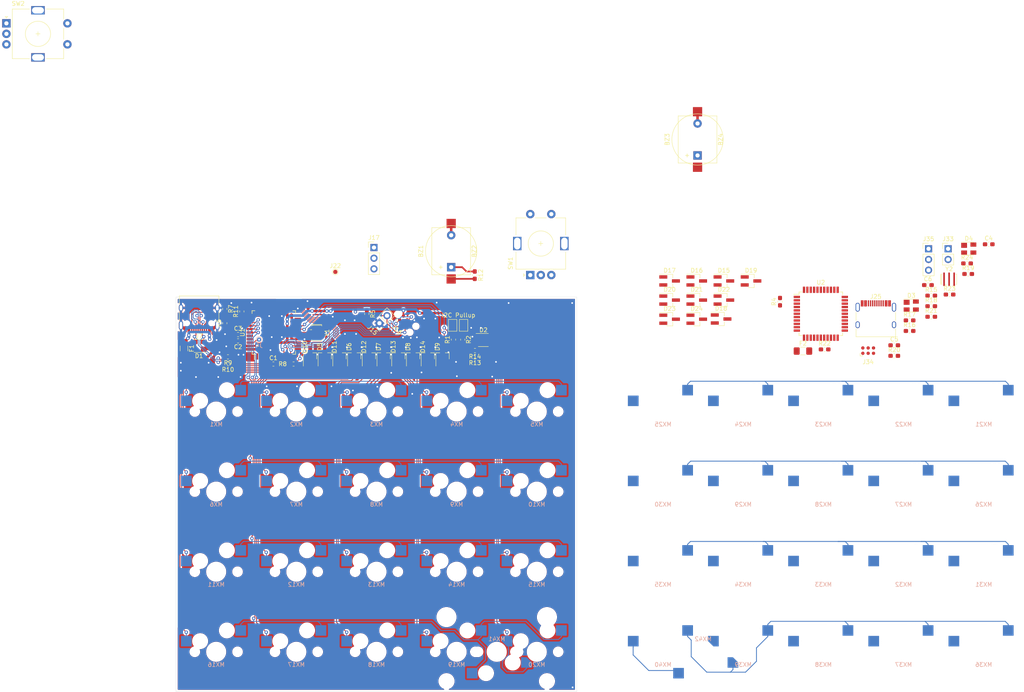
<source format=kicad_pcb>
(kicad_pcb (version 20171130) (host pcbnew "(5.1.2)-2")
  (layers (0 F.Cu signal) (31 B.Cu signal) (35 F.Paste user) (36 B.SilkS user) (37 F.SilkS user) (38 B.Mask user) (39 F.Mask user) (44 Edge.Cuts user))
  (net 0 "")
  (net 1 GND)
  (net 2 "Net-(BZ1-Pad1)")
  (net 3 "/Left MCU/buzz")
  (net 4 "Net-(BZ3-Pad1)")
  (net 5 "/Right MCU/buzz")
  (net 6 "Net-(C1-Pad2)")
  (net 7 VBUS)
  (net 8 "Net-(C4-Pad2)")
  (net 9 "/Left MCU/Dd+")
  (net 10 "/Left MCU/Dd-")
  (net 11 "/Left MCU/Rr_2")
  (net 12 "/Left MCU/Rr_1")
  (net 13 "/Right MCU/Dd+")
  (net 14 "/Right MCU/Dd-")
  (net 15 "/Right MCU/Rr_2")
  (net 16 "/Right MCU/Rr_1")
  (net 17 "/Left MCU/col0")
  (net 18 "Net-(D5-Pad2)")
  (net 19 "Net-(D5-Pad1)")
  (net 20 "/Left MCU/col1")
  (net 21 "Net-(D6-Pad2)")
  (net 22 "Net-(D6-Pad1)")
  (net 23 "/Left MCU/col2")
  (net 24 "Net-(D7-Pad2)")
  (net 25 "Net-(D7-Pad1)")
  (net 26 "/Left MCU/col3")
  (net 27 "Net-(D8-Pad2)")
  (net 28 "Net-(D8-Pad1)")
  (net 29 "/Left MCU/col4")
  (net 30 "Net-(D9-Pad2)")
  (net 31 "Net-(D9-Pad1)")
  (net 32 "Net-(D10-Pad2)")
  (net 33 "Net-(D10-Pad1)")
  (net 34 "Net-(D11-Pad2)")
  (net 35 "Net-(D11-Pad1)")
  (net 36 "Net-(D12-Pad2)")
  (net 37 "Net-(D12-Pad1)")
  (net 38 "Net-(D13-Pad2)")
  (net 39 "Net-(D13-Pad1)")
  (net 40 "Net-(D14-Pad2)")
  (net 41 "Net-(D14-Pad1)")
  (net 42 "/Matrix right/col0")
  (net 43 "Net-(D15-Pad2)")
  (net 44 "Net-(D15-Pad1)")
  (net 45 "/Matrix right/col1")
  (net 46 "Net-(D16-Pad2)")
  (net 47 "Net-(D16-Pad1)")
  (net 48 "/Matrix right/col2")
  (net 49 "Net-(D17-Pad2)")
  (net 50 "Net-(D17-Pad1)")
  (net 51 "/Matrix right/col3")
  (net 52 "Net-(D18-Pad2)")
  (net 53 "Net-(D18-Pad1)")
  (net 54 "/Matrix right/col4")
  (net 55 "Net-(D19-Pad2)")
  (net 56 "Net-(D19-Pad1)")
  (net 57 "Net-(D20-Pad2)")
  (net 58 "Net-(D20-Pad1)")
  (net 59 "Net-(D21-Pad2)")
  (net 60 "Net-(D21-Pad1)")
  (net 61 "Net-(D22-Pad2)")
  (net 62 "Net-(D22-Pad1)")
  (net 63 "Net-(D23-Pad2)")
  (net 64 "Net-(D23-Pad1)")
  (net 65 "Net-(D24-Pad2)")
  (net 66 "Net-(D24-Pad1)")
  (net 67 "Net-(J4-Pad1)")
  (net 68 "Net-(J7-PadA5)")
  (net 69 "Net-(J7-PadB5)")
  (net 70 "/Left MCU/~reset")
  (net 71 "/Left MCU/MOSI")
  (net 72 "/Left MCU/SCK")
  (net 73 "/Left MCU/MISO")
  (net 74 "Net-(J22-Pad1)")
  (net 75 "Net-(J25-PadA5)")
  (net 76 "Net-(J25-PadB5)")
  (net 77 "/Right MCU/~reset")
  (net 78 "/Right MCU/MOSI")
  (net 79 "/Right MCU/SCK")
  (net 80 "/Right MCU/MISO")
  (net 81 "Net-(JP1-Pad2)")
  (net 82 "Net-(JP2-Pad2)")
  (net 83 "/Left MCU/row0")
  (net 84 "/Left MCU/row1")
  (net 85 "/Left MCU/row2")
  (net 86 "/Left MCU/row3")
  (net 87 "/Matrix right/row0")
  (net 88 "/Matrix right/row1")
  (net 89 "/Matrix right/row2")
  (net 90 "/Matrix right/row3")
  (net 91 "/Left MCU/SDA")
  (net 92 "/Left MCU/SCL")
  (net 93 "Net-(R8-Pad1)")
  (net 94 "/Left MCU/D-")
  (net 95 "/Left MCU/D+")
  (net 96 "Net-(R11-Pad2)")
  (net 97 "Net-(R18-Pad1)")
  (net 98 "/Right MCU/D-")
  (net 99 "/Right MCU/D+")
  (net 100 "Net-(R21-Pad2)")
  (net 101 "/Right MCU/SCL")
  (net 102 "/Right MCU/SDA")
  (net 103 "Net-(U1-Pad17)")
  (net 104 "Net-(U1-Pad16)")
  (net 105 "Net-(U2-Pad17)")
  (net 106 "Net-(U2-Pad16)")
  (net 107 +5V)
  (module TestPoint:TestPoint_Pad_D1.0mm (layer F.Cu) (at 78.12 6.7)
    (fp_text reference J22 (at 0 -1.448) (layer F.SilkS))
    (fp_text value AREF)
    (pad 1 smd circle (at 0 0) (size 1 1) (layers F.Cu F.Mask) (net 74 "Net-(J22-Pad1)"))
  )
  (module TestPoint:TestPoint_Pad_D1.0mm (layer B.Cu) (at 60 22.8)
    (fp_text reference J4 (at 0 1.448) (layer B.SilkS) (effects (justify mirror)))
    (fp_text value AREF)
    (pad 1 smd circle (at 0 0) (size 1 1) (layers B.Cu B.Mask) (net 67 "Net-(J4-Pad1)"))
  )
  (module Rotary_Encoder:RotaryEncoder_Alps_EC11E-Switch_Vertical_H20mm (layer F.Cu) (at 124.45 7.45 90)
    (fp_text reference SW1 (at 2.8 -4.7 90) (layer F.SilkS))
    (fp_text value EC11E)
    (pad A thru_hole rect (at 0 0 90) (size 2 2) (drill 1) (layers *.Cu *.Mask))
    (pad C thru_hole circle (at 0 2.5 90) (size 2 2) (drill 1) (layers *.Cu *.Mask) (net 1 GND))
    (pad B thru_hole circle (at 0 5 90) (size 2 2) (drill 1) (layers *.Cu *.Mask))
    (pad MP thru_hole rect (at 7.5 -3.1 90) (size 3.2 2) (drill oval 2.8 1.5) (layers *.Cu *.Mask))
    (pad MP thru_hole rect (at 7.5 8.1 90) (size 3.2 2) (drill oval 2.8 1.5) (layers *.Cu *.Mask))
    (pad S2 thru_hole circle (at 14.5 0 90) (size 2 2) (drill 1) (layers *.Cu *.Mask) (net 1 GND))
    (pad S1 thru_hole circle (at 14.5 5 90) (size 2 2) (drill 1) (layers *.Cu *.Mask))
  )
  (module Rotary_Encoder:RotaryEncoder_Alps_EC11E-Switch_Vertical_H20mm (layer F.Cu) (at -0.05 -52.42)
    (fp_text reference SW2 (at 2.8 -4.7) (layer F.SilkS))
    (fp_text value EC11E)
    (pad A thru_hole rect (at 0 0) (size 2 2) (drill 1) (layers *.Cu *.Mask))
    (pad C thru_hole circle (at 0 2.5) (size 2 2) (drill 1) (layers *.Cu *.Mask) (net 1 GND))
    (pad B thru_hole circle (at 0 5) (size 2 2) (drill 1) (layers *.Cu *.Mask))
    (pad MP thru_hole rect (at 7.5 -3.1) (size 3.2 2) (drill oval 2.8 1.5) (layers *.Cu *.Mask))
    (pad MP thru_hole rect (at 7.5 8.1) (size 3.2 2) (drill oval 2.8 1.5) (layers *.Cu *.Mask))
    (pad S2 thru_hole circle (at 14.5 0) (size 2 2) (drill 1) (layers *.Cu *.Mask) (net 1 GND))
    (pad S1 thru_hole circle (at 14.5 5) (size 2 2) (drill 1) (layers *.Cu *.Mask))
  )
  (module Resistor_SMD:R_0603_1608Metric_Pad1.05x0.95mm_HandSolder (layer F.Cu) (at 85.6 16.7 270)
    (fp_text reference R5 (at 0 -1.43 90) (layer F.SilkS))
    (fp_text value 5k1)
    (pad 2 smd roundrect (at 0.875 0 270) (size 1.05 0.95) (layers F.Cu F.Paste F.Mask) (net 70 "/Left MCU/~reset"))
    (pad 1 smd roundrect (at -0.875 0 270) (size 1.05 0.95) (layers F.Cu F.Paste F.Mask) (net 107 +5V))
  )
  (module Ai03-MX:MXOnly-1U-Hotswap (layer F.Cu) (at 49.8 97.05)
    (fp_text reference MX16)
    (fp_text value MX-NoLED)
    (fp_text user %R (at 0 3.048) (layer B.SilkS) (effects (justify mirror)))
    (pad 2 smd rect (at 5.842 -5.08) (size 2.55 2.5) (layers B.Cu B.Paste B.Mask) (net 86 "/Left MCU/row3"))
    (pad 1 smd rect (at -7.085 -2.54) (size 2.55 2.5) (layers B.Cu B.Paste B.Mask) (net 33 "Net-(D10-Pad1)"))
    (pad "" np_thru_hole circle (at 5.08 0 48.0996) (size 1.75 1.75) (drill 1.75) (layers *.Cu *.Mask))
    (pad "" np_thru_hole circle (at -5.08 0 48.0996) (size 1.75 1.75) (drill 1.75) (layers *.Cu *.Mask))
    (pad "" np_thru_hole circle (at -3.81 -2.54) (size 3 3) (drill 3) (layers *.Cu *.Mask))
    (pad "" np_thru_hole circle (at 0 0) (size 3.9878 3.9878) (drill 3.9878) (layers *.Cu *.Mask))
    (pad "" np_thru_hole circle (at 2.54 -5.08) (size 3 3) (drill 3) (layers *.Cu *.Mask))
  )
  (module Ai03-MX:MXOnly-1U-Hotswap (layer F.Cu) (at 68.85 39.9)
    (fp_text reference MX2)
    (fp_text value MX-NoLED)
    (fp_text user %R (at 0 3.048) (layer B.SilkS) (effects (justify mirror)))
    (pad 2 smd rect (at 5.842 -5.08) (size 2.55 2.5) (layers B.Cu B.Paste B.Mask) (net 83 "/Left MCU/row0"))
    (pad 1 smd rect (at -7.085 -2.54) (size 2.55 2.5) (layers B.Cu B.Paste B.Mask) (net 21 "Net-(D6-Pad2)"))
    (pad "" np_thru_hole circle (at 5.08 0 48.0996) (size 1.75 1.75) (drill 1.75) (layers *.Cu *.Mask))
    (pad "" np_thru_hole circle (at -5.08 0 48.0996) (size 1.75 1.75) (drill 1.75) (layers *.Cu *.Mask))
    (pad "" np_thru_hole circle (at -3.81 -2.54) (size 3 3) (drill 3) (layers *.Cu *.Mask))
    (pad "" np_thru_hole circle (at 0 0) (size 3.9878 3.9878) (drill 3.9878) (layers *.Cu *.Mask))
    (pad "" np_thru_hole circle (at 2.54 -5.08) (size 3 3) (drill 3) (layers *.Cu *.Mask))
  )
  (module Buzzer_Beeper:Buzzer_Mallory_AST1109MLTRQ (layer F.Cu) (at 164.2 -24.8 90)
    (fp_text reference BZ4 (at 0 5.5 90) (layer F.SilkS))
    (fp_text value Buzzer_piezo)
    (pad 2 smd rect (at 6.6 0 90) (size 2.2 2.2) (layers F.Cu F.Paste F.Mask) (net 1 GND))
    (pad 1 smd rect (at -6.6 0 90) (size 2.2 2.2) (layers F.Cu F.Paste F.Mask) (net 5 "/Right MCU/buzz"))
  )
  (module Buzzer_Beeper:Buzzer_12x9.5RM7.6 (layer F.Cu) (at 164.2 -21 90)
    (fp_text reference BZ3 (at 3.8 -7.2 90) (layer F.SilkS))
    (fp_text value Buzzer_magnetic)
    (fp_text user + (at -0.01 -2.54 90) (layer F.SilkS))
    (pad 1 thru_hole rect (at 0 0 90) (size 2 2) (drill 1) (layers *.Cu *.Mask) (net 4 "Net-(BZ3-Pad1)"))
    (pad 2 thru_hole circle (at 7.6 0 90) (size 2 2) (drill 1) (layers *.Cu *.Mask) (net 1 GND))
  )
  (module Ai03-MX:MXOnly-2U-Hotswap (layer F.Cu) (at 165.525 97.05 180)
    (fp_text reference MX42)
    (fp_text value MX-NoLED)
    (fp_text user %R (at 0 3.048) (layer B.SilkS) (effects (justify mirror)))
    (pad "" np_thru_hole circle (at 2.54 -5.08 180) (size 3 3) (drill 3) (layers *.Cu *.Mask))
    (pad "" np_thru_hole circle (at 0 0 180) (size 3.9878 3.9878) (drill 3.9878) (layers *.Cu *.Mask))
    (pad "" np_thru_hole circle (at -3.81 -2.54 180) (size 3 3) (drill 3) (layers *.Cu *.Mask))
    (pad "" np_thru_hole circle (at -5.08 0 228.0996) (size 1.75 1.75) (drill 1.75) (layers *.Cu *.Mask))
    (pad "" np_thru_hole circle (at 5.08 0 228.0996) (size 1.75 1.75) (drill 1.75) (layers *.Cu *.Mask))
    (pad 2 smd custom (at -7.085 -2.54 180) (size 1 1) (layers B.Cu B.Paste B.Mask) (net 90 "/Matrix right/row3") (options (clearance outline) (anchor rect)) (primitives (gr_poly (pts (xy -1.275 -1.25) (xy 1.275 -1.25) (xy 1.275 1.25) (xy 0 1.25) (xy -1.275 0)) (width 0))))
    (pad 1 smd rect (at 5.842 -5.08 180) (size 2.55 2.5) (layers B.Cu B.Paste B.Mask) (net 66 "Net-(D24-Pad1)"))
    (pad "" np_thru_hole circle (at 11.938 -6.985 180) (size 3.048 3.048) (drill 3.048) (layers *.Cu *.Mask))
    (pad "" np_thru_hole circle (at -11.938 -6.985 180) (size 3.048 3.048) (drill 3.048) (layers *.Cu *.Mask))
    (pad "" np_thru_hole circle (at 11.938 8.255 180) (size 3.9878 3.9878) (drill 3.9878) (layers *.Cu *.Mask))
    (pad "" np_thru_hole circle (at -11.938 8.255 180) (size 3.9878 3.9878) (drill 3.9878) (layers *.Cu *.Mask))
  )
  (module Ai03-MX:MXOnly-1U-Hotswap (layer F.Cu) (at 156 97.05)
    (fp_text reference MX40)
    (fp_text value MX-NoLED)
    (fp_text user %R (at 0 3.048) (layer B.SilkS) (effects (justify mirror)))
    (pad 2 smd rect (at 5.842 -5.08) (size 2.55 2.5) (layers B.Cu B.Paste B.Mask) (net 90 "/Matrix right/row3"))
    (pad 1 smd rect (at -7.085 -2.54) (size 2.55 2.5) (layers B.Cu B.Paste B.Mask) (net 66 "Net-(D24-Pad1)"))
    (pad "" np_thru_hole circle (at 5.08 0 48.0996) (size 1.75 1.75) (drill 1.75) (layers *.Cu *.Mask))
    (pad "" np_thru_hole circle (at -5.08 0 48.0996) (size 1.75 1.75) (drill 1.75) (layers *.Cu *.Mask))
    (pad "" np_thru_hole circle (at -3.81 -2.54) (size 3 3) (drill 3) (layers *.Cu *.Mask))
    (pad "" np_thru_hole circle (at 0 0) (size 3.9878 3.9878) (drill 3.9878) (layers *.Cu *.Mask))
    (pad "" np_thru_hole circle (at 2.54 -5.08) (size 3 3) (drill 3) (layers *.Cu *.Mask))
  )
  (module Ai03-MX:MXOnly-1U-Hotswap (layer F.Cu) (at 175.05 97.05)
    (fp_text reference MX39)
    (fp_text value MX-NoLED)
    (fp_text user %R (at 0 3.048) (layer B.SilkS) (effects (justify mirror)))
    (pad 2 smd rect (at 5.842 -5.08) (size 2.55 2.5) (layers B.Cu B.Paste B.Mask) (net 90 "/Matrix right/row3"))
    (pad 1 smd custom (at -7.085 -2.54) (size 1 1) (layers B.Cu B.Paste B.Mask) (net 64 "Net-(D23-Pad1)") (options (clearance outline) (anchor rect)) (primitives (gr_poly (pts (xy -1.275 -1.25) (xy 1.275 -1.25) (xy 1.275 1.25) (xy 0 1.25) (xy -1.275 0)) (width 0))))
    (pad "" np_thru_hole circle (at 5.08 0 48.0996) (size 1.75 1.75) (drill 1.75) (layers *.Cu *.Mask))
    (pad "" np_thru_hole circle (at -5.08 0 48.0996) (size 1.75 1.75) (drill 1.75) (layers *.Cu *.Mask))
    (pad "" np_thru_hole circle (at -3.81 -2.54) (size 3 3) (drill 3) (layers *.Cu *.Mask))
    (pad "" np_thru_hole circle (at 0 0) (size 3.9878 3.9878) (drill 3.9878) (layers *.Cu *.Mask))
    (pad "" np_thru_hole circle (at 2.54 -5.08) (size 3 3) (drill 3) (layers *.Cu *.Mask))
  )
  (module Ai03-MX:MXOnly-1U-Hotswap (layer F.Cu) (at 194.1 97.05)
    (fp_text reference MX38)
    (fp_text value MX-NoLED)
    (fp_text user %R (at 0 3.048) (layer B.SilkS) (effects (justify mirror)))
    (pad 2 smd rect (at 5.842 -5.08) (size 2.55 2.5) (layers B.Cu B.Paste B.Mask) (net 90 "/Matrix right/row3"))
    (pad 1 smd rect (at -7.085 -2.54) (size 2.55 2.5) (layers B.Cu B.Paste B.Mask) (net 62 "Net-(D22-Pad1)"))
    (pad "" np_thru_hole circle (at 5.08 0 48.0996) (size 1.75 1.75) (drill 1.75) (layers *.Cu *.Mask))
    (pad "" np_thru_hole circle (at -5.08 0 48.0996) (size 1.75 1.75) (drill 1.75) (layers *.Cu *.Mask))
    (pad "" np_thru_hole circle (at -3.81 -2.54) (size 3 3) (drill 3) (layers *.Cu *.Mask))
    (pad "" np_thru_hole circle (at 0 0) (size 3.9878 3.9878) (drill 3.9878) (layers *.Cu *.Mask))
    (pad "" np_thru_hole circle (at 2.54 -5.08) (size 3 3) (drill 3) (layers *.Cu *.Mask))
  )
  (module Ai03-MX:MXOnly-1U-Hotswap (layer F.Cu) (at 213.15 97.05)
    (fp_text reference MX37)
    (fp_text value MX-NoLED)
    (fp_text user %R (at 0 3.048) (layer B.SilkS) (effects (justify mirror)))
    (pad 2 smd rect (at 5.842 -5.08) (size 2.55 2.5) (layers B.Cu B.Paste B.Mask) (net 90 "/Matrix right/row3"))
    (pad 1 smd rect (at -7.085 -2.54) (size 2.55 2.5) (layers B.Cu B.Paste B.Mask) (net 60 "Net-(D21-Pad1)"))
    (pad "" np_thru_hole circle (at 5.08 0 48.0996) (size 1.75 1.75) (drill 1.75) (layers *.Cu *.Mask))
    (pad "" np_thru_hole circle (at -5.08 0 48.0996) (size 1.75 1.75) (drill 1.75) (layers *.Cu *.Mask))
    (pad "" np_thru_hole circle (at -3.81 -2.54) (size 3 3) (drill 3) (layers *.Cu *.Mask))
    (pad "" np_thru_hole circle (at 0 0) (size 3.9878 3.9878) (drill 3.9878) (layers *.Cu *.Mask))
    (pad "" np_thru_hole circle (at 2.54 -5.08) (size 3 3) (drill 3) (layers *.Cu *.Mask))
  )
  (module Ai03-MX:MXOnly-1U-Hotswap (layer F.Cu) (at 232.2 97.05)
    (fp_text reference MX36)
    (fp_text value MX-NoLED)
    (fp_text user %R (at 0 3.048) (layer B.SilkS) (effects (justify mirror)))
    (pad 2 smd rect (at 5.842 -5.08) (size 2.55 2.5) (layers B.Cu B.Paste B.Mask) (net 90 "/Matrix right/row3"))
    (pad 1 smd rect (at -7.085 -2.54) (size 2.55 2.5) (layers B.Cu B.Paste B.Mask) (net 58 "Net-(D20-Pad1)"))
    (pad "" np_thru_hole circle (at 5.08 0 48.0996) (size 1.75 1.75) (drill 1.75) (layers *.Cu *.Mask))
    (pad "" np_thru_hole circle (at -5.08 0 48.0996) (size 1.75 1.75) (drill 1.75) (layers *.Cu *.Mask))
    (pad "" np_thru_hole circle (at -3.81 -2.54) (size 3 3) (drill 3) (layers *.Cu *.Mask))
    (pad "" np_thru_hole circle (at 0 0) (size 3.9878 3.9878) (drill 3.9878) (layers *.Cu *.Mask))
    (pad "" np_thru_hole circle (at 2.54 -5.08) (size 3 3) (drill 3) (layers *.Cu *.Mask))
  )
  (module Ai03-MX:MXOnly-1U-Hotswap (layer F.Cu) (at 156 78)
    (fp_text reference MX35)
    (fp_text value MX-NoLED)
    (fp_text user %R (at 0 3.048) (layer B.SilkS) (effects (justify mirror)))
    (pad 2 smd rect (at 5.842 -5.08) (size 2.55 2.5) (layers B.Cu B.Paste B.Mask) (net 89 "/Matrix right/row2"))
    (pad 1 smd rect (at -7.085 -2.54) (size 2.55 2.5) (layers B.Cu B.Paste B.Mask) (net 65 "Net-(D24-Pad2)"))
    (pad "" np_thru_hole circle (at 5.08 0 48.0996) (size 1.75 1.75) (drill 1.75) (layers *.Cu *.Mask))
    (pad "" np_thru_hole circle (at -5.08 0 48.0996) (size 1.75 1.75) (drill 1.75) (layers *.Cu *.Mask))
    (pad "" np_thru_hole circle (at -3.81 -2.54) (size 3 3) (drill 3) (layers *.Cu *.Mask))
    (pad "" np_thru_hole circle (at 0 0) (size 3.9878 3.9878) (drill 3.9878) (layers *.Cu *.Mask))
    (pad "" np_thru_hole circle (at 2.54 -5.08) (size 3 3) (drill 3) (layers *.Cu *.Mask))
  )
  (module Ai03-MX:MXOnly-1U-Hotswap (layer F.Cu) (at 175.05 78)
    (fp_text reference MX34)
    (fp_text value MX-NoLED)
    (fp_text user %R (at 0 3.048) (layer B.SilkS) (effects (justify mirror)))
    (pad 2 smd rect (at 5.842 -5.08) (size 2.55 2.5) (layers B.Cu B.Paste B.Mask) (net 89 "/Matrix right/row2"))
    (pad 1 smd rect (at -7.085 -2.54) (size 2.55 2.5) (layers B.Cu B.Paste B.Mask) (net 63 "Net-(D23-Pad2)"))
    (pad "" np_thru_hole circle (at 5.08 0 48.0996) (size 1.75 1.75) (drill 1.75) (layers *.Cu *.Mask))
    (pad "" np_thru_hole circle (at -5.08 0 48.0996) (size 1.75 1.75) (drill 1.75) (layers *.Cu *.Mask))
    (pad "" np_thru_hole circle (at -3.81 -2.54) (size 3 3) (drill 3) (layers *.Cu *.Mask))
    (pad "" np_thru_hole circle (at 0 0) (size 3.9878 3.9878) (drill 3.9878) (layers *.Cu *.Mask))
    (pad "" np_thru_hole circle (at 2.54 -5.08) (size 3 3) (drill 3) (layers *.Cu *.Mask))
  )
  (module Ai03-MX:MXOnly-1U-Hotswap (layer F.Cu) (at 194.1 78)
    (fp_text reference MX33)
    (fp_text value MX-NoLED)
    (fp_text user %R (at 0 3.048) (layer B.SilkS) (effects (justify mirror)))
    (pad 2 smd rect (at 5.842 -5.08) (size 2.55 2.5) (layers B.Cu B.Paste B.Mask) (net 89 "/Matrix right/row2"))
    (pad 1 smd rect (at -7.085 -2.54) (size 2.55 2.5) (layers B.Cu B.Paste B.Mask) (net 61 "Net-(D22-Pad2)"))
    (pad "" np_thru_hole circle (at 5.08 0 48.0996) (size 1.75 1.75) (drill 1.75) (layers *.Cu *.Mask))
    (pad "" np_thru_hole circle (at -5.08 0 48.0996) (size 1.75 1.75) (drill 1.75) (layers *.Cu *.Mask))
    (pad "" np_thru_hole circle (at -3.81 -2.54) (size 3 3) (drill 3) (layers *.Cu *.Mask))
    (pad "" np_thru_hole circle (at 0 0) (size 3.9878 3.9878) (drill 3.9878) (layers *.Cu *.Mask))
    (pad "" np_thru_hole circle (at 2.54 -5.08) (size 3 3) (drill 3) (layers *.Cu *.Mask))
  )
  (module Ai03-MX:MXOnly-1U-Hotswap (layer F.Cu) (at 213.15 78)
    (fp_text reference MX32)
    (fp_text value MX-NoLED)
    (fp_text user %R (at 0 3.048) (layer B.SilkS) (effects (justify mirror)))
    (pad 2 smd rect (at 5.842 -5.08) (size 2.55 2.5) (layers B.Cu B.Paste B.Mask) (net 89 "/Matrix right/row2"))
    (pad 1 smd rect (at -7.085 -2.54) (size 2.55 2.5) (layers B.Cu B.Paste B.Mask) (net 59 "Net-(D21-Pad2)"))
    (pad "" np_thru_hole circle (at 5.08 0 48.0996) (size 1.75 1.75) (drill 1.75) (layers *.Cu *.Mask))
    (pad "" np_thru_hole circle (at -5.08 0 48.0996) (size 1.75 1.75) (drill 1.75) (layers *.Cu *.Mask))
    (pad "" np_thru_hole circle (at -3.81 -2.54) (size 3 3) (drill 3) (layers *.Cu *.Mask))
    (pad "" np_thru_hole circle (at 0 0) (size 3.9878 3.9878) (drill 3.9878) (layers *.Cu *.Mask))
    (pad "" np_thru_hole circle (at 2.54 -5.08) (size 3 3) (drill 3) (layers *.Cu *.Mask))
  )
  (module Ai03-MX:MXOnly-1U-Hotswap (layer F.Cu) (at 232.2 78)
    (fp_text reference MX31)
    (fp_text value MX-NoLED)
    (fp_text user %R (at 0 3.048) (layer B.SilkS) (effects (justify mirror)))
    (pad 2 smd rect (at 5.842 -5.08) (size 2.55 2.5) (layers B.Cu B.Paste B.Mask) (net 89 "/Matrix right/row2"))
    (pad 1 smd rect (at -7.085 -2.54) (size 2.55 2.5) (layers B.Cu B.Paste B.Mask) (net 57 "Net-(D20-Pad2)"))
    (pad "" np_thru_hole circle (at 5.08 0 48.0996) (size 1.75 1.75) (drill 1.75) (layers *.Cu *.Mask))
    (pad "" np_thru_hole circle (at -5.08 0 48.0996) (size 1.75 1.75) (drill 1.75) (layers *.Cu *.Mask))
    (pad "" np_thru_hole circle (at -3.81 -2.54) (size 3 3) (drill 3) (layers *.Cu *.Mask))
    (pad "" np_thru_hole circle (at 0 0) (size 3.9878 3.9878) (drill 3.9878) (layers *.Cu *.Mask))
    (pad "" np_thru_hole circle (at 2.54 -5.08) (size 3 3) (drill 3) (layers *.Cu *.Mask))
  )
  (module Ai03-MX:MXOnly-1U-Hotswap (layer F.Cu) (at 156 58.95)
    (fp_text reference MX30)
    (fp_text value MX-NoLED)
    (fp_text user %R (at 0 3.048) (layer B.SilkS) (effects (justify mirror)))
    (pad 2 smd rect (at 5.842 -5.08) (size 2.55 2.5) (layers B.Cu B.Paste B.Mask) (net 88 "/Matrix right/row1"))
    (pad 1 smd rect (at -7.085 -2.54) (size 2.55 2.5) (layers B.Cu B.Paste B.Mask) (net 56 "Net-(D19-Pad1)"))
    (pad "" np_thru_hole circle (at 5.08 0 48.0996) (size 1.75 1.75) (drill 1.75) (layers *.Cu *.Mask))
    (pad "" np_thru_hole circle (at -5.08 0 48.0996) (size 1.75 1.75) (drill 1.75) (layers *.Cu *.Mask))
    (pad "" np_thru_hole circle (at -3.81 -2.54) (size 3 3) (drill 3) (layers *.Cu *.Mask))
    (pad "" np_thru_hole circle (at 0 0) (size 3.9878 3.9878) (drill 3.9878) (layers *.Cu *.Mask))
    (pad "" np_thru_hole circle (at 2.54 -5.08) (size 3 3) (drill 3) (layers *.Cu *.Mask))
  )
  (module Ai03-MX:MXOnly-1U-Hotswap (layer F.Cu) (at 175.05 58.95)
    (fp_text reference MX29)
    (fp_text value MX-NoLED)
    (fp_text user %R (at 0 3.048) (layer B.SilkS) (effects (justify mirror)))
    (pad 2 smd rect (at 5.842 -5.08) (size 2.55 2.5) (layers B.Cu B.Paste B.Mask) (net 88 "/Matrix right/row1"))
    (pad 1 smd rect (at -7.085 -2.54) (size 2.55 2.5) (layers B.Cu B.Paste B.Mask) (net 53 "Net-(D18-Pad1)"))
    (pad "" np_thru_hole circle (at 5.08 0 48.0996) (size 1.75 1.75) (drill 1.75) (layers *.Cu *.Mask))
    (pad "" np_thru_hole circle (at -5.08 0 48.0996) (size 1.75 1.75) (drill 1.75) (layers *.Cu *.Mask))
    (pad "" np_thru_hole circle (at -3.81 -2.54) (size 3 3) (drill 3) (layers *.Cu *.Mask))
    (pad "" np_thru_hole circle (at 0 0) (size 3.9878 3.9878) (drill 3.9878) (layers *.Cu *.Mask))
    (pad "" np_thru_hole circle (at 2.54 -5.08) (size 3 3) (drill 3) (layers *.Cu *.Mask))
  )
  (module Ai03-MX:MXOnly-1U-Hotswap (layer F.Cu) (at 194.1 58.95)
    (fp_text reference MX28)
    (fp_text value MX-NoLED)
    (fp_text user %R (at 0 3.048) (layer B.SilkS) (effects (justify mirror)))
    (pad 2 smd rect (at 5.842 -5.08) (size 2.55 2.5) (layers B.Cu B.Paste B.Mask) (net 88 "/Matrix right/row1"))
    (pad 1 smd rect (at -7.085 -2.54) (size 2.55 2.5) (layers B.Cu B.Paste B.Mask) (net 50 "Net-(D17-Pad1)"))
    (pad "" np_thru_hole circle (at 5.08 0 48.0996) (size 1.75 1.75) (drill 1.75) (layers *.Cu *.Mask))
    (pad "" np_thru_hole circle (at -5.08 0 48.0996) (size 1.75 1.75) (drill 1.75) (layers *.Cu *.Mask))
    (pad "" np_thru_hole circle (at -3.81 -2.54) (size 3 3) (drill 3) (layers *.Cu *.Mask))
    (pad "" np_thru_hole circle (at 0 0) (size 3.9878 3.9878) (drill 3.9878) (layers *.Cu *.Mask))
    (pad "" np_thru_hole circle (at 2.54 -5.08) (size 3 3) (drill 3) (layers *.Cu *.Mask))
  )
  (module Ai03-MX:MXOnly-1U-Hotswap (layer F.Cu) (at 213.15 58.95)
    (fp_text reference MX27)
    (fp_text value MX-NoLED)
    (fp_text user %R (at 0 3.048) (layer B.SilkS) (effects (justify mirror)))
    (pad 2 smd rect (at 5.842 -5.08) (size 2.55 2.5) (layers B.Cu B.Paste B.Mask) (net 88 "/Matrix right/row1"))
    (pad 1 smd rect (at -7.085 -2.54) (size 2.55 2.5) (layers B.Cu B.Paste B.Mask) (net 47 "Net-(D16-Pad1)"))
    (pad "" np_thru_hole circle (at 5.08 0 48.0996) (size 1.75 1.75) (drill 1.75) (layers *.Cu *.Mask))
    (pad "" np_thru_hole circle (at -5.08 0 48.0996) (size 1.75 1.75) (drill 1.75) (layers *.Cu *.Mask))
    (pad "" np_thru_hole circle (at -3.81 -2.54) (size 3 3) (drill 3) (layers *.Cu *.Mask))
    (pad "" np_thru_hole circle (at 0 0) (size 3.9878 3.9878) (drill 3.9878) (layers *.Cu *.Mask))
    (pad "" np_thru_hole circle (at 2.54 -5.08) (size 3 3) (drill 3) (layers *.Cu *.Mask))
  )
  (module Ai03-MX:MXOnly-1U-Hotswap (layer F.Cu) (at 232.2 58.95)
    (fp_text reference MX26)
    (fp_text value MX-NoLED)
    (fp_text user %R (at 0 3.048) (layer B.SilkS) (effects (justify mirror)))
    (pad 2 smd rect (at 5.842 -5.08) (size 2.55 2.5) (layers B.Cu B.Paste B.Mask) (net 88 "/Matrix right/row1"))
    (pad 1 smd rect (at -7.085 -2.54) (size 2.55 2.5) (layers B.Cu B.Paste B.Mask) (net 44 "Net-(D15-Pad1)"))
    (pad "" np_thru_hole circle (at 5.08 0 48.0996) (size 1.75 1.75) (drill 1.75) (layers *.Cu *.Mask))
    (pad "" np_thru_hole circle (at -5.08 0 48.0996) (size 1.75 1.75) (drill 1.75) (layers *.Cu *.Mask))
    (pad "" np_thru_hole circle (at -3.81 -2.54) (size 3 3) (drill 3) (layers *.Cu *.Mask))
    (pad "" np_thru_hole circle (at 0 0) (size 3.9878 3.9878) (drill 3.9878) (layers *.Cu *.Mask))
    (pad "" np_thru_hole circle (at 2.54 -5.08) (size 3 3) (drill 3) (layers *.Cu *.Mask))
  )
  (module Ai03-MX:MXOnly-1U-Hotswap (layer F.Cu) (at 156 39.9)
    (fp_text reference MX25)
    (fp_text value MX-NoLED)
    (fp_text user %R (at 0 3.048) (layer B.SilkS) (effects (justify mirror)))
    (pad 2 smd rect (at 5.842 -5.08) (size 2.55 2.5) (layers B.Cu B.Paste B.Mask) (net 87 "/Matrix right/row0"))
    (pad 1 smd rect (at -7.085 -2.54) (size 2.55 2.5) (layers B.Cu B.Paste B.Mask) (net 55 "Net-(D19-Pad2)"))
    (pad "" np_thru_hole circle (at 5.08 0 48.0996) (size 1.75 1.75) (drill 1.75) (layers *.Cu *.Mask))
    (pad "" np_thru_hole circle (at -5.08 0 48.0996) (size 1.75 1.75) (drill 1.75) (layers *.Cu *.Mask))
    (pad "" np_thru_hole circle (at -3.81 -2.54) (size 3 3) (drill 3) (layers *.Cu *.Mask))
    (pad "" np_thru_hole circle (at 0 0) (size 3.9878 3.9878) (drill 3.9878) (layers *.Cu *.Mask))
    (pad "" np_thru_hole circle (at 2.54 -5.08) (size 3 3) (drill 3) (layers *.Cu *.Mask))
  )
  (module Ai03-MX:MXOnly-1U-Hotswap (layer F.Cu) (at 175.05 39.9)
    (fp_text reference MX24)
    (fp_text value MX-NoLED)
    (fp_text user %R (at 0 3.048) (layer B.SilkS) (effects (justify mirror)))
    (pad 2 smd rect (at 5.842 -5.08) (size 2.55 2.5) (layers B.Cu B.Paste B.Mask) (net 87 "/Matrix right/row0"))
    (pad 1 smd rect (at -7.085 -2.54) (size 2.55 2.5) (layers B.Cu B.Paste B.Mask) (net 52 "Net-(D18-Pad2)"))
    (pad "" np_thru_hole circle (at 5.08 0 48.0996) (size 1.75 1.75) (drill 1.75) (layers *.Cu *.Mask))
    (pad "" np_thru_hole circle (at -5.08 0 48.0996) (size 1.75 1.75) (drill 1.75) (layers *.Cu *.Mask))
    (pad "" np_thru_hole circle (at -3.81 -2.54) (size 3 3) (drill 3) (layers *.Cu *.Mask))
    (pad "" np_thru_hole circle (at 0 0) (size 3.9878 3.9878) (drill 3.9878) (layers *.Cu *.Mask))
    (pad "" np_thru_hole circle (at 2.54 -5.08) (size 3 3) (drill 3) (layers *.Cu *.Mask))
  )
  (module Ai03-MX:MXOnly-1U-Hotswap (layer F.Cu) (at 194.1 39.9)
    (fp_text reference MX23)
    (fp_text value MX-NoLED)
    (fp_text user %R (at 0 3.048) (layer B.SilkS) (effects (justify mirror)))
    (pad 2 smd rect (at 5.842 -5.08) (size 2.55 2.5) (layers B.Cu B.Paste B.Mask) (net 87 "/Matrix right/row0"))
    (pad 1 smd rect (at -7.085 -2.54) (size 2.55 2.5) (layers B.Cu B.Paste B.Mask) (net 49 "Net-(D17-Pad2)"))
    (pad "" np_thru_hole circle (at 5.08 0 48.0996) (size 1.75 1.75) (drill 1.75) (layers *.Cu *.Mask))
    (pad "" np_thru_hole circle (at -5.08 0 48.0996) (size 1.75 1.75) (drill 1.75) (layers *.Cu *.Mask))
    (pad "" np_thru_hole circle (at -3.81 -2.54) (size 3 3) (drill 3) (layers *.Cu *.Mask))
    (pad "" np_thru_hole circle (at 0 0) (size 3.9878 3.9878) (drill 3.9878) (layers *.Cu *.Mask))
    (pad "" np_thru_hole circle (at 2.54 -5.08) (size 3 3) (drill 3) (layers *.Cu *.Mask))
  )
  (module Ai03-MX:MXOnly-1U-Hotswap (layer F.Cu) (at 213.15 39.9)
    (fp_text reference MX22)
    (fp_text value MX-NoLED)
    (fp_text user %R (at 0 3.048) (layer B.SilkS) (effects (justify mirror)))
    (pad 2 smd rect (at 5.842 -5.08) (size 2.55 2.5) (layers B.Cu B.Paste B.Mask) (net 87 "/Matrix right/row0"))
    (pad 1 smd rect (at -7.085 -2.54) (size 2.55 2.5) (layers B.Cu B.Paste B.Mask) (net 46 "Net-(D16-Pad2)"))
    (pad "" np_thru_hole circle (at 5.08 0 48.0996) (size 1.75 1.75) (drill 1.75) (layers *.Cu *.Mask))
    (pad "" np_thru_hole circle (at -5.08 0 48.0996) (size 1.75 1.75) (drill 1.75) (layers *.Cu *.Mask))
    (pad "" np_thru_hole circle (at -3.81 -2.54) (size 3 3) (drill 3) (layers *.Cu *.Mask))
    (pad "" np_thru_hole circle (at 0 0) (size 3.9878 3.9878) (drill 3.9878) (layers *.Cu *.Mask))
    (pad "" np_thru_hole circle (at 2.54 -5.08) (size 3 3) (drill 3) (layers *.Cu *.Mask))
  )
  (module Ai03-MX:MXOnly-2U-Hotswap (layer F.Cu) (at 116.475 97.05 180)
    (fp_text reference MX41)
    (fp_text value MX-NoLED)
    (fp_text user %R (at 0 3.048) (layer B.SilkS) (effects (justify mirror)))
    (pad "" np_thru_hole circle (at -11.938 8.255 180) (size 3.9878 3.9878) (drill 3.9878) (layers *.Cu *.Mask))
    (pad "" np_thru_hole circle (at 11.938 8.255 180) (size 3.9878 3.9878) (drill 3.9878) (layers *.Cu *.Mask))
    (pad "" np_thru_hole circle (at -11.938 -6.985 180) (size 3.048 3.048) (drill 3.048) (layers *.Cu *.Mask))
    (pad "" np_thru_hole circle (at 11.938 -6.985 180) (size 3.048 3.048) (drill 3.048) (layers *.Cu *.Mask))
    (pad 2 smd rect (at 5.842 -5.08 180) (size 2.55 2.5) (layers B.Cu B.Paste B.Mask) (net 86 "/Left MCU/row3"))
    (pad 1 smd custom (at -7.085 -2.54 180) (size 1 1) (layers B.Cu B.Paste B.Mask) (net 41 "Net-(D14-Pad1)") (options (clearance outline) (anchor rect)) (primitives (gr_poly (pts (xy -1.275 -1.25) (xy 1.275 -1.25) (xy 1.275 1.25) (xy 0 1.25) (xy -1.275 0)) (width 0))))
    (pad "" np_thru_hole circle (at 5.08 0 228.0996) (size 1.75 1.75) (drill 1.75) (layers *.Cu *.Mask))
    (pad "" np_thru_hole circle (at -5.08 0 228.0996) (size 1.75 1.75) (drill 1.75) (layers *.Cu *.Mask))
    (pad "" np_thru_hole circle (at -3.81 -2.54 180) (size 3 3) (drill 3) (layers *.Cu *.Mask))
    (pad "" np_thru_hole circle (at 0 0 180) (size 3.9878 3.9878) (drill 3.9878) (layers *.Cu *.Mask))
    (pad "" np_thru_hole circle (at 2.54 -5.08 180) (size 3 3) (drill 3) (layers *.Cu *.Mask))
  )
  (module Ai03-MX:MXOnly-1U-Hotswap (layer F.Cu) (at 126 97.05)
    (fp_text reference MX20)
    (fp_text value MX-NoLED)
    (fp_text user %R (at 0 3.048) (layer B.SilkS) (effects (justify mirror)))
    (pad "" np_thru_hole circle (at 2.54 -5.08) (size 3 3) (drill 3) (layers *.Cu *.Mask))
    (pad "" np_thru_hole circle (at 0 0) (size 3.9878 3.9878) (drill 3.9878) (layers *.Cu *.Mask))
    (pad "" np_thru_hole circle (at -3.81 -2.54) (size 3 3) (drill 3) (layers *.Cu *.Mask))
    (pad "" np_thru_hole circle (at -5.08 0 48.0996) (size 1.75 1.75) (drill 1.75) (layers *.Cu *.Mask))
    (pad "" np_thru_hole circle (at 5.08 0 48.0996) (size 1.75 1.75) (drill 1.75) (layers *.Cu *.Mask))
    (pad 1 smd custom (at -7.085 -2.54) (size 1 1) (layers B.Cu B.Paste B.Mask) (net 41 "Net-(D14-Pad1)") (options (clearance outline) (anchor rect)) (primitives (gr_poly (pts (xy -1.275 -1.25) (xy 1.275 -1.25) (xy 1.275 1.25) (xy 0 1.25) (xy -1.275 0)) (width 0))))
    (pad 2 smd rect (at 5.842 -5.08) (size 2.55 2.5) (layers B.Cu B.Paste B.Mask) (net 86 "/Left MCU/row3"))
  )
  (module Ai03-MX:MXOnly-1U-Hotswap (layer F.Cu) (at 106.95 97.05)
    (fp_text reference MX19)
    (fp_text value MX-NoLED)
    (fp_text user %R (at 0 3.048) (layer B.SilkS) (effects (justify mirror)))
    (pad 2 smd rect (at 5.842 -5.08) (size 2.55 2.5) (layers B.Cu B.Paste B.Mask) (net 86 "/Left MCU/row3"))
    (pad 1 smd rect (at -7.085 -2.54) (size 2.55 2.5) (layers B.Cu B.Paste B.Mask) (net 39 "Net-(D13-Pad1)"))
    (pad "" np_thru_hole circle (at 5.08 0 48.0996) (size 1.75 1.75) (drill 1.75) (layers *.Cu *.Mask))
    (pad "" np_thru_hole circle (at -5.08 0 48.0996) (size 1.75 1.75) (drill 1.75) (layers *.Cu *.Mask))
    (pad "" np_thru_hole circle (at -3.81 -2.54) (size 3 3) (drill 3) (layers *.Cu *.Mask))
    (pad "" np_thru_hole circle (at 0 0) (size 3.9878 3.9878) (drill 3.9878) (layers *.Cu *.Mask))
    (pad "" np_thru_hole circle (at 2.54 -5.08) (size 3 3) (drill 3) (layers *.Cu *.Mask))
  )
  (module Ai03-MX:MXOnly-1U-Hotswap (layer F.Cu) (at 87.9 97.05)
    (fp_text reference MX18)
    (fp_text value MX-NoLED)
    (fp_text user %R (at 0 3.048) (layer B.SilkS) (effects (justify mirror)))
    (pad 2 smd rect (at 5.842 -5.08) (size 2.55 2.5) (layers B.Cu B.Paste B.Mask) (net 86 "/Left MCU/row3"))
    (pad 1 smd rect (at -7.085 -2.54) (size 2.55 2.5) (layers B.Cu B.Paste B.Mask) (net 37 "Net-(D12-Pad1)"))
    (pad "" np_thru_hole circle (at 5.08 0 48.0996) (size 1.75 1.75) (drill 1.75) (layers *.Cu *.Mask))
    (pad "" np_thru_hole circle (at -5.08 0 48.0996) (size 1.75 1.75) (drill 1.75) (layers *.Cu *.Mask))
    (pad "" np_thru_hole circle (at -3.81 -2.54) (size 3 3) (drill 3) (layers *.Cu *.Mask))
    (pad "" np_thru_hole circle (at 0 0) (size 3.9878 3.9878) (drill 3.9878) (layers *.Cu *.Mask))
    (pad "" np_thru_hole circle (at 2.54 -5.08) (size 3 3) (drill 3) (layers *.Cu *.Mask))
  )
  (module Ai03-MX:MXOnly-1U-Hotswap (layer F.Cu) (at 68.85 97.05)
    (fp_text reference MX17)
    (fp_text value MX-NoLED)
    (fp_text user %R (at 0 3.048) (layer B.SilkS) (effects (justify mirror)))
    (pad 2 smd rect (at 5.842 -5.08) (size 2.55 2.5) (layers B.Cu B.Paste B.Mask) (net 86 "/Left MCU/row3"))
    (pad 1 smd rect (at -7.085 -2.54) (size 2.55 2.5) (layers B.Cu B.Paste B.Mask) (net 35 "Net-(D11-Pad1)"))
    (pad "" np_thru_hole circle (at 5.08 0 48.0996) (size 1.75 1.75) (drill 1.75) (layers *.Cu *.Mask))
    (pad "" np_thru_hole circle (at -5.08 0 48.0996) (size 1.75 1.75) (drill 1.75) (layers *.Cu *.Mask))
    (pad "" np_thru_hole circle (at -3.81 -2.54) (size 3 3) (drill 3) (layers *.Cu *.Mask))
    (pad "" np_thru_hole circle (at 0 0) (size 3.9878 3.9878) (drill 3.9878) (layers *.Cu *.Mask))
    (pad "" np_thru_hole circle (at 2.54 -5.08) (size 3 3) (drill 3) (layers *.Cu *.Mask))
  )
  (module Ai03-MX:MXOnly-1U-Hotswap (layer F.Cu) (at 126 78)
    (fp_text reference MX15)
    (fp_text value MX-NoLED)
    (fp_text user %R (at 0 3.048) (layer B.SilkS) (effects (justify mirror)))
    (pad 2 smd rect (at 5.842 -5.08) (size 2.55 2.5) (layers B.Cu B.Paste B.Mask) (net 85 "/Left MCU/row2"))
    (pad 1 smd rect (at -7.085 -2.54) (size 2.55 2.5) (layers B.Cu B.Paste B.Mask) (net 40 "Net-(D14-Pad2)"))
    (pad "" np_thru_hole circle (at 5.08 0 48.0996) (size 1.75 1.75) (drill 1.75) (layers *.Cu *.Mask))
    (pad "" np_thru_hole circle (at -5.08 0 48.0996) (size 1.75 1.75) (drill 1.75) (layers *.Cu *.Mask))
    (pad "" np_thru_hole circle (at -3.81 -2.54) (size 3 3) (drill 3) (layers *.Cu *.Mask))
    (pad "" np_thru_hole circle (at 0 0) (size 3.9878 3.9878) (drill 3.9878) (layers *.Cu *.Mask))
    (pad "" np_thru_hole circle (at 2.54 -5.08) (size 3 3) (drill 3) (layers *.Cu *.Mask))
  )
  (module Ai03-MX:MXOnly-1U-Hotswap (layer F.Cu) (at 106.95 78)
    (fp_text reference MX14)
    (fp_text value MX-NoLED)
    (fp_text user %R (at 0 3.048) (layer B.SilkS) (effects (justify mirror)))
    (pad 2 smd rect (at 5.842 -5.08) (size 2.55 2.5) (layers B.Cu B.Paste B.Mask) (net 85 "/Left MCU/row2"))
    (pad 1 smd rect (at -7.085 -2.54) (size 2.55 2.5) (layers B.Cu B.Paste B.Mask) (net 38 "Net-(D13-Pad2)"))
    (pad "" np_thru_hole circle (at 5.08 0 48.0996) (size 1.75 1.75) (drill 1.75) (layers *.Cu *.Mask))
    (pad "" np_thru_hole circle (at -5.08 0 48.0996) (size 1.75 1.75) (drill 1.75) (layers *.Cu *.Mask))
    (pad "" np_thru_hole circle (at -3.81 -2.54) (size 3 3) (drill 3) (layers *.Cu *.Mask))
    (pad "" np_thru_hole circle (at 0 0) (size 3.9878 3.9878) (drill 3.9878) (layers *.Cu *.Mask))
    (pad "" np_thru_hole circle (at 2.54 -5.08) (size 3 3) (drill 3) (layers *.Cu *.Mask))
  )
  (module Ai03-MX:MXOnly-1U-Hotswap (layer F.Cu) (at 87.9 78)
    (fp_text reference MX13)
    (fp_text value MX-NoLED)
    (fp_text user %R (at 0 3.048) (layer B.SilkS) (effects (justify mirror)))
    (pad 2 smd rect (at 5.842 -5.08) (size 2.55 2.5) (layers B.Cu B.Paste B.Mask) (net 85 "/Left MCU/row2"))
    (pad 1 smd rect (at -7.085 -2.54) (size 2.55 2.5) (layers B.Cu B.Paste B.Mask) (net 36 "Net-(D12-Pad2)"))
    (pad "" np_thru_hole circle (at 5.08 0 48.0996) (size 1.75 1.75) (drill 1.75) (layers *.Cu *.Mask))
    (pad "" np_thru_hole circle (at -5.08 0 48.0996) (size 1.75 1.75) (drill 1.75) (layers *.Cu *.Mask))
    (pad "" np_thru_hole circle (at -3.81 -2.54) (size 3 3) (drill 3) (layers *.Cu *.Mask))
    (pad "" np_thru_hole circle (at 0 0) (size 3.9878 3.9878) (drill 3.9878) (layers *.Cu *.Mask))
    (pad "" np_thru_hole circle (at 2.54 -5.08) (size 3 3) (drill 3) (layers *.Cu *.Mask))
  )
  (module Ai03-MX:MXOnly-1U-Hotswap (layer F.Cu) (at 68.85 78)
    (fp_text reference MX12)
    (fp_text value MX-NoLED)
    (fp_text user %R (at 0 3.048) (layer B.SilkS) (effects (justify mirror)))
    (pad 2 smd rect (at 5.842 -5.08) (size 2.55 2.5) (layers B.Cu B.Paste B.Mask) (net 85 "/Left MCU/row2"))
    (pad 1 smd rect (at -7.085 -2.54) (size 2.55 2.5) (layers B.Cu B.Paste B.Mask) (net 34 "Net-(D11-Pad2)"))
    (pad "" np_thru_hole circle (at 5.08 0 48.0996) (size 1.75 1.75) (drill 1.75) (layers *.Cu *.Mask))
    (pad "" np_thru_hole circle (at -5.08 0 48.0996) (size 1.75 1.75) (drill 1.75) (layers *.Cu *.Mask))
    (pad "" np_thru_hole circle (at -3.81 -2.54) (size 3 3) (drill 3) (layers *.Cu *.Mask))
    (pad "" np_thru_hole circle (at 0 0) (size 3.9878 3.9878) (drill 3.9878) (layers *.Cu *.Mask))
    (pad "" np_thru_hole circle (at 2.54 -5.08) (size 3 3) (drill 3) (layers *.Cu *.Mask))
  )
  (module Ai03-MX:MXOnly-1U-Hotswap (layer F.Cu) (at 49.8 78)
    (fp_text reference MX11)
    (fp_text value MX-NoLED)
    (fp_text user %R (at 0 3.048) (layer B.SilkS) (effects (justify mirror)))
    (pad 2 smd rect (at 5.842 -5.08) (size 2.55 2.5) (layers B.Cu B.Paste B.Mask) (net 85 "/Left MCU/row2"))
    (pad 1 smd rect (at -7.085 -2.54) (size 2.55 2.5) (layers B.Cu B.Paste B.Mask) (net 32 "Net-(D10-Pad2)"))
    (pad "" np_thru_hole circle (at 5.08 0 48.0996) (size 1.75 1.75) (drill 1.75) (layers *.Cu *.Mask))
    (pad "" np_thru_hole circle (at -5.08 0 48.0996) (size 1.75 1.75) (drill 1.75) (layers *.Cu *.Mask))
    (pad "" np_thru_hole circle (at -3.81 -2.54) (size 3 3) (drill 3) (layers *.Cu *.Mask))
    (pad "" np_thru_hole circle (at 0 0) (size 3.9878 3.9878) (drill 3.9878) (layers *.Cu *.Mask))
    (pad "" np_thru_hole circle (at 2.54 -5.08) (size 3 3) (drill 3) (layers *.Cu *.Mask))
  )
  (module Ai03-MX:MXOnly-1U-Hotswap (layer F.Cu) (at 126 58.95)
    (fp_text reference MX10)
    (fp_text value MX-NoLED)
    (fp_text user %R (at 0 3.048) (layer B.SilkS) (effects (justify mirror)))
    (pad 2 smd rect (at 5.842 -5.08) (size 2.55 2.5) (layers B.Cu B.Paste B.Mask) (net 84 "/Left MCU/row1"))
    (pad 1 smd rect (at -7.085 -2.54) (size 2.55 2.5) (layers B.Cu B.Paste B.Mask) (net 31 "Net-(D9-Pad1)"))
    (pad "" np_thru_hole circle (at 5.08 0 48.0996) (size 1.75 1.75) (drill 1.75) (layers *.Cu *.Mask))
    (pad "" np_thru_hole circle (at -5.08 0 48.0996) (size 1.75 1.75) (drill 1.75) (layers *.Cu *.Mask))
    (pad "" np_thru_hole circle (at -3.81 -2.54) (size 3 3) (drill 3) (layers *.Cu *.Mask))
    (pad "" np_thru_hole circle (at 0 0) (size 3.9878 3.9878) (drill 3.9878) (layers *.Cu *.Mask))
    (pad "" np_thru_hole circle (at 2.54 -5.08) (size 3 3) (drill 3) (layers *.Cu *.Mask))
  )
  (module Ai03-MX:MXOnly-1U-Hotswap (layer F.Cu) (at 106.95 58.95)
    (fp_text reference MX9)
    (fp_text value MX-NoLED)
    (fp_text user %R (at 0 3.048) (layer B.SilkS) (effects (justify mirror)))
    (pad 2 smd rect (at 5.842 -5.08) (size 2.55 2.5) (layers B.Cu B.Paste B.Mask) (net 84 "/Left MCU/row1"))
    (pad 1 smd rect (at -7.085 -2.54) (size 2.55 2.5) (layers B.Cu B.Paste B.Mask) (net 28 "Net-(D8-Pad1)"))
    (pad "" np_thru_hole circle (at 5.08 0 48.0996) (size 1.75 1.75) (drill 1.75) (layers *.Cu *.Mask))
    (pad "" np_thru_hole circle (at -5.08 0 48.0996) (size 1.75 1.75) (drill 1.75) (layers *.Cu *.Mask))
    (pad "" np_thru_hole circle (at -3.81 -2.54) (size 3 3) (drill 3) (layers *.Cu *.Mask))
    (pad "" np_thru_hole circle (at 0 0) (size 3.9878 3.9878) (drill 3.9878) (layers *.Cu *.Mask))
    (pad "" np_thru_hole circle (at 2.54 -5.08) (size 3 3) (drill 3) (layers *.Cu *.Mask))
  )
  (module Ai03-MX:MXOnly-1U-Hotswap (layer F.Cu) (at 87.9 58.95)
    (fp_text reference MX8)
    (fp_text value MX-NoLED)
    (fp_text user %R (at 0 3.048) (layer B.SilkS) (effects (justify mirror)))
    (pad 2 smd rect (at 5.842 -5.08) (size 2.55 2.5) (layers B.Cu B.Paste B.Mask) (net 84 "/Left MCU/row1"))
    (pad 1 smd rect (at -7.085 -2.54) (size 2.55 2.5) (layers B.Cu B.Paste B.Mask) (net 25 "Net-(D7-Pad1)"))
    (pad "" np_thru_hole circle (at 5.08 0 48.0996) (size 1.75 1.75) (drill 1.75) (layers *.Cu *.Mask))
    (pad "" np_thru_hole circle (at -5.08 0 48.0996) (size 1.75 1.75) (drill 1.75) (layers *.Cu *.Mask))
    (pad "" np_thru_hole circle (at -3.81 -2.54) (size 3 3) (drill 3) (layers *.Cu *.Mask))
    (pad "" np_thru_hole circle (at 0 0) (size 3.9878 3.9878) (drill 3.9878) (layers *.Cu *.Mask))
    (pad "" np_thru_hole circle (at 2.54 -5.08) (size 3 3) (drill 3) (layers *.Cu *.Mask))
  )
  (module Ai03-MX:MXOnly-1U-Hotswap (layer F.Cu) (at 68.85 58.95)
    (fp_text reference MX7)
    (fp_text value MX-NoLED)
    (fp_text user %R (at 0 3.048) (layer B.SilkS) (effects (justify mirror)))
    (pad 2 smd rect (at 5.842 -5.08) (size 2.55 2.5) (layers B.Cu B.Paste B.Mask) (net 84 "/Left MCU/row1"))
    (pad 1 smd rect (at -7.085 -2.54) (size 2.55 2.5) (layers B.Cu B.Paste B.Mask) (net 22 "Net-(D6-Pad1)"))
    (pad "" np_thru_hole circle (at 5.08 0 48.0996) (size 1.75 1.75) (drill 1.75) (layers *.Cu *.Mask))
    (pad "" np_thru_hole circle (at -5.08 0 48.0996) (size 1.75 1.75) (drill 1.75) (layers *.Cu *.Mask))
    (pad "" np_thru_hole circle (at -3.81 -2.54) (size 3 3) (drill 3) (layers *.Cu *.Mask))
    (pad "" np_thru_hole circle (at 0 0) (size 3.9878 3.9878) (drill 3.9878) (layers *.Cu *.Mask))
    (pad "" np_thru_hole circle (at 2.54 -5.08) (size 3 3) (drill 3) (layers *.Cu *.Mask))
  )
  (module Ai03-MX:MXOnly-1U-Hotswap (layer F.Cu) (at 49.8 58.95)
    (fp_text reference MX6)
    (fp_text value MX-NoLED)
    (fp_text user %R (at 0 3.048) (layer B.SilkS) (effects (justify mirror)))
    (pad 2 smd rect (at 5.842 -5.08) (size 2.55 2.5) (layers B.Cu B.Paste B.Mask) (net 84 "/Left MCU/row1"))
    (pad 1 smd rect (at -7.085 -2.54) (size 2.55 2.5) (layers B.Cu B.Paste B.Mask) (net 19 "Net-(D5-Pad1)"))
    (pad "" np_thru_hole circle (at 5.08 0 48.0996) (size 1.75 1.75) (drill 1.75) (layers *.Cu *.Mask))
    (pad "" np_thru_hole circle (at -5.08 0 48.0996) (size 1.75 1.75) (drill 1.75) (layers *.Cu *.Mask))
    (pad "" np_thru_hole circle (at -3.81 -2.54) (size 3 3) (drill 3) (layers *.Cu *.Mask))
    (pad "" np_thru_hole circle (at 0 0) (size 3.9878 3.9878) (drill 3.9878) (layers *.Cu *.Mask))
    (pad "" np_thru_hole circle (at 2.54 -5.08) (size 3 3) (drill 3) (layers *.Cu *.Mask))
  )
  (module Ai03-MX:MXOnly-1U-Hotswap (layer F.Cu) (at 126 39.9)
    (fp_text reference MX5)
    (fp_text value MX-NoLED)
    (fp_text user %R (at 0 3.048) (layer B.SilkS) (effects (justify mirror)))
    (pad 2 smd rect (at 5.842 -5.08) (size 2.55 2.5) (layers B.Cu B.Paste B.Mask) (net 83 "/Left MCU/row0"))
    (pad 1 smd rect (at -7.085 -2.54) (size 2.55 2.5) (layers B.Cu B.Paste B.Mask) (net 30 "Net-(D9-Pad2)"))
    (pad "" np_thru_hole circle (at 5.08 0 48.0996) (size 1.75 1.75) (drill 1.75) (layers *.Cu *.Mask))
    (pad "" np_thru_hole circle (at -5.08 0 48.0996) (size 1.75 1.75) (drill 1.75) (layers *.Cu *.Mask))
    (pad "" np_thru_hole circle (at -3.81 -2.54) (size 3 3) (drill 3) (layers *.Cu *.Mask))
    (pad "" np_thru_hole circle (at 0 0) (size 3.9878 3.9878) (drill 3.9878) (layers *.Cu *.Mask))
    (pad "" np_thru_hole circle (at 2.54 -5.08) (size 3 3) (drill 3) (layers *.Cu *.Mask))
  )
  (module Ai03-MX:MXOnly-1U-Hotswap (layer F.Cu) (at 106.95 39.9)
    (fp_text reference MX4)
    (fp_text value MX-NoLED)
    (fp_text user %R (at 0 3.048) (layer B.SilkS) (effects (justify mirror)))
    (pad 2 smd rect (at 5.842 -5.08) (size 2.55 2.5) (layers B.Cu B.Paste B.Mask) (net 83 "/Left MCU/row0"))
    (pad 1 smd rect (at -7.085 -2.54) (size 2.55 2.5) (layers B.Cu B.Paste B.Mask) (net 27 "Net-(D8-Pad2)"))
    (pad "" np_thru_hole circle (at 5.08 0 48.0996) (size 1.75 1.75) (drill 1.75) (layers *.Cu *.Mask))
    (pad "" np_thru_hole circle (at -5.08 0 48.0996) (size 1.75 1.75) (drill 1.75) (layers *.Cu *.Mask))
    (pad "" np_thru_hole circle (at -3.81 -2.54) (size 3 3) (drill 3) (layers *.Cu *.Mask))
    (pad "" np_thru_hole circle (at 0 0) (size 3.9878 3.9878) (drill 3.9878) (layers *.Cu *.Mask))
    (pad "" np_thru_hole circle (at 2.54 -5.08) (size 3 3) (drill 3) (layers *.Cu *.Mask))
  )
  (module Ai03-MX:MXOnly-1U-Hotswap (layer F.Cu) (at 87.9 39.9)
    (fp_text reference MX3)
    (fp_text value MX-NoLED)
    (fp_text user %R (at 0 3.048) (layer B.SilkS) (effects (justify mirror)))
    (pad 2 smd rect (at 5.842 -5.08) (size 2.55 2.5) (layers B.Cu B.Paste B.Mask) (net 83 "/Left MCU/row0"))
    (pad 1 smd rect (at -7.085 -2.54) (size 2.55 2.5) (layers B.Cu B.Paste B.Mask) (net 24 "Net-(D7-Pad2)"))
    (pad "" np_thru_hole circle (at 5.08 0 48.0996) (size 1.75 1.75) (drill 1.75) (layers *.Cu *.Mask))
    (pad "" np_thru_hole circle (at -5.08 0 48.0996) (size 1.75 1.75) (drill 1.75) (layers *.Cu *.Mask))
    (pad "" np_thru_hole circle (at -3.81 -2.54) (size 3 3) (drill 3) (layers *.Cu *.Mask))
    (pad "" np_thru_hole circle (at 0 0) (size 3.9878 3.9878) (drill 3.9878) (layers *.Cu *.Mask))
    (pad "" np_thru_hole circle (at 2.54 -5.08) (size 3 3) (drill 3) (layers *.Cu *.Mask))
  )
  (module Jumper:SolderJumper-2_P1.3mm_Open_TrianglePad1.0x1.5mm (layer F.Cu) (at 108.6 19.4 270)
    (fp_text reference JP2 hide)
    (fp_text value "I2C pullup")
    (pad 1 smd custom (at -0.725 0 270) (size 0.3 0.3) (layers F.Cu F.Mask) (net 107 +5V) (options (clearance outline) (anchor rect)) (primitives (gr_poly (pts (xy -0.5 -0.75) (xy 0.5 -0.75) (xy 1 0) (xy 0.5 0.75) (xy -0.5 0.75)) (width 0))))
    (pad 2 smd custom (at 0.725 0 270) (size 0.3 0.3) (layers F.Cu F.Mask) (net 82 "Net-(JP2-Pad2)") (options (clearance outline) (anchor rect)) (primitives (gr_poly (pts (xy -0.65 -0.75) (xy 0.5 -0.75) (xy 0.5 0.75) (xy -0.65 0.75) (xy -0.15 0)) (width 0))))
  )
  (module Jumper:SolderJumper-2_P1.3mm_Open_TrianglePad1.0x1.5mm (layer F.Cu) (at 106 19.4 270)
    (fp_text reference JP1 hide)
    (fp_text value "I2C pullup")
    (pad 1 smd custom (at -0.725 0 270) (size 0.3 0.3) (layers F.Cu F.Mask) (net 107 +5V) (options (clearance outline) (anchor rect)) (primitives (gr_poly (pts (xy -0.5 -0.75) (xy 0.5 -0.75) (xy 1 0) (xy 0.5 0.75) (xy -0.5 0.75)) (width 0))))
    (pad 2 smd custom (at 0.725 0 270) (size 0.3 0.3) (layers F.Cu F.Mask) (net 81 "Net-(JP1-Pad2)") (options (clearance outline) (anchor rect)) (primitives (gr_poly (pts (xy -0.65 -0.75) (xy 0.5 -0.75) (xy 0.5 0.75) (xy -0.65 0.75) (xy -0.15 0)) (width 0))))
  )
  (module Crystal:Resonator_SMD_muRata_CSTxExxV-3Pin_3.0x1.1mm_HandSoldering (layer F.Cu) (at 223.985 8.45)
    (fp_text reference Y2 (at 0 -2.45) (layer F.SilkS))
    (fp_text value CSTNE16M0VH3L000R0)
    (pad 3 smd rect (at 1.2 0) (size 0.4 3.2) (layers F.Cu F.Paste F.Mask) (net 106 "Net-(U2-Pad16)"))
    (pad 2 smd rect (at 0 0) (size 0.4 3.2) (layers F.Cu F.Paste F.Mask) (net 1 GND))
    (pad 1 smd rect (at -1.2 0) (size 0.4 3.2) (layers F.Cu F.Paste F.Mask) (net 105 "Net-(U2-Pad17)"))
  )
  (module Crystal:Resonator_SMD_muRata_CSTxExxV-3Pin_3.0x1.1mm_HandSoldering (layer F.Cu) (at 73.7 21.2 270)
    (fp_text reference Y1 (at 0 -2.45 90) (layer F.SilkS))
    (fp_text value CSTNE16M0VH3L000R0)
    (pad 3 smd rect (at 1.2 0 270) (size 0.4 3.2) (layers F.Cu F.Paste F.Mask) (net 104 "Net-(U1-Pad16)"))
    (pad 2 smd rect (at 0 0 270) (size 0.4 3.2) (layers F.Cu F.Paste F.Mask) (net 1 GND))
    (pad 1 smd rect (at -1.2 0 270) (size 0.4 3.2) (layers F.Cu F.Paste F.Mask) (net 103 "Net-(U1-Pad17)"))
  )
  (module Package_QFP:TQFP-44_10x10mm_P0.8mm (layer F.Cu) (at 193.5 16.65)
    (fp_text reference U2 (at 0 -7.45) (layer F.SilkS))
    (fp_text value ATmega32U4-AU)
    (pad 44 smd rect (at -4 -5.7 90) (size 1.5 0.55) (layers F.Cu F.Paste F.Mask) (net 107 +5V))
    (pad 43 smd rect (at -3.2 -5.7 90) (size 1.5 0.55) (layers F.Cu F.Paste F.Mask) (net 1 GND))
    (pad 42 smd rect (at -2.4 -5.7 90) (size 1.5 0.55) (layers F.Cu F.Paste F.Mask) (net 74 "Net-(J22-Pad1)"))
    (pad 41 smd rect (at -1.6 -5.7 90) (size 1.5 0.55) (layers F.Cu F.Paste F.Mask))
    (pad 40 smd rect (at -0.8 -5.7 90) (size 1.5 0.55) (layers F.Cu F.Paste F.Mask))
    (pad 39 smd rect (at 0 -5.7 90) (size 1.5 0.55) (layers F.Cu F.Paste F.Mask) (net 90 "/Matrix right/row3"))
    (pad 38 smd rect (at 0.8 -5.7 90) (size 1.5 0.55) (layers F.Cu F.Paste F.Mask) (net 89 "/Matrix right/row2"))
    (pad 37 smd rect (at 1.6 -5.7 90) (size 1.5 0.55) (layers F.Cu F.Paste F.Mask) (net 88 "/Matrix right/row1"))
    (pad 36 smd rect (at 2.4 -5.7 90) (size 1.5 0.55) (layers F.Cu F.Paste F.Mask) (net 87 "/Matrix right/row0"))
    (pad 35 smd rect (at 3.2 -5.7 90) (size 1.5 0.55) (layers F.Cu F.Paste F.Mask) (net 1 GND))
    (pad 34 smd rect (at 4 -5.7 90) (size 1.5 0.55) (layers F.Cu F.Paste F.Mask) (net 107 +5V))
    (pad 33 smd rect (at 5.7 -4) (size 1.5 0.55) (layers F.Cu F.Paste F.Mask) (net 100 "Net-(R21-Pad2)"))
    (pad 32 smd rect (at 5.7 -3.2) (size 1.5 0.55) (layers F.Cu F.Paste F.Mask))
    (pad 31 smd rect (at 5.7 -2.4) (size 1.5 0.55) (layers F.Cu F.Paste F.Mask))
    (pad 30 smd rect (at 5.7 -1.6) (size 1.5 0.55) (layers F.Cu F.Paste F.Mask))
    (pad 29 smd rect (at 5.7 -0.8) (size 1.5 0.55) (layers F.Cu F.Paste F.Mask))
    (pad 28 smd rect (at 5.7 0) (size 1.5 0.55) (layers F.Cu F.Paste F.Mask) (net 54 "/Matrix right/col4"))
    (pad 27 smd rect (at 5.7 0.8) (size 1.5 0.55) (layers F.Cu F.Paste F.Mask) (net 51 "/Matrix right/col3"))
    (pad 26 smd rect (at 5.7 1.6) (size 1.5 0.55) (layers F.Cu F.Paste F.Mask) (net 48 "/Matrix right/col2"))
    (pad 25 smd rect (at 5.7 2.4) (size 1.5 0.55) (layers F.Cu F.Paste F.Mask) (net 45 "/Matrix right/col1"))
    (pad 24 smd rect (at 5.7 3.2) (size 1.5 0.55) (layers F.Cu F.Paste F.Mask) (net 107 +5V))
    (pad 23 smd rect (at 5.7 4) (size 1.5 0.55) (layers F.Cu F.Paste F.Mask) (net 1 GND))
    (pad 22 smd rect (at 4 5.7 90) (size 1.5 0.55) (layers F.Cu F.Paste F.Mask) (net 42 "/Matrix right/col0"))
    (pad 21 smd rect (at 3.2 5.7 90) (size 1.5 0.55) (layers F.Cu F.Paste F.Mask))
    (pad 20 smd rect (at 2.4 5.7 90) (size 1.5 0.55) (layers F.Cu F.Paste F.Mask))
    (pad 19 smd rect (at 1.6 5.7 90) (size 1.5 0.55) (layers F.Cu F.Paste F.Mask) (net 102 "/Right MCU/SDA"))
    (pad 18 smd rect (at 0.8 5.7 90) (size 1.5 0.55) (layers F.Cu F.Paste F.Mask) (net 101 "/Right MCU/SCL"))
    (pad 17 smd rect (at 0 5.7 90) (size 1.5 0.55) (layers F.Cu F.Paste F.Mask) (net 105 "Net-(U2-Pad17)"))
    (pad 16 smd rect (at -0.8 5.7 90) (size 1.5 0.55) (layers F.Cu F.Paste F.Mask) (net 106 "Net-(U2-Pad16)"))
    (pad 15 smd rect (at -1.6 5.7 90) (size 1.5 0.55) (layers F.Cu F.Paste F.Mask) (net 1 GND))
    (pad 14 smd rect (at -2.4 5.7 90) (size 1.5 0.55) (layers F.Cu F.Paste F.Mask) (net 107 +5V))
    (pad 13 smd rect (at -3.2 5.7 90) (size 1.5 0.55) (layers F.Cu F.Paste F.Mask) (net 77 "/Right MCU/~reset"))
    (pad 12 smd rect (at -4 5.7 90) (size 1.5 0.55) (layers F.Cu F.Paste F.Mask) (net 97 "Net-(R18-Pad1)"))
    (pad 11 smd rect (at -5.7 4) (size 1.5 0.55) (layers F.Cu F.Paste F.Mask) (net 80 "/Right MCU/MISO"))
    (pad 10 smd rect (at -5.7 3.2) (size 1.5 0.55) (layers F.Cu F.Paste F.Mask) (net 78 "/Right MCU/MOSI"))
    (pad 9 smd rect (at -5.7 2.4) (size 1.5 0.55) (layers F.Cu F.Paste F.Mask) (net 79 "/Right MCU/SCK"))
    (pad 8 smd rect (at -5.7 1.6) (size 1.5 0.55) (layers F.Cu F.Paste F.Mask))
    (pad 7 smd rect (at -5.7 0.8) (size 1.5 0.55) (layers F.Cu F.Paste F.Mask) (net 107 +5V))
    (pad 6 smd rect (at -5.7 0) (size 1.5 0.55) (layers F.Cu F.Paste F.Mask) (net 8 "Net-(C4-Pad2)"))
    (pad 5 smd rect (at -5.7 -0.8) (size 1.5 0.55) (layers F.Cu F.Paste F.Mask) (net 1 GND))
    (pad 4 smd rect (at -5.7 -1.6) (size 1.5 0.55) (layers F.Cu F.Paste F.Mask) (net 99 "/Right MCU/D+"))
    (pad 3 smd rect (at -5.7 -2.4) (size 1.5 0.55) (layers F.Cu F.Paste F.Mask) (net 98 "/Right MCU/D-"))
    (pad 2 smd rect (at -5.7 -3.2) (size 1.5 0.55) (layers F.Cu F.Paste F.Mask) (net 107 +5V))
    (pad 1 smd rect (at -5.7 -4) (size 1.5 0.55) (layers F.Cu F.Paste F.Mask))
  )
  (module Package_QFP:TQFP-44_10x10mm_P0.8mm (layer F.Cu) (at 63.5 21.1 90)
    (fp_text reference U1 (at 0 -7.45 90) (layer F.SilkS))
    (fp_text value ATmega32U4-AU)
    (pad 44 smd rect (at -4 -5.7 180) (size 1.5 0.55) (layers F.Cu F.Paste F.Mask) (net 107 +5V))
    (pad 43 smd rect (at -3.2 -5.7 180) (size 1.5 0.55) (layers F.Cu F.Paste F.Mask) (net 1 GND))
    (pad 42 smd rect (at -2.4 -5.7 180) (size 1.5 0.55) (layers F.Cu F.Paste F.Mask) (net 67 "Net-(J4-Pad1)"))
    (pad 41 smd rect (at -1.6 -5.7 180) (size 1.5 0.55) (layers F.Cu F.Paste F.Mask))
    (pad 40 smd rect (at -0.8 -5.7 180) (size 1.5 0.55) (layers F.Cu F.Paste F.Mask))
    (pad 39 smd rect (at 0 -5.7 180) (size 1.5 0.55) (layers F.Cu F.Paste F.Mask) (net 86 "/Left MCU/row3"))
    (pad 38 smd rect (at 0.8 -5.7 180) (size 1.5 0.55) (layers F.Cu F.Paste F.Mask) (net 85 "/Left MCU/row2"))
    (pad 37 smd rect (at 1.6 -5.7 180) (size 1.5 0.55) (layers F.Cu F.Paste F.Mask) (net 84 "/Left MCU/row1"))
    (pad 36 smd rect (at 2.4 -5.7 180) (size 1.5 0.55) (layers F.Cu F.Paste F.Mask) (net 83 "/Left MCU/row0"))
    (pad 35 smd rect (at 3.2 -5.7 180) (size 1.5 0.55) (layers F.Cu F.Paste F.Mask) (net 1 GND))
    (pad 34 smd rect (at 4 -5.7 180) (size 1.5 0.55) (layers F.Cu F.Paste F.Mask) (net 107 +5V))
    (pad 33 smd rect (at 5.7 -4 90) (size 1.5 0.55) (layers F.Cu F.Paste F.Mask) (net 96 "Net-(R11-Pad2)"))
    (pad 32 smd rect (at 5.7 -3.2 90) (size 1.5 0.55) (layers F.Cu F.Paste F.Mask))
    (pad 31 smd rect (at 5.7 -2.4 90) (size 1.5 0.55) (layers F.Cu F.Paste F.Mask))
    (pad 30 smd rect (at 5.7 -1.6 90) (size 1.5 0.55) (layers F.Cu F.Paste F.Mask))
    (pad 29 smd rect (at 5.7 -0.8 90) (size 1.5 0.55) (layers F.Cu F.Paste F.Mask))
    (pad 28 smd rect (at 5.7 0 90) (size 1.5 0.55) (layers F.Cu F.Paste F.Mask) (net 29 "/Left MCU/col4"))
    (pad 27 smd rect (at 5.7 0.8 90) (size 1.5 0.55) (layers F.Cu F.Paste F.Mask) (net 26 "/Left MCU/col3"))
    (pad 26 smd rect (at 5.7 1.6 90) (size 1.5 0.55) (layers F.Cu F.Paste F.Mask) (net 23 "/Left MCU/col2"))
    (pad 25 smd rect (at 5.7 2.4 90) (size 1.5 0.55) (layers F.Cu F.Paste F.Mask) (net 20 "/Left MCU/col1"))
    (pad 24 smd rect (at 5.7 3.2 90) (size 1.5 0.55) (layers F.Cu F.Paste F.Mask) (net 107 +5V))
    (pad 23 smd rect (at 5.7 4 90) (size 1.5 0.55) (layers F.Cu F.Paste F.Mask) (net 1 GND))
    (pad 22 smd rect (at 4 5.7 180) (size 1.5 0.55) (layers F.Cu F.Paste F.Mask) (net 17 "/Left MCU/col0"))
    (pad 21 smd rect (at 3.2 5.7 180) (size 1.5 0.55) (layers F.Cu F.Paste F.Mask))
    (pad 20 smd rect (at 2.4 5.7 180) (size 1.5 0.55) (layers F.Cu F.Paste F.Mask))
    (pad 19 smd rect (at 1.6 5.7 180) (size 1.5 0.55) (layers F.Cu F.Paste F.Mask) (net 91 "/Left MCU/SDA"))
    (pad 18 smd rect (at 0.8 5.7 180) (size 1.5 0.55) (layers F.Cu F.Paste F.Mask) (net 92 "/Left MCU/SCL"))
    (pad 17 smd rect (at 0 5.7 180) (size 1.5 0.55) (layers F.Cu F.Paste F.Mask) (net 103 "Net-(U1-Pad17)"))
    (pad 16 smd rect (at -0.8 5.7 180) (size 1.5 0.55) (layers F.Cu F.Paste F.Mask) (net 104 "Net-(U1-Pad16)"))
    (pad 15 smd rect (at -1.6 5.7 180) (size 1.5 0.55) (layers F.Cu F.Paste F.Mask) (net 1 GND))
    (pad 14 smd rect (at -2.4 5.7 180) (size 1.5 0.55) (layers F.Cu F.Paste F.Mask) (net 107 +5V))
    (pad 13 smd rect (at -3.2 5.7 180) (size 1.5 0.55) (layers F.Cu F.Paste F.Mask) (net 70 "/Left MCU/~reset"))
    (pad 12 smd rect (at -4 5.7 180) (size 1.5 0.55) (layers F.Cu F.Paste F.Mask) (net 93 "Net-(R8-Pad1)"))
    (pad 11 smd rect (at -5.7 4 90) (size 1.5 0.55) (layers F.Cu F.Paste F.Mask) (net 73 "/Left MCU/MISO"))
    (pad 10 smd rect (at -5.7 3.2 90) (size 1.5 0.55) (layers F.Cu F.Paste F.Mask) (net 71 "/Left MCU/MOSI"))
    (pad 9 smd rect (at -5.7 2.4 90) (size 1.5 0.55) (layers F.Cu F.Paste F.Mask) (net 72 "/Left MCU/SCK"))
    (pad 8 smd rect (at -5.7 1.6 90) (size 1.5 0.55) (layers F.Cu F.Paste F.Mask))
    (pad 7 smd rect (at -5.7 0.8 90) (size 1.5 0.55) (layers F.Cu F.Paste F.Mask) (net 107 +5V))
    (pad 6 smd rect (at -5.7 0 90) (size 1.5 0.55) (layers F.Cu F.Paste F.Mask) (net 6 "Net-(C1-Pad2)"))
    (pad 5 smd rect (at -5.7 -0.8 90) (size 1.5 0.55) (layers F.Cu F.Paste F.Mask) (net 1 GND))
    (pad 4 smd rect (at -5.7 -1.6 90) (size 1.5 0.55) (layers F.Cu F.Paste F.Mask) (net 95 "/Left MCU/D+"))
    (pad 3 smd rect (at -5.7 -2.4 90) (size 1.5 0.55) (layers F.Cu F.Paste F.Mask) (net 94 "/Left MCU/D-"))
    (pad 2 smd rect (at -5.7 -3.2 90) (size 1.5 0.55) (layers F.Cu F.Paste F.Mask) (net 107 +5V))
    (pad 1 smd rect (at -5.7 -4 90) (size 1.5 0.55) (layers F.Cu F.Paste F.Mask))
  )
  (module Resistor_SMD:R_0603_1608Metric_Pad1.05x0.95mm_HandSolder (layer F.Cu) (at 228.25 4.68)
    (fp_text reference R24 (at 0 -1.43) (layer F.SilkS))
    (fp_text value 220R)
    (pad 2 smd roundrect (at 0.875 0) (size 1.05 0.95) (layers F.Cu F.Paste F.Mask) (net 102 "/Right MCU/SDA"))
    (pad 1 smd roundrect (at -0.875 0) (size 1.05 0.95) (layers F.Cu F.Paste F.Mask) (net 16 "/Right MCU/Rr_1"))
  )
  (module Resistor_SMD:R_0603_1608Metric_Pad1.05x0.95mm_HandSolder (layer F.Cu) (at 224.09 12.08)
    (fp_text reference R23 (at 0 -1.43) (layer F.SilkS))
    (fp_text value 220R)
    (pad 2 smd roundrect (at 0.875 0) (size 1.05 0.95) (layers F.Cu F.Paste F.Mask) (net 101 "/Right MCU/SCL"))
    (pad 1 smd roundrect (at -0.875 0) (size 1.05 0.95) (layers F.Cu F.Paste F.Mask) (net 15 "/Right MCU/Rr_2"))
  )
  (module Resistor_SMD:R_0603_1608Metric_Pad1.05x0.95mm_HandSolder (layer F.Cu) (at 194.4 25.13)
    (fp_text reference R22 (at 0 -1.43) (layer F.SilkS))
    (fp_text value 220R)
    (pad 2 smd roundrect (at 0.875 0) (size 1.05 0.95) (layers F.Cu F.Paste F.Mask) (net 5 "/Right MCU/buzz"))
    (pad 1 smd roundrect (at -0.875 0) (size 1.05 0.95) (layers F.Cu F.Paste F.Mask) (net 4 "Net-(BZ3-Pad1)"))
  )
  (module Resistor_SMD:R_0603_1608Metric_Pad1.05x0.95mm_HandSolder (layer F.Cu) (at 219.74 17.36)
    (fp_text reference R21 (at 0 -1.43) (layer F.SilkS))
    (fp_text value 5k1)
    (pad 2 smd roundrect (at 0.875 0) (size 1.05 0.95) (layers F.Cu F.Paste F.Mask) (net 100 "Net-(R21-Pad2)"))
    (pad 1 smd roundrect (at -0.875 0) (size 1.05 0.95) (layers F.Cu F.Paste F.Mask) (net 1 GND))
  )
  (module Resistor_SMD:R_0603_1608Metric_Pad1.05x0.95mm_HandSolder (layer F.Cu) (at 210.95 26.66)
    (fp_text reference R20 (at 0 -1.43) (layer F.SilkS))
    (fp_text value 22R)
    (pad 2 smd roundrect (at 0.875 0) (size 1.05 0.95) (layers F.Cu F.Paste F.Mask) (net 13 "/Right MCU/Dd+"))
    (pad 1 smd roundrect (at -0.875 0) (size 1.05 0.95) (layers F.Cu F.Paste F.Mask) (net 99 "/Right MCU/D+"))
  )
  (module Resistor_SMD:R_0603_1608Metric_Pad1.05x0.95mm_HandSolder (layer F.Cu) (at 228.52 7.19)
    (fp_text reference R19 (at 0 -1.43) (layer F.SilkS))
    (fp_text value 22R)
    (pad 2 smd roundrect (at 0.875 0) (size 1.05 0.95) (layers F.Cu F.Paste F.Mask) (net 14 "/Right MCU/Dd-"))
    (pad 1 smd roundrect (at -0.875 0) (size 1.05 0.95) (layers F.Cu F.Paste F.Mask) (net 98 "/Right MCU/D-"))
  )
  (module Resistor_SMD:R_0603_1608Metric_Pad1.05x0.95mm_HandSolder (layer F.Cu) (at 219.74 14.85)
    (fp_text reference R18 (at 0 -1.43) (layer F.SilkS))
    (fp_text value 220R)
    (pad 2 smd roundrect (at 0.875 0) (size 1.05 0.95) (layers F.Cu F.Paste F.Mask) (net 1 GND))
    (pad 1 smd roundrect (at -0.875 0) (size 1.05 0.95) (layers F.Cu F.Paste F.Mask) (net 97 "Net-(R18-Pad1)"))
  )
  (module Resistor_SMD:R_0603_1608Metric_Pad1.05x0.95mm_HandSolder (layer F.Cu) (at 214.59 18.23)
    (fp_text reference R17 (at 0 -1.43) (layer F.SilkS))
    (fp_text value 5k1)
    (pad 2 smd roundrect (at 0.875 0) (size 1.05 0.95) (layers F.Cu F.Paste F.Mask) (net 76 "Net-(J25-PadB5)"))
    (pad 1 smd roundrect (at -0.875 0) (size 1.05 0.95) (layers F.Cu F.Paste F.Mask) (net 1 GND))
  )
  (module Resistor_SMD:R_0603_1608Metric_Pad1.05x0.95mm_HandSolder (layer F.Cu) (at 214.59 20.74)
    (fp_text reference R16 (at 0 -1.43) (layer F.SilkS))
    (fp_text value 5k1)
    (pad 2 smd roundrect (at 0.875 0) (size 1.05 0.95) (layers F.Cu F.Paste F.Mask) (net 75 "Net-(J25-PadA5)"))
    (pad 1 smd roundrect (at -0.875 0) (size 1.05 0.95) (layers F.Cu F.Paste F.Mask) (net 1 GND))
  )
  (module Resistor_SMD:R_0603_1608Metric_Pad1.05x0.95mm_HandSolder (layer F.Cu) (at 219.74 12.34)
    (fp_text reference R15 (at 0 -1.43) (layer F.SilkS))
    (fp_text value 5k1)
    (pad 2 smd roundrect (at 0.875 0) (size 1.05 0.95) (layers F.Cu F.Paste F.Mask) (net 77 "/Right MCU/~reset"))
    (pad 1 smd roundrect (at -0.875 0) (size 1.05 0.95) (layers F.Cu F.Paste F.Mask) (net 107 +5V))
  )
  (module Resistor_SMD:R_0603_1608Metric_Pad1.05x0.95mm_HandSolder (layer F.Cu) (at 111.3 25.4 180)
    (fp_text reference R14 (at 0 -1.43) (layer F.SilkS))
    (fp_text value 220R)
    (pad 2 smd roundrect (at 0.875 0 180) (size 1.05 0.95) (layers F.Cu F.Paste F.Mask) (net 91 "/Left MCU/SDA"))
    (pad 1 smd roundrect (at -0.875 0 180) (size 1.05 0.95) (layers F.Cu F.Paste F.Mask) (net 12 "/Left MCU/Rr_1"))
  )
  (module Resistor_SMD:R_0603_1608Metric_Pad1.05x0.95mm_HandSolder (layer F.Cu) (at 111.3 26.9 180)
    (fp_text reference R13 (at 0 -1.43) (layer F.SilkS))
    (fp_text value 220R)
    (pad 2 smd roundrect (at 0.875 0 180) (size 1.05 0.95) (layers F.Cu F.Paste F.Mask) (net 92 "/Left MCU/SCL"))
    (pad 1 smd roundrect (at -0.875 0 180) (size 1.05 0.95) (layers F.Cu F.Paste F.Mask) (net 11 "/Left MCU/Rr_2"))
  )
  (module Resistor_SMD:R_0603_1608Metric_Pad1.05x0.95mm_HandSolder (layer F.Cu) (at 111.25 7.475 270)
    (fp_text reference R12 (at 0 -1.43 90) (layer F.SilkS))
    (fp_text value 220R)
    (pad 2 smd roundrect (at 0.875 0 270) (size 1.05 0.95) (layers F.Cu F.Paste F.Mask) (net 3 "/Left MCU/buzz"))
    (pad 1 smd roundrect (at -0.875 0 270) (size 1.05 0.95) (layers F.Cu F.Paste F.Mask) (net 2 "Net-(BZ1-Pad1)"))
  )
  (module Resistor_SMD:R_0603_1608Metric_Pad1.05x0.95mm_HandSolder (layer F.Cu) (at 55.9 16.1 90)
    (fp_text reference R11 (at 0 -1.43 90) (layer F.SilkS))
    (fp_text value 5k1)
    (pad 2 smd roundrect (at 0.875 0 90) (size 1.05 0.95) (layers F.Cu F.Paste F.Mask) (net 96 "Net-(R11-Pad2)"))
    (pad 1 smd roundrect (at -0.875 0 90) (size 1.05 0.95) (layers F.Cu F.Paste F.Mask) (net 1 GND))
  )
  (module Resistor_SMD:R_0603_1608Metric_Pad1.05x0.95mm_HandSolder (layer F.Cu) (at 52.6 28.5 180)
    (fp_text reference R10 (at 0 -1.43) (layer F.SilkS))
    (fp_text value 22R)
    (pad 2 smd roundrect (at 0.875 0 180) (size 1.05 0.95) (layers F.Cu F.Paste F.Mask) (net 9 "/Left MCU/Dd+"))
    (pad 1 smd roundrect (at -0.875 0 180) (size 1.05 0.95) (layers F.Cu F.Paste F.Mask) (net 95 "/Left MCU/D+"))
  )
  (module Resistor_SMD:R_0603_1608Metric_Pad1.05x0.95mm_HandSolder (layer F.Cu) (at 52.6 26.9 180)
    (fp_text reference R9 (at 0 -1.43) (layer F.SilkS))
    (fp_text value 22R)
    (pad 2 smd roundrect (at 0.875 0 180) (size 1.05 0.95) (layers F.Cu F.Paste F.Mask) (net 10 "/Left MCU/Dd-"))
    (pad 1 smd roundrect (at -0.875 0 180) (size 1.05 0.95) (layers F.Cu F.Paste F.Mask) (net 94 "/Left MCU/D-"))
  )
  (module Resistor_SMD:R_0603_1608Metric_Pad1.05x0.95mm_HandSolder (layer F.Cu) (at 68.2 28.6)
    (fp_text reference R8 (at -2.6 0) (layer F.SilkS))
    (fp_text value 220R)
    (pad 2 smd roundrect (at 0.875 0) (size 1.05 0.95) (layers F.Cu F.Paste F.Mask) (net 107 +5V))
    (pad 1 smd roundrect (at -0.875 0) (size 1.05 0.95) (layers F.Cu F.Paste F.Mask) (net 93 "Net-(R8-Pad1)"))
  )
  (module Resistor_SMD:R_0603_1608Metric_Pad1.05x0.95mm_HandSolder (layer F.Cu) (at 51.85 15.5 270)
    (fp_text reference R7 (at 0 -1.43 90) (layer F.SilkS))
    (fp_text value 5k1)
    (pad 2 smd roundrect (at 0.875 0 270) (size 1.05 0.95) (layers F.Cu F.Paste F.Mask) (net 69 "Net-(J7-PadB5)"))
    (pad 1 smd roundrect (at -0.875 0 270) (size 1.05 0.95) (layers F.Cu F.Paste F.Mask) (net 1 GND))
  )
  (module Resistor_SMD:R_0603_1608Metric_Pad1.05x0.95mm_HandSolder (layer F.Cu) (at 51.85 18.9 90)
    (fp_text reference R6 (at 0 -1.43 90) (layer F.SilkS))
    (fp_text value 5k1)
    (pad 2 smd roundrect (at 0.875 0 90) (size 1.05 0.95) (layers F.Cu F.Paste F.Mask) (net 68 "Net-(J7-PadA5)"))
    (pad 1 smd roundrect (at -0.875 0 90) (size 1.05 0.95) (layers F.Cu F.Paste F.Mask) (net 1 GND))
  )
  (module Resistor_SMD:R_0603_1608Metric_Pad1.05x0.95mm_HandSolder (layer F.Cu) (at 183.8 13.775 90)
    (fp_text reference R4 (at 0 -1.43 90) (layer F.SilkS))
    (fp_text value 5k1)
    (pad 2 smd roundrect (at 0.875 0 90) (size 1.05 0.95) (layers F.Cu F.Paste F.Mask))
    (pad 1 smd roundrect (at -0.875 0 90) (size 1.05 0.95) (layers F.Cu F.Paste F.Mask) (net 1 GND))
  )
  (module Resistor_SMD:R_0603_1608Metric_Pad1.05x0.95mm_HandSolder (layer F.Cu) (at 108.4 22.8 90)
    (fp_text reference R2 (at 0 1.4 90) (layer F.SilkS))
    (fp_text value 5k1)
    (pad 1 smd roundrect (at -0.875 0 90) (size 1.05 0.95) (layers F.Cu F.Paste F.Mask) (net 92 "/Left MCU/SCL"))
    (pad 2 smd roundrect (at 0.875 0 90) (size 1.05 0.95) (layers F.Cu F.Paste F.Mask) (net 82 "Net-(JP2-Pad2)"))
  )
  (module Resistor_SMD:R_0603_1608Metric_Pad1.05x0.95mm_HandSolder (layer F.Cu) (at 106.2 22.8 90)
    (fp_text reference R1 (at 0 -1.43 90) (layer F.SilkS))
    (fp_text value 5k1)
    (pad 2 smd roundrect (at 0.875 0 90) (size 1.05 0.95) (layers F.Cu F.Paste F.Mask) (net 81 "Net-(JP1-Pad2)"))
    (pad 1 smd roundrect (at -0.875 0 90) (size 1.05 0.95) (layers F.Cu F.Paste F.Mask) (net 91 "/Left MCU/SDA"))
  )
  (module Ai03-MX:MXOnly-1U-Hotswap (layer F.Cu) (at 232.2 39.9)
    (fp_text reference MX21)
    (fp_text value MX-NoLED)
    (fp_text user %R (at 0 3.048) (layer B.SilkS) (effects (justify mirror)))
    (pad "" np_thru_hole circle (at 2.54 -5.08) (size 3 3) (drill 3) (layers *.Cu *.Mask))
    (pad "" np_thru_hole circle (at 0 0) (size 3.9878 3.9878) (drill 3.9878) (layers *.Cu *.Mask))
    (pad "" np_thru_hole circle (at -3.81 -2.54) (size 3 3) (drill 3) (layers *.Cu *.Mask))
    (pad "" np_thru_hole circle (at -5.08 0 48.0996) (size 1.75 1.75) (drill 1.75) (layers *.Cu *.Mask))
    (pad "" np_thru_hole circle (at 5.08 0 48.0996) (size 1.75 1.75) (drill 1.75) (layers *.Cu *.Mask))
    (pad 1 smd rect (at -7.085 -2.54) (size 2.55 2.5) (layers B.Cu B.Paste B.Mask) (net 43 "Net-(D15-Pad2)"))
    (pad 2 smd rect (at 5.842 -5.08) (size 2.55 2.5) (layers B.Cu B.Paste B.Mask) (net 87 "/Matrix right/row0"))
  )
  (module Ai03-MX:MXOnly-1U-Hotswap (layer F.Cu) (at 49.8 39.9)
    (fp_text reference MX1)
    (fp_text value MX-NoLED)
    (fp_text user %R (at 0 3.048) (layer B.SilkS) (effects (justify mirror)))
    (pad "" np_thru_hole circle (at 2.54 -5.08) (size 3 3) (drill 3) (layers *.Cu *.Mask))
    (pad "" np_thru_hole circle (at 0 0) (size 3.9878 3.9878) (drill 3.9878) (layers *.Cu *.Mask))
    (pad "" np_thru_hole circle (at -3.81 -2.54) (size 3 3) (drill 3) (layers *.Cu *.Mask))
    (pad "" np_thru_hole circle (at -5.08 0 48.0996) (size 1.75 1.75) (drill 1.75) (layers *.Cu *.Mask))
    (pad "" np_thru_hole circle (at 5.08 0 48.0996) (size 1.75 1.75) (drill 1.75) (layers *.Cu *.Mask))
    (pad 1 smd rect (at -7.085 -2.54) (size 2.55 2.5) (layers B.Cu B.Paste B.Mask) (net 18 "Net-(D5-Pad2)"))
    (pad 2 smd rect (at 5.842 -5.08) (size 2.55 2.5) (layers B.Cu B.Paste B.Mask) (net 83 "/Left MCU/row0"))
  )
  (module Connector_PinHeader_2.54mm:PinHeader_1x03_P2.54mm_Vertical (layer F.Cu) (at 219.1 1.2)
    (fp_text reference J35 (at 0 -2.33) (layer F.SilkS))
    (fp_text value WS2812)
    (pad 1 thru_hole rect (at 0 0) (size 1.7 1.7) (drill 1) (layers *.Cu *.Mask) (net 1 GND))
    (pad 2 thru_hole oval (at 0 2.54) (size 1.7 1.7) (drill 1) (layers *.Cu *.Mask))
    (pad 3 thru_hole oval (at 0 5.08) (size 1.7 1.7) (drill 1) (layers *.Cu *.Mask) (net 107 +5V))
  )
  (module Connector:Tag-Connect_TC2030-IDC-NL_2x03_P1.27mm_Vertical (layer F.Cu) (at 204.75 25.42)
    (fp_text reference J34 (at 0 2.7) (layer F.SilkS))
    (fp_text value AVR-ISP-6)
    (pad "" np_thru_hole circle (at 2.54 -1.016) (size 0.9906 0.9906) (drill 0.9906) (layers *.Cu *.Mask))
    (pad "" np_thru_hole circle (at 2.54 1.016) (size 0.9906 0.9906) (drill 0.9906) (layers *.Cu *.Mask))
    (pad "" np_thru_hole circle (at -2.54 0) (size 0.9906 0.9906) (drill 0.9906) (layers *.Cu *.Mask))
    (pad 1 connect circle (at -1.27 0.635) (size 0.7874 0.7874) (layers F.Cu F.Mask) (net 80 "/Right MCU/MISO"))
    (pad 2 connect circle (at -1.27 -0.635) (size 0.7874 0.7874) (layers F.Cu F.Mask) (net 107 +5V))
    (pad 3 connect circle (at 0 0.635) (size 0.7874 0.7874) (layers F.Cu F.Mask) (net 79 "/Right MCU/SCK"))
    (pad 4 connect circle (at 0 -0.635) (size 0.7874 0.7874) (layers F.Cu F.Mask) (net 78 "/Right MCU/MOSI"))
    (pad 5 connect circle (at 1.27 0.635) (size 0.7874 0.7874) (layers F.Cu F.Mask) (net 77 "/Right MCU/~reset"))
    (pad 6 connect circle (at 1.27 -0.635) (size 0.7874 0.7874) (layers F.Cu F.Mask) (net 1 GND))
  )
  (module Connector_PinHeader_2.54mm:PinHeader_1x02_P2.54mm_Vertical (layer F.Cu) (at 223.75 1.2)
    (fp_text reference J33 (at 0 -2.33) (layer F.SilkS))
    (fp_text value RESET)
    (pad 2 thru_hole oval (at 0 2.54) (size 1.7 1.7) (drill 1) (layers *.Cu *.Mask) (net 77 "/Right MCU/~reset"))
    (pad 1 thru_hole rect (at 0 0) (size 1.7 1.7) (drill 1) (layers *.Cu *.Mask) (net 1 GND))
  )
  (module Connector_USB:USB_C_Receptacle_HRO_TYPE-C-31-M-12 (layer F.Cu) (at 206.57 18.22)
    (fp_text reference J25 (at 0 -5.645) (layer F.SilkS))
    (fp_text value TYPE-C-31-M-12)
    (pad S1 thru_hole oval (at 4.32 1.05) (size 1 1.6) (drill oval 0.6 1.2) (layers *.Cu *.Mask) (net 1 GND))
    (pad "" np_thru_hole circle (at 2.89 -2.6) (size 0.65 0.65) (drill 0.65) (layers *.Cu *.Mask))
    (pad S1 thru_hole oval (at -4.32 1.05) (size 1 1.6) (drill oval 0.6 1.2) (layers *.Cu *.Mask) (net 1 GND))
    (pad "" np_thru_hole circle (at -2.89 -2.6) (size 0.65 0.65) (drill 0.65) (layers *.Cu *.Mask))
    (pad S1 thru_hole oval (at -4.32 -3.13) (size 1 2.1) (drill oval 0.6 1.7) (layers *.Cu *.Mask) (net 1 GND))
    (pad S1 thru_hole oval (at 4.32 -3.13) (size 1 2.1) (drill oval 0.6 1.7) (layers *.Cu *.Mask) (net 1 GND))
    (pad A6 smd rect (at -0.25 -4.045) (size 0.3 1.45) (layers F.Cu F.Paste F.Mask) (net 13 "/Right MCU/Dd+"))
    (pad B5 smd rect (at 1.75 -4.045) (size 0.3 1.45) (layers F.Cu F.Paste F.Mask) (net 76 "Net-(J25-PadB5)"))
    (pad A8 smd rect (at 1.25 -4.045) (size 0.3 1.45) (layers F.Cu F.Paste F.Mask))
    (pad B6 smd rect (at 0.75 -4.045) (size 0.3 1.45) (layers F.Cu F.Paste F.Mask) (net 13 "/Right MCU/Dd+"))
    (pad A7 smd rect (at 0.25 -4.045) (size 0.3 1.45) (layers F.Cu F.Paste F.Mask) (net 14 "/Right MCU/Dd-"))
    (pad B7 smd rect (at -0.75 -4.045) (size 0.3 1.45) (layers F.Cu F.Paste F.Mask) (net 14 "/Right MCU/Dd-"))
    (pad A5 smd rect (at -1.25 -4.045) (size 0.3 1.45) (layers F.Cu F.Paste F.Mask) (net 75 "Net-(J25-PadA5)"))
    (pad B8 smd rect (at -1.75 -4.045) (size 0.3 1.45) (layers F.Cu F.Paste F.Mask))
    (pad A12 smd rect (at 3.25 -4.045) (size 0.6 1.45) (layers F.Cu F.Paste F.Mask) (net 1 GND))
    (pad B4 smd rect (at 2.45 -4.045) (size 0.6 1.45) (layers F.Cu F.Paste F.Mask) (net 7 VBUS))
    (pad A4 smd rect (at -2.45 -4.045) (size 0.6 1.45) (layers F.Cu F.Paste F.Mask) (net 7 VBUS))
    (pad A1 smd rect (at -3.25 -4.045) (size 0.6 1.45) (layers F.Cu F.Paste F.Mask) (net 1 GND))
    (pad B12 smd rect (at -3.25 -4.045) (size 0.6 1.45) (layers F.Cu F.Paste F.Mask) (net 1 GND))
    (pad B9 smd rect (at -2.45 -4.045) (size 0.6 1.45) (layers F.Cu F.Paste F.Mask) (net 7 VBUS))
    (pad A9 smd rect (at 2.45 -4.045) (size 0.6 1.45) (layers F.Cu F.Paste F.Mask) (net 7 VBUS))
    (pad B1 smd rect (at 3.25 -4.045) (size 0.6 1.45) (layers F.Cu F.Paste F.Mask) (net 1 GND))
  )
  (module Connector_PinHeader_2.54mm:PinHeader_1x03_P2.54mm_Vertical (layer F.Cu) (at 87.3 0.9)
    (fp_text reference J17 (at 0 -2.33) (layer F.SilkS))
    (fp_text value WS2812)
    (pad 1 thru_hole rect (at 0 0) (size 1.7 1.7) (drill 1) (layers *.Cu *.Mask) (net 1 GND))
    (pad 2 thru_hole oval (at 0 2.54) (size 1.7 1.7) (drill 1) (layers *.Cu *.Mask))
    (pad 3 thru_hole oval (at 0 5.08) (size 1.7 1.7) (drill 1) (layers *.Cu *.Mask) (net 107 +5V))
  )
  (module Connector:Tag-Connect_TC2030-IDC-NL_2x03_P1.27mm_Vertical (layer F.Cu) (at 94.750987 18.549013 315)
    (fp_text reference J16 (at 0 2.7 135) (layer F.SilkS))
    (fp_text value AVR-ISP-6)
    (pad "" np_thru_hole circle (at 2.54 -1.016 315) (size 0.9906 0.9906) (drill 0.9906) (layers *.Cu *.Mask))
    (pad "" np_thru_hole circle (at 2.54 1.016 315) (size 0.9906 0.9906) (drill 0.9906) (layers *.Cu *.Mask))
    (pad "" np_thru_hole circle (at -2.54 0 315) (size 0.9906 0.9906) (drill 0.9906) (layers *.Cu *.Mask))
    (pad 1 connect circle (at -1.27 0.635 315) (size 0.7874 0.7874) (layers F.Cu F.Mask) (net 73 "/Left MCU/MISO"))
    (pad 2 connect circle (at -1.27 -0.635 315) (size 0.7874 0.7874) (layers F.Cu F.Mask) (net 107 +5V))
    (pad 3 connect circle (at 0 0.635 315) (size 0.7874 0.7874) (layers F.Cu F.Mask) (net 72 "/Left MCU/SCK"))
    (pad 4 connect circle (at 0 -0.635 315) (size 0.7874 0.7874) (layers F.Cu F.Mask) (net 71 "/Left MCU/MOSI"))
    (pad 5 connect circle (at 1.27 0.635 315) (size 0.7874 0.7874) (layers F.Cu F.Mask) (net 70 "/Left MCU/~reset"))
    (pad 6 connect circle (at 1.27 -0.635 315) (size 0.7874 0.7874) (layers F.Cu F.Mask) (net 1 GND))
  )
  (module Connector_PinHeader_2.54mm:PinHeader_1x02_P2.54mm_Vertical (layer F.Cu) (at 88.6 18.9 135)
    (fp_text reference J15 (at 0 -2.33 135) (layer F.SilkS))
    (fp_text value RESET)
    (pad 2 thru_hole oval (at 0 2.54 135) (size 1.7 1.7) (drill 1) (layers *.Cu *.Mask) (net 70 "/Left MCU/~reset"))
    (pad 1 thru_hole rect (at 0 0 135) (size 1.7 1.7) (drill 1) (layers *.Cu *.Mask) (net 1 GND))
  )
  (module Connector_USB:USB_C_Receptacle_HRO_TYPE-C-31-M-12 (layer F.Cu) (at 45.75 16.3 180)
    (fp_text reference J7 (at 0 -5.645) (layer F.SilkS))
    (fp_text value TYPE-C-31-M-12)
    (pad S1 thru_hole oval (at 4.32 1.05 180) (size 1 1.6) (drill oval 0.6 1.2) (layers *.Cu *.Mask) (net 1 GND))
    (pad "" np_thru_hole circle (at 2.89 -2.6 180) (size 0.65 0.65) (drill 0.65) (layers *.Cu *.Mask))
    (pad S1 thru_hole oval (at -4.32 1.05 180) (size 1 1.6) (drill oval 0.6 1.2) (layers *.Cu *.Mask) (net 1 GND))
    (pad "" np_thru_hole circle (at -2.89 -2.6 180) (size 0.65 0.65) (drill 0.65) (layers *.Cu *.Mask))
    (pad S1 thru_hole oval (at -4.32 -3.13 180) (size 1 2.1) (drill oval 0.6 1.7) (layers *.Cu *.Mask) (net 1 GND))
    (pad S1 thru_hole oval (at 4.32 -3.13 180) (size 1 2.1) (drill oval 0.6 1.7) (layers *.Cu *.Mask) (net 1 GND))
    (pad A6 smd rect (at -0.25 -4.045 180) (size 0.3 1.45) (layers F.Cu F.Paste F.Mask) (net 9 "/Left MCU/Dd+"))
    (pad B5 smd rect (at 1.75 -4.045 180) (size 0.3 1.45) (layers F.Cu F.Paste F.Mask) (net 69 "Net-(J7-PadB5)"))
    (pad A8 smd rect (at 1.25 -4.045 180) (size 0.3 1.45) (layers F.Cu F.Paste F.Mask))
    (pad B6 smd rect (at 0.75 -4.045 180) (size 0.3 1.45) (layers F.Cu F.Paste F.Mask) (net 9 "/Left MCU/Dd+"))
    (pad A7 smd rect (at 0.25 -4.045 180) (size 0.3 1.45) (layers F.Cu F.Paste F.Mask) (net 10 "/Left MCU/Dd-"))
    (pad B7 smd rect (at -0.75 -4.045 180) (size 0.3 1.45) (layers F.Cu F.Paste F.Mask) (net 10 "/Left MCU/Dd-"))
    (pad A5 smd rect (at -1.25 -4.045 180) (size 0.3 1.45) (layers F.Cu F.Paste F.Mask) (net 68 "Net-(J7-PadA5)"))
    (pad B8 smd rect (at -1.75 -4.045 180) (size 0.3 1.45) (layers F.Cu F.Paste F.Mask))
    (pad A12 smd rect (at 3.25 -4.045 180) (size 0.6 1.45) (layers F.Cu F.Paste F.Mask) (net 1 GND))
    (pad B4 smd rect (at 2.45 -4.045 180) (size 0.6 1.45) (layers F.Cu F.Paste F.Mask) (net 7 VBUS))
    (pad A4 smd rect (at -2.45 -4.045 180) (size 0.6 1.45) (layers F.Cu F.Paste F.Mask) (net 7 VBUS))
    (pad A1 smd rect (at -3.25 -4.045 180) (size 0.6 1.45) (layers F.Cu F.Paste F.Mask) (net 1 GND))
    (pad B12 smd rect (at -3.25 -4.045 180) (size 0.6 1.45) (layers F.Cu F.Paste F.Mask) (net 1 GND))
    (pad B9 smd rect (at -2.45 -4.045 180) (size 0.6 1.45) (layers F.Cu F.Paste F.Mask) (net 7 VBUS))
    (pad A9 smd rect (at 2.45 -4.045 180) (size 0.6 1.45) (layers F.Cu F.Paste F.Mask) (net 7 VBUS))
    (pad B1 smd rect (at 3.25 -4.045 180) (size 0.6 1.45) (layers F.Cu F.Paste F.Mask) (net 1 GND))
  )
  (module Fuse:Fuse_1206_3216Metric_Pad1.42x1.75mm_HandSolder (layer F.Cu) (at 189.25 25.52)
    (fp_text reference F2 (at 0 -1.82) (layer F.SilkS))
    (fp_text value "?mA fuse")
    (pad 2 smd roundrect (at 1.4875 0) (size 1.425 1.75) (layers F.Cu F.Paste F.Mask) (roundrect_rratio 0.175439) (net 107 +5V))
    (pad 1 smd roundrect (at -1.4875 0) (size 1.425 1.75) (layers F.Cu F.Paste F.Mask) (roundrect_rratio 0.175439) (net 7 VBUS))
  )
  (module Fuse:Fuse_1206_3216Metric_Pad1.42x1.75mm_HandSolder (layer F.Cu) (at 42.15 24.9 270)
    (fp_text reference F1 (at 0 -1.82 90) (layer F.SilkS))
    (fp_text value "?mA fuse")
    (pad 2 smd roundrect (at 1.4875 0 270) (size 1.425 1.75) (layers F.Cu F.Paste F.Mask) (roundrect_rratio 0.175439) (net 107 +5V))
    (pad 1 smd roundrect (at -1.4875 0 270) (size 1.425 1.75) (layers F.Cu F.Paste F.Mask) (roundrect_rratio 0.175439) (net 7 VBUS))
  )
  (module Package_TO_SOT_SMD:SOT-23_Handsoldering (layer F.Cu) (at 164.01 17.95)
    (fp_text reference D24 (at 0 -2.5) (layer F.SilkS))
    (fp_text value BAV70)
    (pad 3 smd rect (at 1.5 0) (size 1.9 0.8) (layers F.Cu F.Paste F.Mask) (net 54 "/Matrix right/col4"))
    (pad 2 smd rect (at -1.5 0.95) (size 1.9 0.8) (layers F.Cu F.Paste F.Mask) (net 65 "Net-(D24-Pad2)"))
    (pad 1 smd rect (at -1.5 -0.95) (size 1.9 0.8) (layers F.Cu F.Paste F.Mask) (net 66 "Net-(D24-Pad1)"))
  )
  (module Package_TO_SOT_SMD:SOT-23_Handsoldering (layer F.Cu) (at 157.56 17.95)
    (fp_text reference D23 (at 0 -2.5) (layer F.SilkS))
    (fp_text value BAV70)
    (pad 3 smd rect (at 1.5 0) (size 1.9 0.8) (layers F.Cu F.Paste F.Mask) (net 51 "/Matrix right/col3"))
    (pad 2 smd rect (at -1.5 0.95) (size 1.9 0.8) (layers F.Cu F.Paste F.Mask) (net 63 "Net-(D23-Pad2)"))
    (pad 1 smd rect (at -1.5 -0.95) (size 1.9 0.8) (layers F.Cu F.Paste F.Mask) (net 64 "Net-(D23-Pad1)"))
  )
  (module Package_TO_SOT_SMD:SOT-23_Handsoldering (layer F.Cu) (at 170.46 13.4)
    (fp_text reference D22 (at 0 -2.5) (layer F.SilkS))
    (fp_text value BAV70)
    (pad 3 smd rect (at 1.5 0) (size 1.9 0.8) (layers F.Cu F.Paste F.Mask) (net 48 "/Matrix right/col2"))
    (pad 2 smd rect (at -1.5 0.95) (size 1.9 0.8) (layers F.Cu F.Paste F.Mask) (net 61 "Net-(D22-Pad2)"))
    (pad 1 smd rect (at -1.5 -0.95) (size 1.9 0.8) (layers F.Cu F.Paste F.Mask) (net 62 "Net-(D22-Pad1)"))
  )
  (module Package_TO_SOT_SMD:SOT-23_Handsoldering (layer F.Cu) (at 164.01 13.4)
    (fp_text reference D21 (at 0 -2.5) (layer F.SilkS))
    (fp_text value BAV70)
    (pad 3 smd rect (at 1.5 0) (size 1.9 0.8) (layers F.Cu F.Paste F.Mask) (net 45 "/Matrix right/col1"))
    (pad 2 smd rect (at -1.5 0.95) (size 1.9 0.8) (layers F.Cu F.Paste F.Mask) (net 59 "Net-(D21-Pad2)"))
    (pad 1 smd rect (at -1.5 -0.95) (size 1.9 0.8) (layers F.Cu F.Paste F.Mask) (net 60 "Net-(D21-Pad1)"))
  )
  (module Package_TO_SOT_SMD:SOT-23_Handsoldering (layer F.Cu) (at 157.56 13.4)
    (fp_text reference D20 (at 0 -2.5) (layer F.SilkS))
    (fp_text value BAV70)
    (pad 3 smd rect (at 1.5 0) (size 1.9 0.8) (layers F.Cu F.Paste F.Mask) (net 42 "/Matrix right/col0"))
    (pad 2 smd rect (at -1.5 0.95) (size 1.9 0.8) (layers F.Cu F.Paste F.Mask) (net 57 "Net-(D20-Pad2)"))
    (pad 1 smd rect (at -1.5 -0.95) (size 1.9 0.8) (layers F.Cu F.Paste F.Mask) (net 58 "Net-(D20-Pad1)"))
  )
  (module Package_TO_SOT_SMD:SOT-23_Handsoldering (layer F.Cu) (at 176.91 8.85)
    (fp_text reference D19 (at 0 -2.5) (layer F.SilkS))
    (fp_text value BAV70)
    (pad 3 smd rect (at 1.5 0) (size 1.9 0.8) (layers F.Cu F.Paste F.Mask) (net 54 "/Matrix right/col4"))
    (pad 2 smd rect (at -1.5 0.95) (size 1.9 0.8) (layers F.Cu F.Paste F.Mask) (net 55 "Net-(D19-Pad2)"))
    (pad 1 smd rect (at -1.5 -0.95) (size 1.9 0.8) (layers F.Cu F.Paste F.Mask) (net 56 "Net-(D19-Pad1)"))
  )
  (module Package_TO_SOT_SMD:SOT-23_Handsoldering (layer F.Cu) (at 169.8 17.9)
    (fp_text reference D18 (at 0 -2.5) (layer F.SilkS))
    (fp_text value BAV70)
    (pad 3 smd rect (at 1.5 0) (size 1.9 0.8) (layers F.Cu F.Paste F.Mask) (net 51 "/Matrix right/col3"))
    (pad 2 smd rect (at -1.5 0.95) (size 1.9 0.8) (layers F.Cu F.Paste F.Mask) (net 52 "Net-(D18-Pad2)"))
    (pad 1 smd rect (at -1.5 -0.95) (size 1.9 0.8) (layers F.Cu F.Paste F.Mask) (net 53 "Net-(D18-Pad1)"))
  )
  (module Package_TO_SOT_SMD:SOT-23_Handsoldering (layer F.Cu) (at 157.56 8.85)
    (fp_text reference D17 (at 0 -2.5) (layer F.SilkS))
    (fp_text value BAV70)
    (pad 3 smd rect (at 1.5 0) (size 1.9 0.8) (layers F.Cu F.Paste F.Mask) (net 48 "/Matrix right/col2"))
    (pad 2 smd rect (at -1.5 0.95) (size 1.9 0.8) (layers F.Cu F.Paste F.Mask) (net 49 "Net-(D17-Pad2)"))
    (pad 1 smd rect (at -1.5 -0.95) (size 1.9 0.8) (layers F.Cu F.Paste F.Mask) (net 50 "Net-(D17-Pad1)"))
  )
  (module Package_TO_SOT_SMD:SOT-23_Handsoldering (layer F.Cu) (at 164.01 8.85)
    (fp_text reference D16 (at 0 -2.5) (layer F.SilkS))
    (fp_text value BAV70)
    (pad 3 smd rect (at 1.5 0) (size 1.9 0.8) (layers F.Cu F.Paste F.Mask) (net 45 "/Matrix right/col1"))
    (pad 2 smd rect (at -1.5 0.95) (size 1.9 0.8) (layers F.Cu F.Paste F.Mask) (net 46 "Net-(D16-Pad2)"))
    (pad 1 smd rect (at -1.5 -0.95) (size 1.9 0.8) (layers F.Cu F.Paste F.Mask) (net 47 "Net-(D16-Pad1)"))
  )
  (module Package_TO_SOT_SMD:SOT-23_Handsoldering (layer F.Cu) (at 170.46 8.85)
    (fp_text reference D15 (at 0 -2.5) (layer F.SilkS))
    (fp_text value BAV70)
    (pad 3 smd rect (at 1.5 0) (size 1.9 0.8) (layers F.Cu F.Paste F.Mask) (net 42 "/Matrix right/col0"))
    (pad 2 smd rect (at -1.5 0.95) (size 1.9 0.8) (layers F.Cu F.Paste F.Mask) (net 43 "Net-(D15-Pad2)"))
    (pad 1 smd rect (at -1.5 -0.95) (size 1.9 0.8) (layers F.Cu F.Paste F.Mask) (net 44 "Net-(D15-Pad1)"))
  )
  (module Package_TO_SOT_SMD:SOT-23_Handsoldering (layer F.Cu) (at 100.1 26.7 90)
    (fp_text reference D14 (at 2.2 -1.2 90) (layer F.SilkS))
    (fp_text value BAV70)
    (pad 3 smd rect (at 1.5 0 90) (size 1.9 0.8) (layers F.Cu F.Paste F.Mask) (net 29 "/Left MCU/col4"))
    (pad 2 smd rect (at -1.5 0.95 90) (size 1.9 0.8) (layers F.Cu F.Paste F.Mask) (net 40 "Net-(D14-Pad2)"))
    (pad 1 smd rect (at -1.5 -0.95 90) (size 1.9 0.8) (layers F.Cu F.Paste F.Mask) (net 41 "Net-(D14-Pad1)"))
  )
  (module Package_TO_SOT_SMD:SOT-23_Handsoldering (layer F.Cu) (at 93.1 26.7 90)
    (fp_text reference D13 (at 2.2 -1.2 90) (layer F.SilkS))
    (fp_text value BAV70)
    (pad 3 smd rect (at 1.5 0 90) (size 1.9 0.8) (layers F.Cu F.Paste F.Mask) (net 26 "/Left MCU/col3"))
    (pad 2 smd rect (at -1.5 0.95 90) (size 1.9 0.8) (layers F.Cu F.Paste F.Mask) (net 38 "Net-(D13-Pad2)"))
    (pad 1 smd rect (at -1.5 -0.95 90) (size 1.9 0.8) (layers F.Cu F.Paste F.Mask) (net 39 "Net-(D13-Pad1)"))
  )
  (module Package_TO_SOT_SMD:SOT-23_Handsoldering (layer F.Cu) (at 86.1 26.7 90)
    (fp_text reference D12 (at 2.2 -1.2 90) (layer F.SilkS))
    (fp_text value BAV70)
    (pad 3 smd rect (at 1.5 0 90) (size 1.9 0.8) (layers F.Cu F.Paste F.Mask) (net 23 "/Left MCU/col2"))
    (pad 2 smd rect (at -1.5 0.95 90) (size 1.9 0.8) (layers F.Cu F.Paste F.Mask) (net 36 "Net-(D12-Pad2)"))
    (pad 1 smd rect (at -1.5 -0.95 90) (size 1.9 0.8) (layers F.Cu F.Paste F.Mask) (net 37 "Net-(D12-Pad1)"))
  )
  (module Package_TO_SOT_SMD:SOT-23_Handsoldering (layer F.Cu) (at 79.1 26.7 90)
    (fp_text reference D11 (at 2.2 -1.2 90) (layer F.SilkS))
    (fp_text value BAV70)
    (pad 3 smd rect (at 1.5 0 90) (size 1.9 0.8) (layers F.Cu F.Paste F.Mask) (net 20 "/Left MCU/col1"))
    (pad 2 smd rect (at -1.5 0.95 90) (size 1.9 0.8) (layers F.Cu F.Paste F.Mask) (net 34 "Net-(D11-Pad2)"))
    (pad 1 smd rect (at -1.5 -0.95 90) (size 1.9 0.8) (layers F.Cu F.Paste F.Mask) (net 35 "Net-(D11-Pad1)"))
  )
  (module Package_TO_SOT_SMD:SOT-23_Handsoldering (layer F.Cu) (at 72.1 26.7 90)
    (fp_text reference D10 (at 2.2 -1.2 90) (layer F.SilkS))
    (fp_text value BAV70)
    (pad 3 smd rect (at 1.5 0 90) (size 1.9 0.8) (layers F.Cu F.Paste F.Mask) (net 17 "/Left MCU/col0"))
    (pad 2 smd rect (at -1.5 0.95 90) (size 1.9 0.8) (layers F.Cu F.Paste F.Mask) (net 32 "Net-(D10-Pad2)"))
    (pad 1 smd rect (at -1.5 -0.95 90) (size 1.9 0.8) (layers F.Cu F.Paste F.Mask) (net 33 "Net-(D10-Pad1)"))
  )
  (module Package_TO_SOT_SMD:SOT-23_Handsoldering (layer F.Cu) (at 103.6 26.7 90)
    (fp_text reference D9 (at 2.2 -1.2 90) (layer F.SilkS))
    (fp_text value BAV70)
    (pad 3 smd rect (at 1.5 0 90) (size 1.9 0.8) (layers F.Cu F.Paste F.Mask) (net 29 "/Left MCU/col4"))
    (pad 2 smd rect (at -1.5 0.95 90) (size 1.9 0.8) (layers F.Cu F.Paste F.Mask) (net 30 "Net-(D9-Pad2)"))
    (pad 1 smd rect (at -1.5 -0.95 90) (size 1.9 0.8) (layers F.Cu F.Paste F.Mask) (net 31 "Net-(D9-Pad1)"))
  )
  (module Package_TO_SOT_SMD:SOT-23_Handsoldering (layer F.Cu) (at 96.6 26.7 90)
    (fp_text reference D8 (at 2.2 -1.2 90) (layer F.SilkS))
    (fp_text value BAV70)
    (pad 3 smd rect (at 1.5 0 90) (size 1.9 0.8) (layers F.Cu F.Paste F.Mask) (net 26 "/Left MCU/col3"))
    (pad 2 smd rect (at -1.5 0.95 90) (size 1.9 0.8) (layers F.Cu F.Paste F.Mask) (net 27 "Net-(D8-Pad2)"))
    (pad 1 smd rect (at -1.5 -0.95 90) (size 1.9 0.8) (layers F.Cu F.Paste F.Mask) (net 28 "Net-(D8-Pad1)"))
  )
  (module Package_TO_SOT_SMD:SOT-23_Handsoldering (layer F.Cu) (at 89.6 26.7 90)
    (fp_text reference D7 (at 2.2 -1.2 90) (layer F.SilkS))
    (fp_text value BAV70)
    (pad 3 smd rect (at 1.5 0 90) (size 1.9 0.8) (layers F.Cu F.Paste F.Mask) (net 23 "/Left MCU/col2"))
    (pad 2 smd rect (at -1.5 0.95 90) (size 1.9 0.8) (layers F.Cu F.Paste F.Mask) (net 24 "Net-(D7-Pad2)"))
    (pad 1 smd rect (at -1.5 -0.95 90) (size 1.9 0.8) (layers F.Cu F.Paste F.Mask) (net 25 "Net-(D7-Pad1)"))
  )
  (module Package_TO_SOT_SMD:SOT-23_Handsoldering (layer F.Cu) (at 82.6 26.7 90)
    (fp_text reference D6 (at 2.2 -1.2 90) (layer F.SilkS))
    (fp_text value BAV70)
    (pad 3 smd rect (at 1.5 0 90) (size 1.9 0.8) (layers F.Cu F.Paste F.Mask) (net 20 "/Left MCU/col1"))
    (pad 2 smd rect (at -1.5 0.95 90) (size 1.9 0.8) (layers F.Cu F.Paste F.Mask) (net 21 "Net-(D6-Pad2)"))
    (pad 1 smd rect (at -1.5 -0.95 90) (size 1.9 0.8) (layers F.Cu F.Paste F.Mask) (net 22 "Net-(D6-Pad1)"))
  )
  (module Package_TO_SOT_SMD:SOT-23_Handsoldering (layer F.Cu) (at 75.6 26.7 90)
    (fp_text reference D5 (at 2.2 -1.2 90) (layer F.SilkS))
    (fp_text value BAV70)
    (pad 3 smd rect (at 1.5 0 90) (size 1.9 0.8) (layers F.Cu F.Paste F.Mask) (net 17 "/Left MCU/col0"))
    (pad 2 smd rect (at -1.5 0.95 90) (size 1.9 0.8) (layers F.Cu F.Paste F.Mask) (net 18 "Net-(D5-Pad2)"))
    (pad 1 smd rect (at -1.5 -0.95 90) (size 1.9 0.8) (layers F.Cu F.Paste F.Mask) (net 19 "Net-(D5-Pad1)"))
  )
  (module Package_TO_SOT_SMD:SOT-143 (layer F.Cu) (at 228.65 1.15)
    (fp_text reference D4 (at 0.02 -2.38) (layer F.SilkS))
    (fp_text value PRTR5V0U2X)
    (pad 1 smd rect (at -1.1 -0.77 270) (size 1.2 1.4) (layers F.Cu F.Paste F.Mask) (net 1 GND))
    (pad 2 smd rect (at -1.1 0.95 270) (size 1 1.4) (layers F.Cu F.Paste F.Mask) (net 16 "/Right MCU/Rr_1"))
    (pad 3 smd rect (at 1.1 0.95 270) (size 1 1.4) (layers F.Cu F.Paste F.Mask) (net 15 "/Right MCU/Rr_2"))
    (pad 4 smd rect (at 1.1 -0.95 270) (size 1 1.4) (layers F.Cu F.Paste F.Mask) (net 107 +5V))
  )
  (module Package_TO_SOT_SMD:SOT-143 (layer F.Cu) (at 214.99 14.7)
    (fp_text reference D3 (at 0.02 -2.38) (layer F.SilkS))
    (fp_text value PRTR5V0U2X)
    (pad 1 smd rect (at -1.1 -0.77 270) (size 1.2 1.4) (layers F.Cu F.Paste F.Mask) (net 1 GND))
    (pad 2 smd rect (at -1.1 0.95 270) (size 1 1.4) (layers F.Cu F.Paste F.Mask) (net 14 "/Right MCU/Dd-"))
    (pad 3 smd rect (at 1.1 0.95 270) (size 1 1.4) (layers F.Cu F.Paste F.Mask) (net 13 "/Right MCU/Dd+"))
    (pad 4 smd rect (at 1.1 -0.95 270) (size 1 1.4) (layers F.Cu F.Paste F.Mask) (net 7 VBUS))
  )
  (module Package_TO_SOT_SMD:SOT-143 (layer F.Cu) (at 113.3 22.9)
    (fp_text reference D2 (at 0.02 -2.38) (layer F.SilkS))
    (fp_text value PRTR5V0U2X)
    (pad 1 smd rect (at -1.1 -0.77 270) (size 1.2 1.4) (layers F.Cu F.Paste F.Mask) (net 1 GND))
    (pad 2 smd rect (at -1.1 0.95 270) (size 1 1.4) (layers F.Cu F.Paste F.Mask) (net 12 "/Left MCU/Rr_1"))
    (pad 3 smd rect (at 1.1 0.95 270) (size 1 1.4) (layers F.Cu F.Paste F.Mask) (net 11 "/Left MCU/Rr_2"))
    (pad 4 smd rect (at 1.1 -0.95 270) (size 1 1.4) (layers F.Cu F.Paste F.Mask) (net 107 +5V))
  )
  (module Package_TO_SOT_SMD:SOT-143 (layer F.Cu) (at 45.75 24.3 180)
    (fp_text reference D1 (at 0.02 -2.38) (layer F.SilkS))
    (fp_text value PRTR5V0U2X)
    (pad 1 smd rect (at -1.1 -0.77 90) (size 1.2 1.4) (layers F.Cu F.Paste F.Mask) (net 1 GND))
    (pad 2 smd rect (at -1.1 0.95 90) (size 1 1.4) (layers F.Cu F.Paste F.Mask) (net 10 "/Left MCU/Dd-"))
    (pad 3 smd rect (at 1.1 0.95 90) (size 1 1.4) (layers F.Cu F.Paste F.Mask) (net 9 "/Left MCU/Dd+"))
    (pad 4 smd rect (at 1.1 -0.95 90) (size 1 1.4) (layers F.Cu F.Paste F.Mask) (net 7 VBUS))
  )
  (module Capacitor_SMD:C_0603_1608Metric_Pad1.05x0.95mm_HandSolder (layer F.Cu) (at 218.95 9.83)
    (fp_text reference C6 (at 0 -1.43) (layer F.SilkS))
    (fp_text value 1uF)
    (pad 2 smd roundrect (at 0.875 0) (size 1.05 0.95) (layers F.Cu F.Paste F.Mask) (net 1 GND))
    (pad 1 smd roundrect (at -0.875 0) (size 1.05 0.95) (layers F.Cu F.Paste F.Mask) (net 107 +5V))
  )
  (module Capacitor_SMD:C_0603_1608Metric_Pad1.05x0.95mm_HandSolder (layer F.Cu) (at 210.95 24.15)
    (fp_text reference C5 (at 0 -1.43) (layer F.SilkS))
    (fp_text value 100nF)
    (pad 2 smd roundrect (at 0.875 0) (size 1.05 0.95) (layers F.Cu F.Paste F.Mask) (net 107 +5V))
    (pad 1 smd roundrect (at -0.875 0) (size 1.05 0.95) (layers F.Cu F.Paste F.Mask) (net 1 GND))
  )
  (module Capacitor_SMD:C_0603_1608Metric_Pad1.05x0.95mm_HandSolder (layer F.Cu) (at 233.4 0.13)
    (fp_text reference C4 (at 0 -1.43) (layer F.SilkS))
    (fp_text value 1uF)
    (pad 2 smd roundrect (at 0.875 0) (size 1.05 0.95) (layers F.Cu F.Paste F.Mask) (net 8 "Net-(C4-Pad2)"))
    (pad 1 smd roundrect (at -0.875 0) (size 1.05 0.95) (layers F.Cu F.Paste F.Mask) (net 1 GND))
  )
  (module Capacitor_SMD:C_0603_1608Metric_Pad1.05x0.95mm_HandSolder (layer F.Cu) (at 55 21.6)
    (fp_text reference C3 (at 0 -1.43) (layer F.SilkS))
    (fp_text value 1uF)
    (pad 2 smd roundrect (at 0.875 0) (size 1.05 0.95) (layers F.Cu F.Paste F.Mask) (net 1 GND))
    (pad 1 smd roundrect (at -0.875 0) (size 1.05 0.95) (layers F.Cu F.Paste F.Mask) (net 107 +5V))
  )
  (module Capacitor_SMD:C_0603_1608Metric_Pad1.05x0.95mm_HandSolder (layer F.Cu) (at 55 23.1 180)
    (fp_text reference C2 (at 0 -1.43) (layer F.SilkS))
    (fp_text value 100nF)
    (pad 2 smd roundrect (at 0.875 0 180) (size 1.05 0.95) (layers F.Cu F.Paste F.Mask) (net 107 +5V))
    (pad 1 smd roundrect (at -0.875 0 180) (size 1.05 0.95) (layers F.Cu F.Paste F.Mask) (net 1 GND))
  )
  (module Capacitor_SMD:C_0603_1608Metric_Pad1.05x0.95mm_HandSolder (layer F.Cu) (at 63.4 28.6)
    (fp_text reference C1 (at 0 -1.43) (layer F.SilkS))
    (fp_text value 1uF)
    (pad 2 smd roundrect (at 0.875 0) (size 1.05 0.95) (layers F.Cu F.Paste F.Mask) (net 6 "Net-(C1-Pad2)"))
    (pad 1 smd roundrect (at -0.875 0) (size 1.05 0.95) (layers F.Cu F.Paste F.Mask) (net 1 GND))
  )
  (module Buzzer_Beeper:Buzzer_Mallory_AST1109MLTRQ (layer F.Cu) (at 105.65 1.775 90)
    (fp_text reference BZ2 (at 0 5.5 90) (layer F.SilkS))
    (fp_text value Buzzer_piezo)
    (pad 1 smd rect (at -6.6 0 90) (size 2.2 2.2) (layers F.Cu F.Paste F.Mask) (net 3 "/Left MCU/buzz"))
    (pad 2 smd rect (at 6.6 0 90) (size 2.2 2.2) (layers F.Cu F.Paste F.Mask) (net 1 GND))
  )
  (module Buzzer_Beeper:Buzzer_12x9.5RM7.6 (layer F.Cu) (at 105.65 5.575 90)
    (fp_text reference BZ1 (at 3.8 -7.2 90) (layer F.SilkS))
    (fp_text value Buzzer_magnetic)
    (fp_text user + (at -0.01 -2.54 90) (layer F.SilkS))
    (pad 2 thru_hole circle (at 7.6 0 90) (size 2 2) (drill 1) (layers *.Cu *.Mask) (net 1 GND))
    (pad 1 thru_hole rect (at 0 0 90) (size 2 2) (drill 1) (layers *.Cu *.Mask) (net 2 "Net-(BZ1-Pad1)"))
  )
  (gr_line (start 40.25 12.7) (end 40.25 106.5) (layer Edge.Cuts) (width 0.05))
  (gr_line (start 135.5 106.5) (end 40.25 106.5) (layer Edge.Cuts) (width 0.05))
  (gr_line (start 135.5 106.5) (end 135.5 12.7) (layer Edge.Cuts) (width 0.05))
  (gr_line (start 40.25 12.7) (end 135.5 12.7) (layer Edge.Cuts) (width 0.05))
  (gr_text "I2C Pullup" (at 107.4 17) (layer F.SilkS) (effects (font (size 1 1))))
  (segment (start 164.2 -31.4) (end 164.2 -28.6) (width 0.6) (layer F.Cu) (net 1))
  (segment (start 105.65 -4.825) (end 105.65 -2.025) (width 0.6) (layer F.Cu) (net 1))
  (segment (start 49 20.345) (end 49 21.35) (width 0.6) (layer F.Cu) (net 1))
  (segment (start 49 21.35) (end 49.15 21.5) (width 0.6) (layer F.Cu) (net 1))
  (segment (start 42.345 20.345) (end 41.43 19.43) (width 0.6) (layer F.Cu) (net 1))
  (segment (start 42.5 20.345) (end 42.345 20.345) (width 0.6) (layer F.Cu) (net 1))
  (segment (start 41.43 15.25) (end 41.43 19.43) (width 0.6) (layer F.Cu) (net 1))
  (segment (start 50.07 15.25) (end 50.07 19.43) (width 0.6) (layer B.Cu) (net 1))
  (segment (start 49.915 19.43) (end 49 20.345) (width 0.6) (layer F.Cu) (net 1))
  (segment (start 50.07 19.43) (end 49.915 19.43) (width 0.6) (layer F.Cu) (net 1))
  (segment (start 48.97 15.25) (end 41.43 15.25) (width 0.6) (layer F.Cu) (net 1))
  (segment (start 50.07 15.25) (end 48.97 15.25) (width 0.6) (layer F.Cu) (net 1))
  (segment (start 69.2 22.7) (end 70.5 22.7) (width 0.2) (layer F.Cu) (net 1))
  (segment (start 62.7 28.425) (end 62.525 28.6) (width 0.2) (layer F.Cu) (net 1))
  (segment (start 62.7 26.8) (end 62.7 28.425) (width 0.2) (layer F.Cu) (net 1))
  (via (at 59.5 24.2) (size 0.8) (drill 0.4) (layers F.Cu B.Cu) (net 1))
  (segment (start 57.8 24.3) (end 59.4 24.3) (width 0.4) (layer F.Cu) (net 1))
  (segment (start 59.4 24.3) (end 59.5 24.2) (width 0.4) (layer F.Cu) (net 1))
  (via (at 62.7 25.3) (size 0.8) (drill 0.4) (layers F.Cu B.Cu) (net 1))
  (segment (start 62.7 25.3) (end 62.7 26.8) (width 0.4) (layer F.Cu) (net 1))
  (via (at 69.2 15.4) (size 0.8) (drill 0.4) (layers F.Cu B.Cu) (net 1))
  (segment (start 67.5 15.4) (end 69.2 15.4) (width 0.6) (layer F.Cu) (net 1))
  (segment (start 57.8 17.9) (end 56.4 17.9) (width 0.4) (layer F.Cu) (net 1))
  (segment (start 56.2 17.9) (end 56.4 17.9) (width 0.4) (layer F.Cu) (net 1))
  (segment (start 55.9 16.975) (end 55.9 17.6) (width 0.4) (layer F.Cu) (net 1))
  (segment (start 55.9 17.6) (end 56.2 17.9) (width 0.4) (layer F.Cu) (net 1))
  (via (at 96.9 18.2) (size 0.8) (drill 0.4) (layers F.Cu B.Cu) (net 1))
  (segment (start 96.098025 18.998026) (end 96.101974 18.998026) (width 0.6) (layer F.Cu) (net 1))
  (segment (start 96.101974 18.998026) (end 96.9 18.2) (width 0.6) (layer F.Cu) (net 1))
  (segment (start 96.9 18.2) (end 97.465685 18.2) (width 0.6) (layer B.Cu) (net 1))
  (segment (start 97.465685 18.2) (end 98.3 18.2) (width 0.6) (layer B.Cu) (net 1))
  (via (at 110.7 22.1) (size 0.8) (drill 0.4) (layers F.Cu B.Cu) (net 1))
  (segment (start 112.17 22.1) (end 112.2 22.13) (width 0.6) (layer F.Cu) (net 1))
  (segment (start 110.7 22.1) (end 112.17 22.1) (width 0.6) (layer F.Cu) (net 1))
  (segment (start 55.875 21.6) (end 55.875 23.1) (width 0.6) (layer F.Cu) (net 1))
  (segment (start 56.45 24.3) (end 57.8 24.3) (width 0.6) (layer F.Cu) (net 1))
  (segment (start 55.875 23.1) (end 55.875 23.725) (width 0.6) (layer F.Cu) (net 1))
  (segment (start 55.875 23.725) (end 56.45 24.3) (width 0.6) (layer F.Cu) (net 1))
  (via (at 70.8 22.7) (size 0.8) (drill 0.4) (layers F.Cu B.Cu) (net 1))
  (segment (start 70.5 22.7) (end 70.8 22.7) (width 0.2) (layer F.Cu) (net 1))
  (segment (start 69.2 22.7) (end 70.8 22.7) (width 0.4) (layer F.Cu) (net 1))
  (segment (start 70.8 22.7) (end 70.8 22.1) (width 0.2) (layer B.Cu) (net 1))
  (segment (start 71.7 21.2) (end 73.7 21.2) (width 0.2) (layer B.Cu) (net 1))
  (segment (start 70.8 22.1) (end 71.7 21.2) (width 0.2) (layer B.Cu) (net 1))
  (segment (start 73.6 21.2) (end 73.7 21.2) (width 0.2) (layer B.Cu) (net 1))
  (segment (start 73.7 21.2) (end 75.3 21.2) (width 0.2) (layer B.Cu) (net 1))
  (via (at 76 21.2) (size 0.8) (drill 0.4) (layers F.Cu B.Cu) (net 1))
  (segment (start 75.3 21.2) (end 76 21.2) (width 0.2) (layer B.Cu) (net 1))
  (segment (start 76 21.2) (end 73.7 21.2) (width 0.2) (layer F.Cu) (net 1))
  (via (at 51.9 21.5) (size 0.8) (drill 0.4) (layers F.Cu B.Cu) (net 1))
  (via (at 49.9 22.9) (size 0.8) (drill 0.4) (layers F.Cu B.Cu) (net 1))
  (via (at 50.6 25.8) (size 0.8) (drill 0.4) (layers F.Cu B.Cu) (net 1))
  (via (at 52.2 24.4) (size 0.8) (drill 0.4) (layers F.Cu B.Cu) (net 1))
  (via (at 48 28.3) (size 0.8) (drill 0.4) (layers F.Cu B.Cu) (net 1))
  (via (at 41.4 28.3) (size 0.8) (drill 0.4) (layers F.Cu B.Cu) (net 1))
  (via (at 41.4 30.2) (size 0.8) (drill 0.4) (layers F.Cu B.Cu) (net 1))
  (via (at 55.1 26.4) (size 0.8) (drill 0.4) (layers F.Cu B.Cu) (net 1))
  (via (at 56.3 26.4) (size 0.8) (drill 0.4) (layers F.Cu B.Cu) (net 1))
  (via (at 63 22.2) (size 0.8) (drill 0.4) (layers F.Cu B.Cu) (net 1))
  (via (at 65.4 22.2) (size 0.8) (drill 0.4) (layers F.Cu B.Cu) (net 1))
  (via (at 65.4 17.2) (size 0.8) (drill 0.4) (layers F.Cu B.Cu) (net 1))
  (via (at 62.4 17.2) (size 0.8) (drill 0.4) (layers F.Cu B.Cu) (net 1))
  (via (at 80.4 18.2) (size 0.8) (drill 0.4) (layers F.Cu B.Cu) (net 1))
  (via (at 82.7 18.2) (size 0.8) (drill 0.4) (layers F.Cu B.Cu) (net 1))
  (via (at 99.2 17.8) (size 0.8) (drill 0.4) (layers F.Cu B.Cu) (net 1))
  (via (at 101.9 17.8) (size 0.8) (drill 0.4) (layers F.Cu B.Cu) (net 1))
  (via (at 58.2 14) (size 0.8) (drill 0.4) (layers F.Cu B.Cu) (net 1))
  (via (at 53.4 14.1) (size 0.8) (drill 0.4) (layers F.Cu B.Cu) (net 1))
  (via (at 56 20.1) (size 0.8) (drill 0.4) (layers F.Cu B.Cu) (net 1))
  (via (at 110.4 20) (size 0.8) (drill 0.4) (layers F.Cu B.Cu) (net 1))
  (via (at 112.7 20) (size 0.8) (drill 0.4) (layers F.Cu B.Cu) (net 1))
  (via (at 102.2 14) (size 0.8) (drill 0.4) (layers F.Cu B.Cu) (net 1))
  (via (at 134.4 14.1) (size 0.8) (drill 0.4) (layers F.Cu B.Cu) (net 1))
  (via (at 134.5 105.5) (size 0.8) (drill 0.4) (layers F.Cu B.Cu) (net 1))
  (via (at 119.3 14.1) (size 0.8) (drill 0.4) (layers F.Cu B.Cu) (net 1))
  (via (at 106.8 28.1) (size 0.8) (drill 0.4) (layers F.Cu B.Cu) (net 1))
  (via (at 116.3 28.1) (size 0.8) (drill 0.4) (layers F.Cu B.Cu) (net 1))
  (via (at 98.6 30.6) (size 0.8) (drill 0.4) (layers F.Cu B.Cu) (net 1))
  (via (at 115.4 31.6) (size 0.8) (drill 0.4) (layers F.Cu B.Cu) (net 1))
  (via (at 107 31.5) (size 0.8) (drill 0.4) (layers F.Cu B.Cu) (net 1))
  (via (at 91.4 30.7) (size 0.8) (drill 0.4) (layers F.Cu B.Cu) (net 1))
  (via (at 96.4 35.7) (size 0.8) (drill 0.4) (layers F.Cu B.Cu) (net 1))
  (via (at 88.1 34) (size 0.8) (drill 0.4) (layers F.Cu B.Cu) (net 1))
  (via (at 82.3 34.9) (size 0.8) (drill 0.4) (layers F.Cu B.Cu) (net 1))
  (via (at 77.2 33.9) (size 0.8) (drill 0.4) (layers F.Cu B.Cu) (net 1))
  (via (at 69 33.9) (size 0.8) (drill 0.4) (layers F.Cu B.Cu) (net 1))
  (via (at 61.8 33.9) (size 0.8) (drill 0.4) (layers F.Cu B.Cu) (net 1))
  (via (at 55.6 31.7) (size 0.8) (drill 0.4) (layers F.Cu B.Cu) (net 1))
  (via (at 45 31.7) (size 0.8) (drill 0.4) (layers F.Cu B.Cu) (net 1))
  (via (at 50.3 31.7) (size 0.8) (drill 0.4) (layers F.Cu B.Cu) (net 1))
  (via (at 105 25.8) (size 0.8) (drill 0.4) (layers F.Cu B.Cu) (net 1))
  (via (at 102.8 22.3) (size 0.8) (drill 0.4) (layers F.Cu B.Cu) (net 1))
  (via (at 97.5 22.25) (size 0.8) (drill 0.4) (layers F.Cu B.Cu) (net 1))
  (via (at 71.5 13.65) (size 0.8) (drill 0.4) (layers F.Cu B.Cu) (net 1))
  (via (at 77.5 17.35) (size 0.8) (drill 0.4) (layers F.Cu B.Cu) (net 1))
  (via (at 80.4 21.45) (size 0.8) (drill 0.4) (layers F.Cu B.Cu) (net 1))
  (via (at 83.05 21.45) (size 0.8) (drill 0.4) (layers F.Cu B.Cu) (net 1))
  (via (at 94.2 22.3) (size 0.8) (drill 0.4) (layers F.Cu B.Cu) (net 1))
  (via (at 96.05 22.4) (size 0.8) (drill 0.4) (layers F.Cu B.Cu) (net 1))
  (via (at 91.35 24.6) (size 0.8) (drill 0.4) (layers F.Cu B.Cu) (net 1))
  (via (at 91.35 26.35) (size 0.8) (drill 0.4) (layers F.Cu B.Cu) (net 1))
  (via (at 94.85 26.35) (size 0.8) (drill 0.4) (layers F.Cu B.Cu) (net 1))
  (via (at 94.85 24.6) (size 0.8) (drill 0.4) (layers F.Cu B.Cu) (net 1))
  (via (at 98.35 26.35) (size 0.8) (drill 0.4) (layers F.Cu B.Cu) (net 1))
  (via (at 98.35 24.6) (size 0.8) (drill 0.4) (layers F.Cu B.Cu) (net 1))
  (via (at 101.85 26.35) (size 0.8) (drill 0.4) (layers F.Cu B.Cu) (net 1))
  (via (at 101.85 24.6) (size 0.8) (drill 0.4) (layers F.Cu B.Cu) (net 1))
  (via (at 87.85 24.6) (size 0.8) (drill 0.4) (layers F.Cu B.Cu) (net 1))
  (via (at 84.35 26.35) (size 0.8) (drill 0.4) (layers F.Cu B.Cu) (net 1))
  (via (at 87.85 26.35) (size 0.8) (drill 0.4) (layers F.Cu B.Cu) (net 1))
  (via (at 84.35 24.6) (size 0.8) (drill 0.4) (layers F.Cu B.Cu) (net 1))
  (via (at 80.85 24.6) (size 0.8) (drill 0.4) (layers F.Cu B.Cu) (net 1))
  (via (at 77.35 24.6) (size 0.8) (drill 0.4) (layers F.Cu B.Cu) (net 1))
  (via (at 80.85 26.35) (size 0.8) (drill 0.4) (layers F.Cu B.Cu) (net 1))
  (via (at 77.35 26.35) (size 0.8) (drill 0.4) (layers F.Cu B.Cu) (net 1))
  (via (at 73.85 26.35) (size 0.8) (drill 0.4) (layers F.Cu B.Cu) (net 1))
  (segment (start 109.275 6.6) (end 108.25 5.575) (width 0.4) (layer F.Cu) (net 2))
  (segment (start 111.25 6.6) (end 109.275 6.6) (width 0.4) (layer F.Cu) (net 2))
  (segment (start 108.25 5.575) (end 105.65 5.575) (width 0.4) (layer F.Cu) (net 2))
  (segment (start 105.675 8.35) (end 105.65 8.375) (width 0.4) (layer F.Cu) (net 3))
  (segment (start 111.25 8.35) (end 105.675 8.35) (width 0.4) (layer F.Cu) (net 3))
  (segment (start 63.5 27.825) (end 64.275 28.6) (width 0.2) (layer F.Cu) (net 6))
  (segment (start 63.5 26.8) (end 63.5 27.825) (width 0.2) (layer F.Cu) (net 6))
  (segment (start 43.3 20.345) (end 43.3 21.75) (width 0.6) (layer F.Cu) (net 7))
  (via (at 43.3 21.75) (size 0.8) (drill 0.4) (layers F.Cu B.Cu) (net 7))
  (segment (start 43.05625 22.50625) (end 42.15 23.4125) (width 0.6) (layer F.Cu) (net 7))
  (via (at 43.05625 22.50625) (size 0.8) (drill 0.4) (layers F.Cu B.Cu) (net 7))
  (segment (start 43.3 22.2625) (end 43.05625 22.50625) (width 0.6) (layer F.Cu) (net 7))
  (segment (start 43.3 21.75) (end 43.3 22.2625) (width 0.6) (layer F.Cu) (net 7))
  (segment (start 43.3 22.2625) (end 43.05625 22.50625) (width 0.6) (layer B.Cu) (net 7))
  (segment (start 43.3 21.75) (end 43.3 22.2625) (width 0.6) (layer B.Cu) (net 7))
  (segment (start 48.2 20.345) (end 48.2 21.67) (width 0.6) (layer F.Cu) (net 7))
  (segment (start 48.2 21.67) (end 48.2 21.85) (width 0.6) (layer F.Cu) (net 7))
  (via (at 48.2 21.85) (size 0.8) (drill 0.4) (layers F.Cu B.Cu) (net 7))
  (via (at 48.25 22.7) (size 0.8) (drill 0.4) (layers F.Cu B.Cu) (net 7))
  (segment (start 48.2 21.85) (end 48.2 22.65) (width 0.6) (layer F.Cu) (net 7))
  (segment (start 48.2 22.65) (end 48.25 22.7) (width 0.6) (layer F.Cu) (net 7))
  (segment (start 48.2 22.65) (end 48.25 22.7) (width 0.6) (layer B.Cu) (net 7))
  (segment (start 48.2 21.85) (end 48.2 22.65) (width 0.6) (layer B.Cu) (net 7))
  (segment (start 43.3 21.184315) (end 43.3 21.75) (width 0.6) (layer B.Cu) (net 7))
  (segment (start 43.484315 21) (end 43.3 21.184315) (width 0.6) (layer B.Cu) (net 7))
  (segment (start 47.915685 21) (end 43.484315 21) (width 0.6) (layer B.Cu) (net 7))
  (segment (start 48.2 21.284315) (end 47.915685 21) (width 0.6) (layer B.Cu) (net 7))
  (segment (start 48.2 21.85) (end 48.2 21.284315) (width 0.6) (layer B.Cu) (net 7))
  (segment (start 43.9875 25.25) (end 42.15 23.4125) (width 0.4) (layer F.Cu) (net 7))
  (segment (start 44.65 25.25) (end 43.9875 25.25) (width 0.4) (layer F.Cu) (net 7))
  (segment (start 45 20.345) (end 45 19.25) (width 0.2) (layer F.Cu) (net 9))
  (segment (start 46 20.345) (end 46 19.257499) (width 0.2) (layer F.Cu) (net 9))
  (segment (start 46 19.257499) (end 45.95 19.207499) (width 0.2) (layer F.Cu) (net 9))
  (via (at 46.25 17.1) (size 0.8) (drill 0.4) (layers F.Cu B.Cu) (net 9))
  (segment (start 45.95 19.207499) (end 45.95 17.4) (width 0.2) (layer F.Cu) (net 9))
  (segment (start 45.95 17.4) (end 46.25 17.1) (width 0.2) (layer F.Cu) (net 9))
  (segment (start 43.95 17.782844) (end 43.95 16.417156) (width 0.2) (layer B.Cu) (net 9))
  (segment (start 43.95 16.417156) (end 44.667156 15.7) (width 0.2) (layer B.Cu) (net 9))
  (segment (start 44.667156 15.7) (end 45.332844 15.7) (width 0.2) (layer B.Cu) (net 9))
  (segment (start 45.95 16.8) (end 46.25 17.1) (width 0.2) (layer B.Cu) (net 9))
  (segment (start 45.332844 15.7) (end 45.95 16.317156) (width 0.2) (layer B.Cu) (net 9))
  (segment (start 45.95 16.317156) (end 45.95 16.8) (width 0.2) (layer B.Cu) (net 9))
  (via (at 44.65 22.1) (size 0.8) (drill 0.4) (layers F.Cu B.Cu) (net 9))
  (segment (start 44.65 23.35) (end 44.65 22.1) (width 0.2) (layer F.Cu) (net 9))
  (segment (start 45 21.75) (end 44.65 22.1) (width 0.2) (layer F.Cu) (net 9))
  (segment (start 45 20.345) (end 45 21.75) (width 0.2) (layer F.Cu) (net 9))
  (segment (start 51.715 28.39) (end 51.225 27.9) (width 0.2) (layer F.Cu) (net 9))
  (segment (start 50.6 27.9) (end 50.3 28.2) (width 0.2) (layer F.Cu) (net 9))
  (via (at 50.3 28.2) (size 0.8) (drill 0.4) (layers F.Cu B.Cu) (net 9))
  (segment (start 50.6 27.9) (end 51.225 27.9) (width 0.2) (layer F.Cu) (net 9))
  (via (at 44.85 18.6) (size 0.8) (drill 0.4) (layers F.Cu B.Cu) (net 9))
  (segment (start 45 19.25) (end 45 18.75) (width 0.2) (layer F.Cu) (net 9))
  (segment (start 45 18.75) (end 44.85 18.6) (width 0.2) (layer F.Cu) (net 9))
  (segment (start 43.95 17.782844) (end 43.95 17.8) (width 0.2) (layer B.Cu) (net 9))
  (segment (start 44.85 18.6) (end 44.75 18.6) (width 0.2) (layer B.Cu) (net 9))
  (segment (start 44.75 18.6) (end 43.95 17.8) (width 0.2) (layer B.Cu) (net 9))
  (segment (start 45.55 23) (end 44.65 22.1) (width 0.2) (layer B.Cu) (net 9))
  (segment (start 50.3 28.2) (end 50 27.9) (width 0.2) (layer B.Cu) (net 9))
  (segment (start 50 27.9) (end 49.367156 27.9) (width 0.2) (layer B.Cu) (net 9))
  (segment (start 49.367156 27.9) (end 45.55 24.082844) (width 0.2) (layer B.Cu) (net 9))
  (segment (start 45.55 24.082844) (end 45.55 23) (width 0.2) (layer B.Cu) (net 9))
  (segment (start 46.5 20.345) (end 46.5 19.25) (width 0.2) (layer F.Cu) (net 10))
  (segment (start 45.55 17.4) (end 45.25 17.1) (width 0.2) (layer F.Cu) (net 10))
  (segment (start 45.5 19.257499) (end 45.55 19.207499) (width 0.2) (layer F.Cu) (net 10))
  (segment (start 45.5 20.345) (end 45.5 19.257499) (width 0.2) (layer F.Cu) (net 10))
  (via (at 45.25 17.1) (size 0.8) (drill 0.4) (layers F.Cu B.Cu) (net 10))
  (segment (start 45.55 19.207499) (end 45.55 17.4) (width 0.2) (layer F.Cu) (net 10))
  (segment (start 46.85 23.35) (end 46.85 22.1) (width 0.2) (layer F.Cu) (net 10))
  (segment (start 46.5 21.75) (end 46.85 22.1) (width 0.2) (layer F.Cu) (net 10))
  (segment (start 46.5 20.345) (end 46.5 21.75) (width 0.2) (layer F.Cu) (net 10))
  (segment (start 51.725 27) (end 51.225 27.5) (width 0.2) (layer F.Cu) (net 10))
  (via (at 46.85 22.1) (size 0.8) (drill 0.4) (layers F.Cu B.Cu) (net 10))
  (via (at 50.3 27.2) (size 0.8) (drill 0.4) (layers F.Cu B.Cu) (net 10))
  (segment (start 50.6 27.5) (end 50.3 27.2) (width 0.2) (layer F.Cu) (net 10))
  (segment (start 51.225 27.5) (end 50.6 27.5) (width 0.2) (layer F.Cu) (net 10))
  (via (at 46.65 18.6) (size 0.8) (drill 0.4) (layers F.Cu B.Cu) (net 10))
  (segment (start 46.5 19.25) (end 46.5 18.75) (width 0.2) (layer F.Cu) (net 10))
  (segment (start 46.5 18.75) (end 46.65 18.6) (width 0.2) (layer F.Cu) (net 10))
  (segment (start 45.167156 16.1) (end 45.55 16.482844) (width 0.2) (layer B.Cu) (net 10))
  (segment (start 44.832844 16.1) (end 45.167156 16.1) (width 0.2) (layer B.Cu) (net 10))
  (segment (start 46.65 18.6) (end 46.032844 18.6) (width 0.2) (layer B.Cu) (net 10))
  (segment (start 45.332844 17.9) (end 44.632844 17.9) (width 0.2) (layer B.Cu) (net 10))
  (segment (start 45.55 16.8) (end 45.25 17.1) (width 0.2) (layer B.Cu) (net 10))
  (segment (start 44.632844 17.9) (end 44.35 17.617156) (width 0.2) (layer B.Cu) (net 10))
  (segment (start 45.55 16.482844) (end 45.55 16.8) (width 0.2) (layer B.Cu) (net 10))
  (segment (start 46.032844 18.6) (end 45.332844 17.9) (width 0.2) (layer B.Cu) (net 10))
  (segment (start 44.35 17.617156) (end 44.35 16.582844) (width 0.2) (layer B.Cu) (net 10))
  (segment (start 44.35 16.582844) (end 44.832844 16.1) (width 0.2) (layer B.Cu) (net 10))
  (segment (start 45.95 23) (end 46.85 22.1) (width 0.2) (layer B.Cu) (net 10))
  (segment (start 45.95 23.917156) (end 45.95 23) (width 0.2) (layer B.Cu) (net 10))
  (segment (start 49.532844 27.5) (end 45.95 23.917156) (width 0.2) (layer B.Cu) (net 10))
  (segment (start 50 27.5) (end 49.532844 27.5) (width 0.2) (layer B.Cu) (net 10))
  (segment (start 50.3 27.2) (end 50 27.5) (width 0.2) (layer B.Cu) (net 10))
  (segment (start 114.4 24.675) (end 114.4 23.85) (width 0.2) (layer F.Cu) (net 11))
  (segment (start 114.4 25.9) (end 114.4 24.675) (width 0.2) (layer F.Cu) (net 11))
  (segment (start 112.175 26.9) (end 113.4 26.9) (width 0.2) (layer F.Cu) (net 11))
  (segment (start 113.4 26.9) (end 114.4 25.9) (width 0.2) (layer F.Cu) (net 11))
  (segment (start 112.175 23.875) (end 112.2 23.85) (width 0.2) (layer F.Cu) (net 12))
  (segment (start 112.175 25.4) (end 112.175 23.875) (width 0.2) (layer F.Cu) (net 12))
  (segment (start 72.5 24.05) (end 72.5 25.2) (width 0.2) (layer F.Cu) (net 17))
  (segment (start 72.5 23.7) (end 72.5 24.05) (width 0.2) (layer F.Cu) (net 17))
  (segment (start 72.8 23.4) (end 72.5 23.7) (width 0.2) (layer F.Cu) (net 17))
  (segment (start 75.9 25.2) (end 75.9 23.7) (width 0.2) (layer F.Cu) (net 17))
  (segment (start 75.9 23.7) (end 75.6 23.4) (width 0.2) (layer F.Cu) (net 17))
  (segment (start 75.6 23.4) (end 74.2 23.4) (width 0.2) (layer F.Cu) (net 17))
  (segment (start 74.2 23.4) (end 72.8 23.4) (width 0.2) (layer F.Cu) (net 17))
  (segment (start 72.026043 18.719244) (end 75.319244 18.719244) (width 0.1524) (layer F.Cu) (net 17))
  (segment (start 75.319244 18.719244) (end 76.7 20.1) (width 0.1524) (layer F.Cu) (net 17))
  (segment (start 75.9 23.4) (end 75.6 23.4) (width 0.1524) (layer F.Cu) (net 17))
  (segment (start 69.2 17.1) (end 70.406799 17.1) (width 0.1524) (layer F.Cu) (net 17))
  (segment (start 76.7 22.6) (end 75.9 23.4) (width 0.1524) (layer F.Cu) (net 17))
  (segment (start 76.7 20.1) (end 76.7 22.6) (width 0.1524) (layer F.Cu) (net 17))
  (segment (start 70.406799 17.1) (end 72.026043 18.719244) (width 0.1524) (layer F.Cu) (net 17))
  (via (at 42.7 35.3) (size 0.8) (drill 0.4) (layers F.Cu B.Cu) (net 18))
  (segment (start 42.715 37.36) (end 42.715 35.315) (width 0.2) (layer B.Cu) (net 18))
  (segment (start 42.715 35.315) (end 42.7 35.3) (width 0.2) (layer B.Cu) (net 18))
  (segment (start 76.55 28.2) (end 76.55 29.65) (width 0.2) (layer F.Cu) (net 18))
  (segment (start 75.6 30.6) (end 74.7 30.6) (width 0.2) (layer F.Cu) (net 18))
  (segment (start 76.55 29.65) (end 75.6 30.6) (width 0.2) (layer F.Cu) (net 18))
  (segment (start 42.7 32.4) (end 44.5 30.6) (width 0.2) (layer F.Cu) (net 18))
  (segment (start 42.7 35.3) (end 42.7 32.4) (width 0.2) (layer F.Cu) (net 18))
  (segment (start 74.7 30.6) (end 44.5 30.6) (width 0.2) (layer F.Cu) (net 18))
  (via (at 42.7 54.3) (size 0.8) (drill 0.4) (layers F.Cu B.Cu) (net 19))
  (segment (start 42.715 56.41) (end 42.715 54.315) (width 0.2) (layer B.Cu) (net 19))
  (segment (start 42.715 54.315) (end 42.7 54.3) (width 0.2) (layer B.Cu) (net 19))
  (segment (start 74.65 29.55) (end 74.65 28.2) (width 0.2) (layer F.Cu) (net 19))
  (segment (start 74 30.2) (end 74.65 29.55) (width 0.2) (layer F.Cu) (net 19))
  (segment (start 42 53.6) (end 42.7 54.3) (width 0.2) (layer F.Cu) (net 19))
  (segment (start 42 32.5) (end 42 53.6) (width 0.2) (layer F.Cu) (net 19))
  (segment (start 44.3 30.2) (end 42 32.5) (width 0.2) (layer F.Cu) (net 19))
  (segment (start 44.6 30.2) (end 44.3 30.2) (width 0.2) (layer F.Cu) (net 19))
  (segment (start 44.6 30.2) (end 74 30.2) (width 0.2) (layer F.Cu) (net 19))
  (segment (start 79.3 23.95) (end 79.3 25.45) (width 0.2) (layer F.Cu) (net 20))
  (segment (start 82.4 23.65) (end 79.6 23.65) (width 0.2) (layer F.Cu) (net 20))
  (segment (start 82.7 23.95) (end 82.4 23.65) (width 0.2) (layer F.Cu) (net 20))
  (segment (start 82.7 25.45) (end 82.7 23.95) (width 0.2) (layer F.Cu) (net 20))
  (segment (start 79.3 23.95) (end 79.6 23.65) (width 0.2) (layer F.Cu) (net 20))
  (segment (start 69.885567 16.147701) (end 72.152299 18.414433) (width 0.1524) (layer F.Cu) (net 20))
  (segment (start 77.7 20.6) (end 77.7 21.9) (width 0.1524) (layer F.Cu) (net 20))
  (segment (start 69.214433 14.314433) (end 69.885567 14.985567) (width 0.1524) (layer F.Cu) (net 20))
  (segment (start 65.9 15.4) (end 65.9 14.4976) (width 0.1524) (layer F.Cu) (net 20))
  (segment (start 75.514433 18.414433) (end 77.7 20.6) (width 0.1524) (layer F.Cu) (net 20))
  (segment (start 66.083167 14.314433) (end 69.214433 14.314433) (width 0.1524) (layer F.Cu) (net 20))
  (segment (start 69.885567 14.985567) (end 69.885567 16.147701) (width 0.1524) (layer F.Cu) (net 20))
  (segment (start 72.152299 18.414433) (end 75.514433 18.414433) (width 0.1524) (layer F.Cu) (net 20))
  (segment (start 65.9 14.4976) (end 66.083167 14.314433) (width 0.1524) (layer F.Cu) (net 20))
  (segment (start 77.7 21.9) (end 79.2 23.4) (width 0.1524) (layer F.Cu) (net 20))
  (segment (start 79.45 23.65) (end 79.2 23.4) (width 0.1524) (layer F.Cu) (net 20))
  (segment (start 79.6 23.65) (end 79.45 23.65) (width 0.1524) (layer F.Cu) (net 20))
  (via (at 61.8 35.3) (size 0.8) (drill 0.4) (layers F.Cu B.Cu) (net 21))
  (segment (start 61.765 37.36) (end 61.765 35.335) (width 0.2) (layer B.Cu) (net 21))
  (segment (start 61.765 35.335) (end 61.8 35.3) (width 0.2) (layer B.Cu) (net 21))
  (segment (start 60.8 35.3) (end 60.6 35.1) (width 0.2) (layer F.Cu) (net 21))
  (segment (start 61.8 35.3) (end 60.8 35.3) (width 0.2) (layer F.Cu) (net 21))
  (segment (start 60.6 35.1) (end 60.6 33.4) (width 0.2) (layer F.Cu) (net 21))
  (segment (start 60.6 33.4) (end 61.8 32.2) (width 0.2) (layer F.Cu) (net 21))
  (segment (start 83.55 29.75) (end 83.55 28.2) (width 0.2) (layer F.Cu) (net 21))
  (segment (start 81.1 32.2) (end 83.55 29.75) (width 0.2) (layer F.Cu) (net 21))
  (segment (start 61.8 32.2) (end 79.6 32.2) (width 0.2) (layer F.Cu) (net 21))
  (segment (start 81.1 32.2) (end 79.6 32.2) (width 0.2) (layer F.Cu) (net 21))
  (via (at 61.7 54.3) (size 0.8) (drill 0.4) (layers F.Cu B.Cu) (net 22))
  (segment (start 61.7 56.345) (end 61.765 56.41) (width 0.2) (layer B.Cu) (net 22))
  (segment (start 61.7 54.3) (end 61.7 56.345) (width 0.2) (layer B.Cu) (net 22))
  (segment (start 81.65 29.35) (end 81.65 28.2) (width 0.2) (layer F.Cu) (net 22))
  (segment (start 79.2 31.8) (end 81.65 29.35) (width 0.2) (layer F.Cu) (net 22))
  (segment (start 61.6 31.8) (end 79.2 31.8) (width 0.2) (layer F.Cu) (net 22))
  (segment (start 60.2 33.2) (end 61.6 31.8) (width 0.2) (layer F.Cu) (net 22))
  (segment (start 61.7 54.3) (end 60.2 52.8) (width 0.2) (layer F.Cu) (net 22))
  (segment (start 60.2 52.8) (end 60.2 33.2) (width 0.2) (layer F.Cu) (net 22))
  (segment (start 86.1 24.3) (end 86.1 25.45) (width 0.2) (layer F.Cu) (net 23))
  (segment (start 86.1 23.95) (end 86.1 24.3) (width 0.2) (layer F.Cu) (net 23))
  (segment (start 86.4 23.65) (end 86.1 23.95) (width 0.2) (layer F.Cu) (net 23))
  (segment (start 87.8 23.65) (end 86.4 23.65) (width 0.2) (layer F.Cu) (net 23))
  (segment (start 89.6 23.95) (end 89.6 25.45) (width 0.2) (layer F.Cu) (net 23))
  (segment (start 87.8 23.65) (end 89.3 23.65) (width 0.2) (layer F.Cu) (net 23))
  (segment (start 89.3 23.65) (end 89.6 23.95) (width 0.2) (layer F.Cu) (net 23))
  (segment (start 83.15 23.65) (end 86.4 23.65) (width 0.1524) (layer F.Cu) (net 23))
  (segment (start 79.62139 23.32139) (end 82.536115 23.321391) (width 0.1524) (layer F.Cu) (net 23))
  (segment (start 82.536115 23.321391) (end 82.864724 23.65) (width 0.1524) (layer F.Cu) (net 23))
  (segment (start 78.1 20.5) (end 78.1 21.8) (width 0.1524) (layer F.Cu) (net 23))
  (segment (start 75.709622 18.109622) (end 78.1 20.5) (width 0.1524) (layer F.Cu) (net 23))
  (segment (start 72.278555 18.109622) (end 75.709622 18.109622) (width 0.1524) (layer F.Cu) (net 23))
  (segment (start 82.864724 23.65) (end 83.15 23.65) (width 0.1524) (layer F.Cu) (net 23))
  (segment (start 65.1 15.4) (end 65.1 14.4976) (width 0.1524) (layer F.Cu) (net 23))
  (segment (start 65.587978 14.009622) (end 69.34749 14.009622) (width 0.1524) (layer F.Cu) (net 23))
  (segment (start 65.1 14.4976) (end 65.587978 14.009622) (width 0.1524) (layer F.Cu) (net 23))
  (segment (start 69.34749 14.009622) (end 70.190378 14.85251) (width 0.1524) (layer F.Cu) (net 23))
  (segment (start 70.190378 14.85251) (end 70.190378 16.021445) (width 0.1524) (layer F.Cu) (net 23))
  (segment (start 78.1 21.8) (end 79.62139 23.32139) (width 0.1524) (layer F.Cu) (net 23))
  (segment (start 70.190378 16.021445) (end 72.278555 18.109622) (width 0.1524) (layer F.Cu) (net 23))
  (via (at 80.9 35.3) (size 0.8) (drill 0.4) (layers F.Cu B.Cu) (net 24))
  (segment (start 80.815 37.36) (end 80.815 35.385) (width 0.2) (layer B.Cu) (net 24))
  (segment (start 80.815 35.385) (end 80.9 35.3) (width 0.2) (layer B.Cu) (net 24))
  (segment (start 86.8 33.8) (end 90.55 30.05) (width 0.2) (layer F.Cu) (net 24))
  (segment (start 80 33.8) (end 86.7 33.8) (width 0.2) (layer F.Cu) (net 24))
  (segment (start 79.6 34.2) (end 80 33.8) (width 0.2) (layer F.Cu) (net 24))
  (segment (start 79.6 35.1) (end 79.6 34.2) (width 0.2) (layer F.Cu) (net 24))
  (segment (start 80.9 35.3) (end 79.8 35.3) (width 0.2) (layer F.Cu) (net 24))
  (segment (start 79.8 35.3) (end 79.6 35.1) (width 0.2) (layer F.Cu) (net 24))
  (segment (start 90.55 30.05) (end 90.55 28.2) (width 0.2) (layer F.Cu) (net 24))
  (via (at 80.8 54.3) (size 0.8) (drill 0.4) (layers F.Cu B.Cu) (net 25))
  (segment (start 80.815 56.41) (end 80.815 54.315) (width 0.2) (layer B.Cu) (net 25))
  (segment (start 80.815 54.315) (end 80.8 54.3) (width 0.2) (layer B.Cu) (net 25))
  (segment (start 88.65 30.15) (end 88.65 28.2) (width 0.2) (layer F.Cu) (net 25))
  (segment (start 85.4 33.4) (end 88.65 30.15) (width 0.2) (layer F.Cu) (net 25))
  (segment (start 79.8 33.4) (end 85.4 33.4) (width 0.2) (layer F.Cu) (net 25))
  (segment (start 79.2 34) (end 79.8 33.4) (width 0.2) (layer F.Cu) (net 25))
  (segment (start 80.8 54.3) (end 79.2 52.7) (width 0.2) (layer F.Cu) (net 25))
  (segment (start 79.2 52.7) (end 79.2 34) (width 0.2) (layer F.Cu) (net 25))
  (segment (start 96.6 23.95) (end 96.6 25.45) (width 0.2) (layer F.Cu) (net 26))
  (segment (start 96.3 23.65) (end 96.6 23.95) (width 0.2) (layer F.Cu) (net 26))
  (segment (start 93.4 23.65) (end 96.3 23.65) (width 0.2) (layer F.Cu) (net 26))
  (segment (start 93.1 25.45) (end 93.1 23.95) (width 0.2) (layer F.Cu) (net 26))
  (segment (start 93.1 23.95) (end 93.4 23.65) (width 0.2) (layer F.Cu) (net 26))
  (segment (start 90.05 23.65) (end 89.8 23.4) (width 0.1524) (layer F.Cu) (net 26))
  (segment (start 93.4 23.65) (end 90.05 23.65) (width 0.1524) (layer F.Cu) (net 26))
  (segment (start 89.7 23.3) (end 89.8 23.4) (width 0.1524) (layer F.Cu) (net 26))
  (segment (start 79.75 23) (end 82.65 23) (width 0.1524) (layer F.Cu) (net 26))
  (segment (start 78.495189 21.745189) (end 79.75 23) (width 0.1524) (layer F.Cu) (net 26))
  (segment (start 82.65 23) (end 82.95 23.3) (width 0.1524) (layer F.Cu) (net 26))
  (segment (start 75.904811 17.804811) (end 78.495189 20.395189) (width 0.1524) (layer F.Cu) (net 26))
  (segment (start 72.404811 17.804811) (end 75.904811 17.804811) (width 0.1524) (layer F.Cu) (net 26))
  (segment (start 64.3 14.4976) (end 65.092789 13.704811) (width 0.1524) (layer F.Cu) (net 26))
  (segment (start 64.3 15.4) (end 64.3 14.4976) (width 0.1524) (layer F.Cu) (net 26))
  (segment (start 65.092789 13.704811) (end 69.473745 13.704811) (width 0.1524) (layer F.Cu) (net 26))
  (segment (start 78.495189 20.395189) (end 78.495189 21.745189) (width 0.1524) (layer F.Cu) (net 26))
  (segment (start 69.473745 13.704811) (end 70.495189 14.726255) (width 0.1524) (layer F.Cu) (net 26))
  (segment (start 82.95 23.3) (end 89.7 23.3) (width 0.1524) (layer F.Cu) (net 26))
  (segment (start 70.495189 14.726255) (end 70.495189 15.895189) (width 0.1524) (layer F.Cu) (net 26))
  (segment (start 70.495189 15.895189) (end 72.404811 17.804811) (width 0.1524) (layer F.Cu) (net 26))
  (via (at 99.8 35.3) (size 0.8) (drill 0.4) (layers F.Cu B.Cu) (net 27))
  (segment (start 99.865 37.36) (end 99.865 35.365) (width 0.2) (layer B.Cu) (net 27))
  (segment (start 99.865 35.365) (end 99.8 35.3) (width 0.2) (layer B.Cu) (net 27))
  (segment (start 99.8 35.3) (end 99.4 35.3) (width 0.2) (layer F.Cu) (net 27))
  (segment (start 97.55 33.45) (end 97.6 33.5) (width 0.2) (layer F.Cu) (net 27))
  (segment (start 97.55 28.2) (end 97.55 33.45) (width 0.2) (layer F.Cu) (net 27))
  (segment (start 99.4 35.3) (end 97.6 33.5) (width 0.2) (layer F.Cu) (net 27))
  (via (at 99.8 54.3) (size 0.8) (drill 0.4) (layers F.Cu B.Cu) (net 28))
  (segment (start 99.865 56.41) (end 99.865 54.365) (width 0.2) (layer B.Cu) (net 28))
  (segment (start 99.865 54.365) (end 99.8 54.3) (width 0.2) (layer B.Cu) (net 28))
  (segment (start 99.234315 54.3) (end 98.3 53.365685) (width 0.2) (layer F.Cu) (net 28))
  (segment (start 99.8 54.3) (end 99.234315 54.3) (width 0.2) (layer F.Cu) (net 28))
  (segment (start 98.3 53.365685) (end 98.3 34.8) (width 0.2) (layer F.Cu) (net 28))
  (segment (start 95.65 28.2) (end 95.65 32.15) (width 0.2) (layer F.Cu) (net 28))
  (segment (start 98.3 34.8) (end 95.65 32.15) (width 0.2) (layer F.Cu) (net 28))
  (segment (start 100.1 23.95) (end 100.1 25.45) (width 0.2) (layer F.Cu) (net 29))
  (segment (start 100.4 23.65) (end 100.1 23.95) (width 0.2) (layer F.Cu) (net 29))
  (segment (start 103.3 23.65) (end 100.4 23.65) (width 0.2) (layer F.Cu) (net 29))
  (segment (start 103.6 25.45) (end 103.6 23.95) (width 0.2) (layer F.Cu) (net 29))
  (segment (start 103.6 23.95) (end 103.3 23.65) (width 0.2) (layer F.Cu) (net 29))
  (segment (start 97.05722 23.65) (end 96.77861 23.37139) (width 0.1524) (layer F.Cu) (net 29))
  (segment (start 100.4 23.65) (end 97.05722 23.65) (width 0.1524) (layer F.Cu) (net 29))
  (segment (start 96.80722 23.4) (end 96.77861 23.37139) (width 0.1524) (layer F.Cu) (net 29))
  (segment (start 90.2 23.3) (end 96.70722 23.3) (width 0.1524) (layer F.Cu) (net 29))
  (segment (start 89.85 22.95) (end 90.2 23.3) (width 0.1524) (layer F.Cu) (net 29))
  (segment (start 83.05 22.95) (end 89.85 22.95) (width 0.1524) (layer F.Cu) (net 29))
  (segment (start 82.75 22.65) (end 83.05 22.95) (width 0.1524) (layer F.Cu) (net 29))
  (segment (start 79.9 22.65) (end 82.75 22.65) (width 0.1524) (layer F.Cu) (net 29))
  (segment (start 78.8 20.25) (end 78.8 21.55) (width 0.1524) (layer F.Cu) (net 29))
  (segment (start 76.05 17.5) (end 78.8 20.25) (width 0.1524) (layer F.Cu) (net 29))
  (segment (start 72.55 17.5) (end 76.05 17.5) (width 0.1524) (layer F.Cu) (net 29))
  (segment (start 78.8 21.55) (end 79.9 22.65) (width 0.1524) (layer F.Cu) (net 29))
  (segment (start 63.5 15.4) (end 63.5 14.4976) (width 0.1524) (layer F.Cu) (net 29))
  (segment (start 64.5976 13.4) (end 69.6 13.4) (width 0.1524) (layer F.Cu) (net 29))
  (segment (start 96.70722 23.3) (end 96.77861 23.37139) (width 0.1524) (layer F.Cu) (net 29))
  (segment (start 69.6 13.4) (end 70.8 14.6) (width 0.1524) (layer F.Cu) (net 29))
  (segment (start 70.8 14.6) (end 70.8 15.75) (width 0.1524) (layer F.Cu) (net 29))
  (segment (start 63.5 14.4976) (end 64.5976 13.4) (width 0.1524) (layer F.Cu) (net 29))
  (segment (start 70.8 15.75) (end 72.55 17.5) (width 0.1524) (layer F.Cu) (net 29))
  (via (at 118.9 35.3) (size 0.8) (drill 0.4) (layers F.Cu B.Cu) (net 30))
  (segment (start 118.915 37.36) (end 118.915 35.315) (width 0.2) (layer B.Cu) (net 30))
  (segment (start 118.915 35.315) (end 118.9 35.3) (width 0.2) (layer B.Cu) (net 30))
  (segment (start 117.7 35) (end 117.7 30.2) (width 0.2) (layer F.Cu) (net 30))
  (segment (start 118.9 35.3) (end 118 35.3) (width 0.2) (layer F.Cu) (net 30))
  (segment (start 118 35.3) (end 117.7 35) (width 0.2) (layer F.Cu) (net 30))
  (segment (start 105.15 28.2) (end 106.25 29.3) (width 0.2) (layer F.Cu) (net 30))
  (segment (start 104.55 28.2) (end 105.15 28.2) (width 0.2) (layer F.Cu) (net 30))
  (segment (start 116.8 29.3) (end 116.85 29.35) (width 0.2) (layer F.Cu) (net 30))
  (segment (start 106.25 29.3) (end 116.8 29.3) (width 0.2) (layer F.Cu) (net 30))
  (segment (start 117.7 30.2) (end 116.85 29.35) (width 0.2) (layer F.Cu) (net 30))
  (via (at 118.9 54.3) (size 0.8) (drill 0.4) (layers F.Cu B.Cu) (net 31))
  (segment (start 118.915 56.41) (end 118.915 54.315) (width 0.2) (layer B.Cu) (net 31))
  (segment (start 118.915 54.315) (end 118.9 54.3) (width 0.2) (layer B.Cu) (net 31))
  (segment (start 102.9 29.7) (end 102.65 29.45) (width 0.2) (layer F.Cu) (net 31))
  (segment (start 117.9 54.3) (end 117.3 53.7) (width 0.2) (layer F.Cu) (net 31))
  (segment (start 118.9 54.3) (end 117.9 54.3) (width 0.2) (layer F.Cu) (net 31))
  (segment (start 117.3 53.7) (end 117.3 30.4) (width 0.2) (layer F.Cu) (net 31))
  (segment (start 105.4 29.7) (end 102.9 29.7) (width 0.2) (layer F.Cu) (net 31))
  (segment (start 102.65 29.45) (end 102.65 28.2) (width 0.2) (layer F.Cu) (net 31))
  (segment (start 116.6 29.7) (end 116.75 29.85) (width 0.2) (layer F.Cu) (net 31))
  (segment (start 105.4 29.7) (end 116.6 29.7) (width 0.2) (layer F.Cu) (net 31))
  (segment (start 117.3 30.4) (end 116.75 29.85) (width 0.2) (layer F.Cu) (net 31))
  (via (at 42.7 73.4) (size 0.8) (drill 0.4) (layers F.Cu B.Cu) (net 32))
  (segment (start 42.715 75.46) (end 42.715 73.415) (width 0.2) (layer B.Cu) (net 32))
  (segment (start 42.715 73.415) (end 42.7 73.4) (width 0.2) (layer B.Cu) (net 32))
  (segment (start 73.05 29.55) (end 73.05 28.2) (width 0.2) (layer F.Cu) (net 32))
  (segment (start 72.8 29.8) (end 73.05 29.55) (width 0.2) (layer F.Cu) (net 32))
  (segment (start 44.7 29.8) (end 44.1 29.8) (width 0.2) (layer F.Cu) (net 32))
  (segment (start 72.8 29.8) (end 44.7 29.8) (width 0.2) (layer F.Cu) (net 32))
  (segment (start 44.1 29.8) (end 41.6 32.3) (width 0.2) (layer F.Cu) (net 32))
  (segment (start 41.6 72.3) (end 42.7 73.4) (width 0.2) (layer F.Cu) (net 32))
  (segment (start 41.6 32.3) (end 41.6 72.3) (width 0.2) (layer F.Cu) (net 32))
  (via (at 42.7 92.4) (size 0.8) (drill 0.4) (layers F.Cu B.Cu) (net 33))
  (segment (start 42.7 94.495) (end 42.715 94.51) (width 0.2) (layer B.Cu) (net 33))
  (segment (start 42.7 92.4) (end 42.7 94.495) (width 0.2) (layer B.Cu) (net 33))
  (segment (start 70.55 28.2) (end 70.2 28.55) (width 0.2) (layer F.Cu) (net 33))
  (segment (start 71.15 28.2) (end 70.55 28.2) (width 0.2) (layer F.Cu) (net 33))
  (segment (start 70.2 28.95) (end 69.75 29.4) (width 0.2) (layer F.Cu) (net 33))
  (segment (start 70.2 28.55) (end 70.2 28.95) (width 0.2) (layer F.Cu) (net 33))
  (segment (start 44.5 29.4) (end 43.9 29.4) (width 0.2) (layer F.Cu) (net 33))
  (segment (start 69.75 29.4) (end 44.5 29.4) (width 0.2) (layer F.Cu) (net 33))
  (segment (start 43.9 29.4) (end 41.2 32.1) (width 0.2) (layer F.Cu) (net 33))
  (segment (start 41.2 90.9) (end 42.7 92.4) (width 0.2) (layer F.Cu) (net 33))
  (segment (start 41.2 32.1) (end 41.2 90.9) (width 0.2) (layer F.Cu) (net 33))
  (via (at 61.7 73.4) (size 0.8) (drill 0.4) (layers F.Cu B.Cu) (net 34))
  (segment (start 61.765 75.46) (end 61.765 73.465) (width 0.2) (layer B.Cu) (net 34))
  (segment (start 61.765 73.465) (end 61.7 73.4) (width 0.2) (layer B.Cu) (net 34))
  (segment (start 61.7 73.4) (end 59.8 71.5) (width 0.2) (layer F.Cu) (net 34))
  (segment (start 59.8 71.5) (end 59.8 33) (width 0.2) (layer F.Cu) (net 34))
  (segment (start 80.05 29.65) (end 80.05 28.2) (width 0.2) (layer F.Cu) (net 34))
  (segment (start 78.3 31.4) (end 80.05 29.65) (width 0.2) (layer F.Cu) (net 34))
  (segment (start 78.3 31.4) (end 61.4 31.4) (width 0.2) (layer F.Cu) (net 34))
  (segment (start 59.8 33) (end 61.35 31.45) (width 0.2) (layer F.Cu) (net 34))
  (segment (start 61.35 31.45) (end 61.4 31.4) (width 0.2) (layer F.Cu) (net 34))
  (via (at 61.7 92.4) (size 0.8) (drill 0.4) (layers F.Cu B.Cu) (net 35))
  (segment (start 61.765 94.51) (end 61.765 92.465) (width 0.2) (layer B.Cu) (net 35))
  (segment (start 61.765 92.465) (end 61.7 92.4) (width 0.2) (layer B.Cu) (net 35))
  (segment (start 78.15 29.35) (end 78.15 28.2) (width 0.2) (layer F.Cu) (net 35))
  (segment (start 59.4 32.8) (end 61.2 31) (width 0.2) (layer F.Cu) (net 35))
  (segment (start 61.7 92.4) (end 59.4 90.1) (width 0.2) (layer F.Cu) (net 35))
  (segment (start 59.4 90.1) (end 59.4 32.8) (width 0.2) (layer F.Cu) (net 35))
  (segment (start 75.8 31) (end 75.9 31) (width 0.2) (layer F.Cu) (net 35))
  (segment (start 61.2 31) (end 75.8 31) (width 0.2) (layer F.Cu) (net 35))
  (segment (start 75.8 31) (end 76 31) (width 0.2) (layer F.Cu) (net 35))
  (segment (start 76.5 31) (end 78.15 29.35) (width 0.2) (layer F.Cu) (net 35))
  (segment (start 76 31) (end 76.5 31) (width 0.2) (layer F.Cu) (net 35))
  (via (at 80.8 73.4) (size 0.8) (drill 0.4) (layers F.Cu B.Cu) (net 36))
  (segment (start 80.815 75.46) (end 80.815 73.415) (width 0.2) (layer B.Cu) (net 36))
  (segment (start 80.815 73.415) (end 80.8 73.4) (width 0.2) (layer B.Cu) (net 36))
  (segment (start 80.8 73.4) (end 78.8 71.4) (width 0.2) (layer F.Cu) (net 36))
  (segment (start 78.8 71.4) (end 78.8 33.8) (width 0.2) (layer F.Cu) (net 36))
  (segment (start 78.8 33.8) (end 79.6 33) (width 0.2) (layer F.Cu) (net 36))
  (segment (start 79.6 33) (end 83.7 33) (width 0.2) (layer F.Cu) (net 36))
  (segment (start 87.05 29.65) (end 87.05 28.2) (width 0.2) (layer F.Cu) (net 36))
  (segment (start 83.7 33) (end 87.05 29.65) (width 0.2) (layer F.Cu) (net 36))
  (segment (start 80.8 94.495) (end 80.815 94.51) (width 0.2) (layer B.Cu) (net 37))
  (via (at 80.8 92.4) (size 0.8) (drill 0.4) (layers F.Cu B.Cu) (net 37))
  (segment (start 80.815 94.51) (end 80.815 92.415) (width 0.2) (layer B.Cu) (net 37))
  (segment (start 80.815 92.415) (end 80.8 92.4) (width 0.2) (layer B.Cu) (net 37))
  (segment (start 85.15 29.35) (end 85.15 28.2) (width 0.2) (layer F.Cu) (net 37))
  (segment (start 81.9 32.6) (end 85.15 29.35) (width 0.2) (layer F.Cu) (net 37))
  (segment (start 79.4 32.6) (end 81.9 32.6) (width 0.2) (layer F.Cu) (net 37))
  (segment (start 78.4 33.6) (end 79.4 32.6) (width 0.2) (layer F.Cu) (net 37))
  (segment (start 80.8 92.4) (end 78.4 90) (width 0.2) (layer F.Cu) (net 37))
  (segment (start 78.4 90) (end 78.4 33.6) (width 0.2) (layer F.Cu) (net 37))
  (via (at 99.8 73.4) (size 0.8) (drill 0.4) (layers F.Cu B.Cu) (net 38))
  (segment (start 99.865 75.46) (end 99.865 73.465) (width 0.2) (layer B.Cu) (net 38))
  (segment (start 99.865 73.465) (end 99.8 73.4) (width 0.2) (layer B.Cu) (net 38))
  (segment (start 97.9 72.7) (end 97.9 35) (width 0.2) (layer F.Cu) (net 38))
  (segment (start 99.8 73.4) (end 98.6 73.4) (width 0.2) (layer F.Cu) (net 38))
  (segment (start 98.6 73.4) (end 97.9 72.7) (width 0.2) (layer F.Cu) (net 38))
  (segment (start 94.05 31.15) (end 94.1 31.2) (width 0.2) (layer F.Cu) (net 38))
  (segment (start 94.05 28.2) (end 94.05 31.15) (width 0.2) (layer F.Cu) (net 38))
  (segment (start 97.9 35) (end 94.1 31.2) (width 0.2) (layer F.Cu) (net 38))
  (via (at 99.8 92.4) (size 0.8) (drill 0.4) (layers F.Cu B.Cu) (net 39))
  (segment (start 99.865 94.51) (end 99.865 92.465) (width 0.2) (layer B.Cu) (net 39))
  (segment (start 99.865 92.465) (end 99.8 92.4) (width 0.2) (layer B.Cu) (net 39))
  (segment (start 98.7 92.4) (end 97.5 91.2) (width 0.2) (layer F.Cu) (net 39))
  (segment (start 99.8 92.4) (end 98.7 92.4) (width 0.2) (layer F.Cu) (net 39))
  (segment (start 97.5 35.2) (end 97.5 35.3) (width 0.2) (layer F.Cu) (net 39))
  (segment (start 97.5 91.2) (end 97.5 35.3) (width 0.2) (layer F.Cu) (net 39))
  (segment (start 92.15 29.85) (end 92.25 29.95) (width 0.2) (layer F.Cu) (net 39))
  (segment (start 92.15 28.2) (end 92.15 29.85) (width 0.2) (layer F.Cu) (net 39))
  (segment (start 92.25 29.95) (end 97.5 35.2) (width 0.2) (layer F.Cu) (net 39))
  (via (at 118.9 73.4) (size 0.8) (drill 0.4) (layers F.Cu B.Cu) (net 40))
  (segment (start 118.915 75.46) (end 118.915 73.415) (width 0.2) (layer B.Cu) (net 40))
  (segment (start 118.915 73.415) (end 118.9 73.4) (width 0.2) (layer B.Cu) (net 40))
  (segment (start 101.05 29.55) (end 101.05 28.2) (width 0.2) (layer F.Cu) (net 40))
  (segment (start 101.6 30.1) (end 101.05 29.55) (width 0.2) (layer F.Cu) (net 40))
  (segment (start 117.4 73.4) (end 116.9 72.9) (width 0.2) (layer F.Cu) (net 40))
  (segment (start 118.9 73.4) (end 117.4 73.4) (width 0.2) (layer F.Cu) (net 40))
  (segment (start 116.9 72.9) (end 116.9 30.6) (width 0.2) (layer F.Cu) (net 40))
  (segment (start 105.5 30.1) (end 101.6 30.1) (width 0.2) (layer F.Cu) (net 40))
  (segment (start 105.5 30.1) (end 116.4 30.1) (width 0.2) (layer F.Cu) (net 40))
  (segment (start 116.9 30.6) (end 116.4 30.1) (width 0.2) (layer F.Cu) (net 40))
  (segment (start 119.3 97.8) (end 119.3 95.5) (width 0.2) (layer B.Cu) (net 41))
  (segment (start 123.56 100.94) (end 122.7 101.8) (width 0.2) (layer B.Cu) (net 41))
  (segment (start 123.56 99.59) (end 123.56 100.94) (width 0.2) (layer B.Cu) (net 41))
  (segment (start 122.7 101.8) (end 118.9 101.8) (width 0.2) (layer B.Cu) (net 41))
  (segment (start 118.9 101.8) (end 117.8 100.7) (width 0.2) (layer B.Cu) (net 41))
  (segment (start 117.8 100.7) (end 117.8 99.3) (width 0.2) (layer B.Cu) (net 41))
  (segment (start 117.8 99.3) (end 119.3 97.8) (width 0.2) (layer B.Cu) (net 41))
  (via (at 118.9 92.4) (size 0.8) (drill 0.4) (layers F.Cu B.Cu) (net 41))
  (segment (start 118.915 94.51) (end 118.915 92.415) (width 0.2) (layer B.Cu) (net 41))
  (segment (start 118.915 92.415) (end 118.9 92.4) (width 0.2) (layer B.Cu) (net 41))
  (segment (start 99.15 29.65) (end 99.15 28.2) (width 0.2) (layer F.Cu) (net 41))
  (segment (start 100 30.5) (end 99.15 29.65) (width 0.2) (layer F.Cu) (net 41))
  (segment (start 116.5 90) (end 116.5 30.8) (width 0.2) (layer F.Cu) (net 41))
  (segment (start 118.9 92.4) (end 116.5 90) (width 0.2) (layer F.Cu) (net 41))
  (segment (start 105.7 30.5) (end 100 30.5) (width 0.2) (layer F.Cu) (net 41))
  (segment (start 116.2 30.5) (end 116.25 30.55) (width 0.2) (layer F.Cu) (net 41))
  (segment (start 105.7 30.5) (end 116.2 30.5) (width 0.2) (layer F.Cu) (net 41))
  (segment (start 116.5 30.8) (end 116.25 30.55) (width 0.2) (layer F.Cu) (net 41))
  (segment (start 148.915 95.96) (end 148.9 95.975) (width 0.2) (layer B.Cu) (net 66))
  (segment (start 148.915 94.51) (end 148.915 95.96) (width 0.2) (layer B.Cu) (net 66))
  (segment (start 148.9 95.975) (end 148.9 97.8) (width 0.2) (layer B.Cu) (net 66))
  (segment (start 152.6 101.5) (end 159.1 101.5) (width 0.2) (layer B.Cu) (net 66))
  (segment (start 148.9 97.8) (end 152.6 101.5) (width 0.2) (layer B.Cu) (net 66))
  (segment (start 58.75 23.5) (end 59.25 23) (width 0.2) (layer F.Cu) (net 67))
  (segment (start 57.8 23.5) (end 58.75 23.5) (width 0.2) (layer F.Cu) (net 67))
  (via (at 60 22.8) (size 0.8) (drill 0.4) (layers F.Cu B.Cu) (net 67))
  (segment (start 59.25 23) (end 59.8 23) (width 0.2) (layer F.Cu) (net 67))
  (segment (start 59.8 23) (end 60 22.8) (width 0.2) (layer F.Cu) (net 67))
  (segment (start 47 20.345) (end 47 19.42) (width 0.2) (layer F.Cu) (net 68))
  (segment (start 47.42 18.53) (end 47.42 18.83) (width 0.2) (layer F.Cu) (net 68))
  (segment (start 47 19.25) (end 47 19.42) (width 0.2) (layer F.Cu) (net 68))
  (segment (start 47.42 18.83) (end 47 19.25) (width 0.2) (layer F.Cu) (net 68))
  (segment (start 51 17.75) (end 48.2 17.75) (width 0.2) (layer F.Cu) (net 68))
  (segment (start 51.275 18.025) (end 51 17.75) (width 0.2) (layer F.Cu) (net 68))
  (segment (start 51.85 18.025) (end 51.275 18.025) (width 0.2) (layer F.Cu) (net 68))
  (segment (start 47.42 18.53) (end 48.2 17.75) (width 0.2) (layer F.Cu) (net 68))
  (segment (start 51.85 16.375) (end 51.275 16.375) (width 0.2) (layer F.Cu) (net 69))
  (segment (start 51.05 16.6) (end 49.55 16.6) (width 0.2) (layer F.Cu) (net 69))
  (segment (start 44 16.85) (end 44 20.345) (width 0.2) (layer F.Cu) (net 69))
  (segment (start 49.55 16.6) (end 49.25 16.3) (width 0.2) (layer F.Cu) (net 69))
  (segment (start 49.25 16.3) (end 44.55 16.3) (width 0.2) (layer F.Cu) (net 69))
  (segment (start 51.275 16.375) (end 51.05 16.6) (width 0.2) (layer F.Cu) (net 69))
  (segment (start 44.55 16.3) (end 44 16.85) (width 0.2) (layer F.Cu) (net 69))
  (via (at 67.6 24.3) (size 0.8) (drill 0.4) (layers F.Cu B.Cu) (net 70))
  (segment (start 69.2 24.3) (end 67.6 24.3) (width 0.2) (layer F.Cu) (net 70))
  (segment (start 95.2 19.896051) (end 94.7 20.396051) (width 0.2) (layer F.Cu) (net 70))
  (via (at 94.6 21.1) (size 0.8) (drill 0.4) (layers F.Cu B.Cu) (net 70))
  (segment (start 94.7 20.396051) (end 94.7 21) (width 0.2) (layer F.Cu) (net 70))
  (segment (start 94.7 21) (end 94.6 21.1) (width 0.2) (layer F.Cu) (net 70))
  (segment (start 92.563998 21.1) (end 94.6 21.1) (width 0.2) (layer F.Cu) (net 70))
  (segment (start 90.399999 18.936001) (end 92.563998 21.1) (width 0.2) (layer F.Cu) (net 70))
  (segment (start 90.399999 18.309978) (end 90.399999 18.936001) (width 0.2) (layer F.Cu) (net 70))
  (segment (start 90.396051 17.103949) (end 90.396051 18.30603) (width 0.2) (layer F.Cu) (net 70))
  (segment (start 90.396051 18.30603) (end 90.399999 18.309978) (width 0.2) (layer F.Cu) (net 70))
  (segment (start 89.19397 17.103949) (end 90.396051 17.103949) (width 0.2) (layer F.Cu) (net 70))
  (segment (start 86.646051 17.103949) (end 89.19397 17.103949) (width 0.2) (layer F.Cu) (net 70))
  (segment (start 85.6 17.575) (end 86.175 17.575) (width 0.2) (layer F.Cu) (net 70))
  (segment (start 86.175 17.575) (end 86.646051 17.103949) (width 0.2) (layer F.Cu) (net 70))
  (segment (start 93.9 21.1) (end 94.6 21.1) (width 0.2) (layer B.Cu) (net 70))
  (segment (start 93.2 21.8) (end 93.9 21.1) (width 0.2) (layer B.Cu) (net 70))
  (segment (start 68 24.7) (end 75.6 24.7) (width 0.2) (layer B.Cu) (net 70))
  (segment (start 67.6 24.3) (end 68 24.7) (width 0.2) (layer B.Cu) (net 70))
  (segment (start 75.6 24.7) (end 79.9 20.4) (width 0.2) (layer B.Cu) (net 70))
  (segment (start 79.9 20.4) (end 83.5 20.4) (width 0.2) (layer B.Cu) (net 70))
  (segment (start 83.5 20.4) (end 84.9 21.8) (width 0.2) (layer B.Cu) (net 70))
  (segment (start 84.9 21.8) (end 93.2 21.8) (width 0.2) (layer B.Cu) (net 70))
  (via (at 66.2 24.4) (size 0.8) (drill 0.4) (layers F.Cu B.Cu) (net 71))
  (segment (start 66.7 26.8) (end 66.7 24.9) (width 0.2) (layer F.Cu) (net 71))
  (segment (start 66.7 24.9) (end 66.2 24.4) (width 0.2) (layer F.Cu) (net 71))
  (via (at 96.2 17.4) (size 0.8) (drill 0.4) (layers F.Cu B.Cu) (net 71))
  (segment (start 95.2 18.1) (end 95.5 18.1) (width 0.2) (layer F.Cu) (net 71))
  (segment (start 95.5 18.1) (end 96.2 17.4) (width 0.2) (layer F.Cu) (net 71))
  (segment (start 66.2 23.834315) (end 66.2 24.4) (width 0.2) (layer B.Cu) (net 71))
  (segment (start 66.834315 23.2) (end 66.2 23.834315) (width 0.2) (layer B.Cu) (net 71))
  (segment (start 68.3 23.2) (end 66.834315 23.2) (width 0.2) (layer B.Cu) (net 71))
  (segment (start 69 23.9) (end 68.3 23.2) (width 0.2) (layer B.Cu) (net 71))
  (segment (start 75.2 23.9) (end 69 23.9) (width 0.2) (layer B.Cu) (net 71))
  (segment (start 78.8 20.3) (end 75.2 23.9) (width 0.2) (layer B.Cu) (net 71))
  (segment (start 91.5 21) (end 85.3 21) (width 0.2) (layer B.Cu) (net 71))
  (segment (start 96.2 17.4) (end 93.8 17.4) (width 0.2) (layer B.Cu) (net 71))
  (segment (start 93.4 17.8) (end 92.6 17.8) (width 0.2) (layer B.Cu) (net 71))
  (segment (start 85.3 21) (end 84.6 20.3) (width 0.2) (layer B.Cu) (net 71))
  (segment (start 92.6 17.8) (end 91.8 18.6) (width 0.2) (layer B.Cu) (net 71))
  (segment (start 93.8 17.4) (end 93.4 17.8) (width 0.2) (layer B.Cu) (net 71))
  (segment (start 91.8 18.6) (end 91.8 20.7) (width 0.2) (layer B.Cu) (net 71))
  (segment (start 91.8 20.7) (end 91.5 21) (width 0.2) (layer B.Cu) (net 71))
  (segment (start 83.9 19.6) (end 84.6 20.3) (width 0.2) (layer B.Cu) (net 71))
  (segment (start 78.8 20.3) (end 79.5 19.6) (width 0.2) (layer B.Cu) (net 71))
  (segment (start 79.5 19.6) (end 83.9 19.6) (width 0.2) (layer B.Cu) (net 71))
  (segment (start 65.9 26.8) (end 65.9 25.85) (width 0.2) (layer F.Cu) (net 72))
  (via (at 65.6 25.2) (size 0.8) (drill 0.4) (layers F.Cu B.Cu) (net 72))
  (segment (start 65.9 25.85) (end 65.9 25.5) (width 0.2) (layer F.Cu) (net 72))
  (segment (start 65.9 25.5) (end 65.6 25.2) (width 0.2) (layer F.Cu) (net 72))
  (segment (start 94.301974 18.998026) (end 93.908275 19.391725) (width 0.2) (layer F.Cu) (net 72))
  (segment (start 93.908275 19.391725) (end 93.7 19.6) (width 0.2) (layer F.Cu) (net 72))
  (segment (start 93.7 19.6) (end 93.6 19.7) (width 0.2) (layer F.Cu) (net 72))
  (segment (start 93.6 19.7) (end 92.2 19.7) (width 0.2) (layer F.Cu) (net 72))
  (via (at 91.1 18.6) (size 0.8) (drill 0.4) (layers F.Cu B.Cu) (net 72))
  (segment (start 92.2 19.7) (end 91.1 18.6) (width 0.2) (layer F.Cu) (net 72))
  (segment (start 65.200001 24.800001) (end 65.6 25.2) (width 0.2) (layer B.Cu) (net 72))
  (segment (start 65.200001 23.999999) (end 65.200001 24.800001) (width 0.2) (layer B.Cu) (net 72))
  (segment (start 66.4 22.8) (end 65.200001 23.999999) (width 0.2) (layer B.Cu) (net 72))
  (segment (start 68.5 22.8) (end 66.4 22.8) (width 0.2) (layer B.Cu) (net 72))
  (segment (start 69.2 23.5) (end 68.5 22.8) (width 0.2) (layer B.Cu) (net 72))
  (segment (start 91.1 20.3) (end 90.8 20.6) (width 0.2) (layer B.Cu) (net 72))
  (segment (start 91.1 18.6) (end 91.1 20.3) (width 0.2) (layer B.Cu) (net 72))
  (segment (start 90.8 20.6) (end 85.5 20.6) (width 0.2) (layer B.Cu) (net 72))
  (segment (start 85.5 20.6) (end 84.8 19.9) (width 0.2) (layer B.Cu) (net 72))
  (segment (start 75 23.5) (end 69.2 23.5) (width 0.2) (layer B.Cu) (net 72))
  (segment (start 78.6 19.9) (end 75 23.5) (width 0.2) (layer B.Cu) (net 72))
  (segment (start 84.1 19.2) (end 84.8 19.9) (width 0.2) (layer B.Cu) (net 72))
  (segment (start 78.6 19.9) (end 79.3 19.2) (width 0.2) (layer B.Cu) (net 72))
  (segment (start 79.3 19.2) (end 84.1 19.2) (width 0.2) (layer B.Cu) (net 72))
  (via (at 67.6 25.3) (size 0.8) (drill 0.4) (layers F.Cu B.Cu) (net 73))
  (segment (start 67.5 26.8) (end 67.5 25.4) (width 0.2) (layer F.Cu) (net 73))
  (segment (start 67.5 25.4) (end 67.6 25.3) (width 0.2) (layer F.Cu) (net 73))
  (via (at 92.5 19) (size 0.8) (drill 0.4) (layers F.Cu B.Cu) (net 73))
  (segment (start 93.403949 18.1) (end 93.4 18.1) (width 0.2) (layer F.Cu) (net 73))
  (segment (start 93.4 18.1) (end 92.5 19) (width 0.2) (layer F.Cu) (net 73))
  (segment (start 92.5 21.1) (end 92.5 19) (width 0.2) (layer B.Cu) (net 73))
  (segment (start 92.2 21.4) (end 92.5 21.1) (width 0.2) (layer B.Cu) (net 73))
  (segment (start 79.7 20) (end 83.7 20) (width 0.2) (layer B.Cu) (net 73))
  (segment (start 66.9 24.6) (end 66.9 24) (width 0.2) (layer B.Cu) (net 73))
  (segment (start 67.6 25.3) (end 66.9 24.6) (width 0.2) (layer B.Cu) (net 73))
  (segment (start 85.1 21.4) (end 92.2 21.4) (width 0.2) (layer B.Cu) (net 73))
  (segment (start 66.9 24) (end 67.3 23.6) (width 0.2) (layer B.Cu) (net 73))
  (segment (start 67.3 23.6) (end 68.1 23.6) (width 0.2) (layer B.Cu) (net 73))
  (segment (start 75.4 24.3) (end 79.7 20) (width 0.2) (layer B.Cu) (net 73))
  (segment (start 68.1 23.6) (end 68.8 24.3) (width 0.2) (layer B.Cu) (net 73))
  (segment (start 83.7 20) (end 85.1 21.4) (width 0.2) (layer B.Cu) (net 73))
  (segment (start 68.8 24.3) (end 75.4 24.3) (width 0.2) (layer B.Cu) (net 73))
  (segment (start 106.2 20.125) (end 106.2 21.925) (width 0.2) (layer F.Cu) (net 81))
  (segment (start 108.4 20.125) (end 108.4 21.925) (width 0.2) (layer F.Cu) (net 82))
  (segment (start 74.692 33.37) (end 74.022 32.7) (width 0.2) (layer B.Cu) (net 83))
  (segment (start 74.692 34.82) (end 74.692 33.37) (width 0.2) (layer B.Cu) (net 83))
  (segment (start 55.642 33.058) (end 55.642 34.82) (width 0.2) (layer B.Cu) (net 83))
  (segment (start 56 32.7) (end 55.642 33.058) (width 0.2) (layer B.Cu) (net 83))
  (segment (start 93.072 32.7) (end 74.022 32.7) (width 0.2) (layer B.Cu) (net 83))
  (segment (start 93.742 33.37) (end 93.072 32.7) (width 0.2) (layer B.Cu) (net 83))
  (segment (start 93.742 34.82) (end 93.742 33.37) (width 0.2) (layer B.Cu) (net 83))
  (segment (start 112.122 32.7) (end 93.072 32.7) (width 0.2) (layer B.Cu) (net 83))
  (segment (start 112.792 33.37) (end 112.122 32.7) (width 0.2) (layer B.Cu) (net 83))
  (segment (start 112.792 34.82) (end 112.792 33.37) (width 0.2) (layer B.Cu) (net 83))
  (segment (start 131.172 32.7) (end 112.122 32.7) (width 0.2) (layer B.Cu) (net 83))
  (segment (start 131.842 33.37) (end 131.172 32.7) (width 0.2) (layer B.Cu) (net 83))
  (segment (start 131.842 34.82) (end 131.842 33.37) (width 0.2) (layer B.Cu) (net 83))
  (via (at 59.8 18.1) (size 0.8) (drill 0.4) (layers F.Cu B.Cu) (net 83))
  (segment (start 57.8 18.7) (end 59.2 18.7) (width 0.2) (layer F.Cu) (net 83))
  (segment (start 59.2 18.7) (end 59.8 18.1) (width 0.2) (layer F.Cu) (net 83))
  (segment (start 57.4 20.5) (end 57.4 30.8) (width 0.2) (layer B.Cu) (net 83))
  (segment (start 59.8 18.1) (end 57.4 20.5) (width 0.2) (layer B.Cu) (net 83))
  (segment (start 57.4 30.8) (end 56.7 31.5) (width 0.2) (layer B.Cu) (net 83))
  (segment (start 56.7 32.7) (end 56.7 31.5) (width 0.2) (layer B.Cu) (net 83))
  (segment (start 74.022 32.7) (end 56.7 32.7) (width 0.2) (layer B.Cu) (net 83))
  (segment (start 56.7 32.7) (end 56 32.7) (width 0.2) (layer B.Cu) (net 83))
  (segment (start 55.642 52.42) (end 56.362 51.7) (width 0.2) (layer B.Cu) (net 84))
  (segment (start 55.642 53.87) (end 55.642 52.42) (width 0.2) (layer B.Cu) (net 84))
  (segment (start 74.692 52.42) (end 73.972 51.7) (width 0.2) (layer B.Cu) (net 84))
  (segment (start 74.692 53.87) (end 74.692 52.42) (width 0.2) (layer B.Cu) (net 84))
  (segment (start 93.022 51.7) (end 73.972 51.7) (width 0.2) (layer B.Cu) (net 84))
  (segment (start 93.742 52.42) (end 93.022 51.7) (width 0.2) (layer B.Cu) (net 84))
  (segment (start 93.742 53.87) (end 93.742 52.42) (width 0.2) (layer B.Cu) (net 84))
  (segment (start 112.072 51.7) (end 93.022 51.7) (width 0.2) (layer B.Cu) (net 84))
  (segment (start 112.792 52.42) (end 112.072 51.7) (width 0.2) (layer B.Cu) (net 84))
  (segment (start 112.792 53.87) (end 112.792 52.42) (width 0.2) (layer B.Cu) (net 84))
  (segment (start 131.122 51.7) (end 112.072 51.7) (width 0.2) (layer B.Cu) (net 84))
  (segment (start 131.842 52.42) (end 131.122 51.7) (width 0.2) (layer B.Cu) (net 84))
  (segment (start 131.842 53.87) (end 131.842 52.42) (width 0.2) (layer B.Cu) (net 84))
  (via (at 59.8 19.1) (size 0.8) (drill 0.4) (layers F.Cu B.Cu) (net 84))
  (segment (start 57.8 19.5) (end 59.4 19.5) (width 0.2) (layer F.Cu) (net 84))
  (segment (start 59.4 19.5) (end 59.8 19.1) (width 0.2) (layer F.Cu) (net 84))
  (segment (start 59.8 19.1) (end 57.8 21.1) (width 0.2) (layer B.Cu) (net 84))
  (segment (start 57.8 21.1) (end 57.8 23) (width 0.2) (layer B.Cu) (net 84))
  (via (at 57.4 31.8) (size 0.8) (drill 0.4) (layers F.Cu B.Cu) (net 84))
  (segment (start 57.8 23) (end 57.8 31.4) (width 0.2) (layer B.Cu) (net 84))
  (segment (start 57.8 31.4) (end 57.4 31.8) (width 0.2) (layer B.Cu) (net 84))
  (segment (start 57.4 31.8) (end 58.2 32.6) (width 0.2) (layer F.Cu) (net 84))
  (via (at 57.9 51) (size 0.8) (drill 0.4) (layers F.Cu B.Cu) (net 84))
  (segment (start 73.972 51.7) (end 58 51.7) (width 0.2) (layer B.Cu) (net 84))
  (segment (start 57.9 51.7) (end 57.9 51) (width 0.2) (layer B.Cu) (net 84))
  (segment (start 58 51.7) (end 57.9 51.7) (width 0.2) (layer B.Cu) (net 84))
  (segment (start 57.9 51.7) (end 56.362 51.7) (width 0.2) (layer B.Cu) (net 84))
  (segment (start 58.2 50.134315) (end 58.2 50.1) (width 0.2) (layer F.Cu) (net 84))
  (segment (start 57.9 50.434315) (end 58.2 50.134315) (width 0.2) (layer F.Cu) (net 84))
  (segment (start 57.9 51) (end 57.9 50.434315) (width 0.2) (layer F.Cu) (net 84))
  (segment (start 58.2 32.6) (end 58.2 50.1) (width 0.2) (layer F.Cu) (net 84))
  (segment (start 74.692 71.47) (end 74.692 72.92) (width 0.2) (layer B.Cu) (net 85))
  (segment (start 74.022 70.8) (end 74.692 71.47) (width 0.2) (layer B.Cu) (net 85))
  (segment (start 55.642 71.47) (end 56.312 70.8) (width 0.2) (layer B.Cu) (net 85))
  (segment (start 55.642 72.92) (end 55.642 71.47) (width 0.2) (layer B.Cu) (net 85))
  (segment (start 93.072 70.8) (end 74.022 70.8) (width 0.2) (layer B.Cu) (net 85))
  (segment (start 93.742 71.47) (end 93.072 70.8) (width 0.2) (layer B.Cu) (net 85))
  (segment (start 93.742 72.92) (end 93.742 71.47) (width 0.2) (layer B.Cu) (net 85))
  (segment (start 112.122 70.8) (end 93.072 70.8) (width 0.2) (layer B.Cu) (net 85))
  (segment (start 112.792 71.47) (end 112.122 70.8) (width 0.2) (layer B.Cu) (net 85))
  (segment (start 112.792 72.92) (end 112.792 71.47) (width 0.2) (layer B.Cu) (net 85))
  (segment (start 131.172 70.8) (end 112.122 70.8) (width 0.2) (layer B.Cu) (net 85))
  (segment (start 131.842 71.47) (end 131.172 70.8) (width 0.2) (layer B.Cu) (net 85))
  (segment (start 131.842 72.92) (end 131.842 71.47) (width 0.2) (layer B.Cu) (net 85))
  (via (at 58.3 70.1) (size 0.8) (drill 0.4) (layers F.Cu B.Cu) (net 85))
  (segment (start 56.312 70.8) (end 58.1 70.8) (width 0.2) (layer B.Cu) (net 85))
  (segment (start 58.3 70.1) (end 58.3 70.8) (width 0.2) (layer B.Cu) (net 85))
  (segment (start 58.1 70.8) (end 58.3 70.8) (width 0.2) (layer B.Cu) (net 85))
  (segment (start 58.3 70.8) (end 74.022 70.8) (width 0.2) (layer B.Cu) (net 85))
  (segment (start 58.3 69.534315) (end 58.6 69.234315) (width 0.2) (layer F.Cu) (net 85))
  (segment (start 58.3 70.1) (end 58.3 69.534315) (width 0.2) (layer F.Cu) (net 85))
  (via (at 58.4 31.8) (size 0.8) (drill 0.4) (layers F.Cu B.Cu) (net 85))
  (segment (start 58.6 69.234315) (end 58.6 32) (width 0.2) (layer F.Cu) (net 85))
  (segment (start 58.6 32) (end 58.4 31.8) (width 0.2) (layer F.Cu) (net 85))
  (segment (start 58.4 31.8) (end 59 31.2) (width 0.2) (layer B.Cu) (net 85))
  (segment (start 59 31.2) (end 59 26.5) (width 0.2) (layer B.Cu) (net 85))
  (segment (start 59 26.5) (end 58.2 25.7) (width 0.2) (layer B.Cu) (net 85))
  (segment (start 58.2 25.7) (end 58.2 22.1) (width 0.2) (layer B.Cu) (net 85))
  (via (at 59.8 20.1) (size 0.8) (drill 0.4) (layers F.Cu B.Cu) (net 85))
  (segment (start 59.1 20.8) (end 59.8 20.1) (width 0.2) (layer B.Cu) (net 85))
  (segment (start 59.6 20.3) (end 59.8 20.1) (width 0.2) (layer F.Cu) (net 85))
  (segment (start 57.8 20.3) (end 59.6 20.3) (width 0.2) (layer F.Cu) (net 85))
  (segment (start 58.2 21.7) (end 59.1 20.8) (width 0.2) (layer B.Cu) (net 85))
  (segment (start 58.2 22.1) (end 58.2 21.7) (width 0.2) (layer B.Cu) (net 85))
  (segment (start 74.692 90.52) (end 73.972 89.8) (width 0.2) (layer B.Cu) (net 86))
  (segment (start 74.692 91.97) (end 74.692 90.52) (width 0.2) (layer B.Cu) (net 86))
  (segment (start 55.642 90.52) (end 56.362 89.8) (width 0.2) (layer B.Cu) (net 86))
  (segment (start 55.642 91.97) (end 55.642 90.52) (width 0.2) (layer B.Cu) (net 86))
  (segment (start 93.022 89.8) (end 73.972 89.8) (width 0.2) (layer B.Cu) (net 86))
  (segment (start 93.742 90.52) (end 93.022 89.8) (width 0.2) (layer B.Cu) (net 86))
  (segment (start 93.742 91.97) (end 93.742 90.52) (width 0.2) (layer B.Cu) (net 86))
  (segment (start 112.792 93.42) (end 112.012 94.2) (width 0.2) (layer B.Cu) (net 86))
  (segment (start 112.792 91.97) (end 112.792 93.42) (width 0.2) (layer B.Cu) (net 86))
  (segment (start 112.012 94.2) (end 108.7 94.2) (width 0.2) (layer B.Cu) (net 86))
  (segment (start 108.7 94.2) (end 106.47 91.97) (width 0.2) (layer B.Cu) (net 86))
  (segment (start 110.658 102.13) (end 113.8 98.988) (width 0.2) (layer B.Cu) (net 86))
  (segment (start 110.633 102.13) (end 110.658 102.13) (width 0.2) (layer B.Cu) (net 86))
  (segment (start 113.8 95.988) (end 112.012 94.2) (width 0.2) (layer B.Cu) (net 86))
  (segment (start 113.8 98.988) (end 113.8 95.988) (width 0.2) (layer B.Cu) (net 86))
  (segment (start 131.842 93.42) (end 131.842 91.97) (width 0.2) (layer B.Cu) (net 86))
  (segment (start 112.792 90.52) (end 113.512 89.8) (width 0.2) (layer B.Cu) (net 86))
  (segment (start 113.512 89.8) (end 123.4 89.8) (width 0.2) (layer B.Cu) (net 86))
  (segment (start 123.4 89.8) (end 127.7 94.1) (width 0.2) (layer B.Cu) (net 86))
  (segment (start 127.7 94.1) (end 131.162 94.1) (width 0.2) (layer B.Cu) (net 86))
  (segment (start 112.792 91.97) (end 112.792 90.52) (width 0.2) (layer B.Cu) (net 86))
  (segment (start 131.162 94.1) (end 131.842 93.42) (width 0.2) (layer B.Cu) (net 86))
  (segment (start 101.06 89.8) (end 103.23 91.97) (width 0.2) (layer B.Cu) (net 86))
  (segment (start 93.022 89.8) (end 101.06 89.8) (width 0.2) (layer B.Cu) (net 86))
  (segment (start 106.47 91.97) (end 103.23 91.97) (width 0.2) (layer B.Cu) (net 86))
  (via (at 58.7 89.1) (size 0.8) (drill 0.4) (layers F.Cu B.Cu) (net 86))
  (segment (start 58.7 89.8) (end 58.7 89.1) (width 0.2) (layer B.Cu) (net 86))
  (segment (start 56.362 89.8) (end 58.7 89.8) (width 0.2) (layer B.Cu) (net 86))
  (segment (start 58.7 89.8) (end 73.972 89.8) (width 0.2) (layer B.Cu) (net 86))
  (segment (start 58.7 89.1) (end 59 88.8) (width 0.2) (layer F.Cu) (net 86))
  (segment (start 59 88.8) (end 59 87.5) (width 0.2) (layer F.Cu) (net 86))
  (via (at 59.4 31.8) (size 0.8) (drill 0.4) (layers F.Cu B.Cu) (net 86))
  (segment (start 59 87.5) (end 59 32.2) (width 0.2) (layer F.Cu) (net 86))
  (segment (start 59 32.2) (end 59.4 31.8) (width 0.2) (layer F.Cu) (net 86))
  (segment (start 59.4 31.8) (end 59.4 31.234315) (width 0.2) (layer B.Cu) (net 86))
  (segment (start 59.4 31.234315) (end 59.4 26.3) (width 0.2) (layer B.Cu) (net 86))
  (segment (start 59.4 26.3) (end 58.6 25.5) (width 0.2) (layer B.Cu) (net 86))
  (via (at 59.8 21.1) (size 0.8) (drill 0.4) (layers F.Cu B.Cu) (net 86))
  (segment (start 58.6 25.5) (end 58.6 22.3) (width 0.2) (layer B.Cu) (net 86))
  (segment (start 58.6 22.3) (end 59.8 21.1) (width 0.2) (layer B.Cu) (net 86))
  (segment (start 59.8 21.1) (end 57.8 21.1) (width 0.2) (layer F.Cu) (net 86))
  (segment (start 180.892 33.37) (end 180.892 34.82) (width 0.2) (layer B.Cu) (net 87))
  (segment (start 180.222 32.7) (end 180.892 33.37) (width 0.2) (layer B.Cu) (net 87))
  (segment (start 162.512 32.7) (end 180.222 32.7) (width 0.2) (layer B.Cu) (net 87))
  (segment (start 161.842 33.37) (end 162.512 32.7) (width 0.2) (layer B.Cu) (net 87))
  (segment (start 161.842 34.82) (end 161.842 33.37) (width 0.2) (layer B.Cu) (net 87))
  (segment (start 238.042 33.37) (end 237.372 32.7) (width 0.2) (layer B.Cu) (net 87))
  (segment (start 238.042 34.82) (end 238.042 33.37) (width 0.2) (layer B.Cu) (net 87))
  (segment (start 199.272 32.7) (end 198.5 32.7) (width 0.2) (layer B.Cu) (net 87))
  (segment (start 199.942 33.37) (end 199.272 32.7) (width 0.2) (layer B.Cu) (net 87))
  (segment (start 199.942 34.82) (end 199.942 33.37) (width 0.2) (layer B.Cu) (net 87))
  (segment (start 198.5 32.7) (end 180.222 32.7) (width 0.2) (layer B.Cu) (net 87))
  (segment (start 218.322 32.7) (end 217.2 32.7) (width 0.2) (layer B.Cu) (net 87))
  (segment (start 218.992 33.37) (end 218.322 32.7) (width 0.2) (layer B.Cu) (net 87))
  (segment (start 218.992 34.82) (end 218.992 33.37) (width 0.2) (layer B.Cu) (net 87))
  (segment (start 237.372 32.7) (end 217.2 32.7) (width 0.2) (layer B.Cu) (net 87))
  (segment (start 217.2 32.7) (end 198.5 32.7) (width 0.2) (layer B.Cu) (net 87))
  (segment (start 238.042 52.42) (end 238.042 53.87) (width 0.2) (layer B.Cu) (net 88))
  (segment (start 237.322 51.7) (end 238.042 52.42) (width 0.2) (layer B.Cu) (net 88))
  (segment (start 161.842 52.42) (end 162.562 51.7) (width 0.2) (layer B.Cu) (net 88))
  (segment (start 161.842 53.87) (end 161.842 52.42) (width 0.2) (layer B.Cu) (net 88))
  (segment (start 180.172 51.7) (end 179.4 51.7) (width 0.2) (layer B.Cu) (net 88))
  (segment (start 180.892 52.42) (end 180.172 51.7) (width 0.2) (layer B.Cu) (net 88))
  (segment (start 180.892 53.87) (end 180.892 52.42) (width 0.2) (layer B.Cu) (net 88))
  (segment (start 162.562 51.7) (end 179.4 51.7) (width 0.2) (layer B.Cu) (net 88))
  (segment (start 199.222 51.7) (end 198.4 51.7) (width 0.2) (layer B.Cu) (net 88))
  (segment (start 199.942 52.42) (end 199.222 51.7) (width 0.2) (layer B.Cu) (net 88))
  (segment (start 199.942 53.87) (end 199.942 52.42) (width 0.2) (layer B.Cu) (net 88))
  (segment (start 179.4 51.7) (end 198.4 51.7) (width 0.2) (layer B.Cu) (net 88))
  (segment (start 218.272 51.7) (end 217.4 51.7) (width 0.2) (layer B.Cu) (net 88))
  (segment (start 218.992 52.42) (end 218.272 51.7) (width 0.2) (layer B.Cu) (net 88))
  (segment (start 218.992 53.87) (end 218.992 52.42) (width 0.2) (layer B.Cu) (net 88))
  (segment (start 198.4 51.7) (end 217.4 51.7) (width 0.2) (layer B.Cu) (net 88))
  (segment (start 217.4 51.7) (end 237.322 51.7) (width 0.2) (layer B.Cu) (net 88))
  (segment (start 238.042 71.47) (end 238.042 72.92) (width 0.2) (layer B.Cu) (net 89))
  (segment (start 237.372 70.8) (end 238.042 71.47) (width 0.2) (layer B.Cu) (net 89))
  (segment (start 161.842 71.47) (end 162.512 70.8) (width 0.2) (layer B.Cu) (net 89))
  (segment (start 161.842 72.92) (end 161.842 71.47) (width 0.2) (layer B.Cu) (net 89))
  (segment (start 218.322 70.8) (end 217.3 70.8) (width 0.2) (layer B.Cu) (net 89))
  (segment (start 218.992 71.47) (end 218.322 70.8) (width 0.2) (layer B.Cu) (net 89))
  (segment (start 218.992 72.92) (end 218.992 71.47) (width 0.2) (layer B.Cu) (net 89))
  (segment (start 217.3 70.8) (end 237.372 70.8) (width 0.2) (layer B.Cu) (net 89))
  (segment (start 199.272 70.8) (end 197.6 70.8) (width 0.2) (layer B.Cu) (net 89))
  (segment (start 199.942 71.47) (end 199.272 70.8) (width 0.2) (layer B.Cu) (net 89))
  (segment (start 199.942 72.92) (end 199.942 71.47) (width 0.2) (layer B.Cu) (net 89))
  (segment (start 197.6 70.8) (end 217.3 70.8) (width 0.2) (layer B.Cu) (net 89))
  (segment (start 180.222 70.8) (end 179.8 70.8) (width 0.2) (layer B.Cu) (net 89))
  (segment (start 180.892 71.47) (end 180.222 70.8) (width 0.2) (layer B.Cu) (net 89))
  (segment (start 180.892 72.92) (end 180.892 71.47) (width 0.2) (layer B.Cu) (net 89))
  (segment (start 162.512 70.8) (end 179.8 70.8) (width 0.2) (layer B.Cu) (net 89))
  (segment (start 179.8 70.8) (end 197.6 70.8) (width 0.2) (layer B.Cu) (net 89))
  (segment (start 161.842 93.42) (end 162.7 94.278) (width 0.2) (layer B.Cu) (net 90))
  (segment (start 161.842 91.97) (end 161.842 93.42) (width 0.2) (layer B.Cu) (net 90))
  (segment (start 162.7 94.278) (end 162.7 98.2) (width 0.2) (layer B.Cu) (net 90))
  (segment (start 162.7 98.2) (end 166.4 101.9) (width 0.2) (layer B.Cu) (net 90))
  (segment (start 166.4 101.9) (end 172 101.9) (width 0.2) (layer B.Cu) (net 90))
  (segment (start 172.61 101.29) (end 172.61 99.59) (width 0.2) (layer B.Cu) (net 90))
  (segment (start 172 101.9) (end 172.61 101.29) (width 0.2) (layer B.Cu) (net 90))
  (segment (start 180.892 93.42) (end 178.2 96.112) (width 0.2) (layer B.Cu) (net 90))
  (segment (start 180.892 91.97) (end 180.892 93.42) (width 0.2) (layer B.Cu) (net 90))
  (segment (start 178.2 96.112) (end 178.2 99.3) (width 0.2) (layer B.Cu) (net 90))
  (segment (start 175.6 101.9) (end 172 101.9) (width 0.2) (layer B.Cu) (net 90))
  (segment (start 178.2 99.3) (end 175.6 101.9) (width 0.2) (layer B.Cu) (net 90))
  (segment (start 180.892 90.52) (end 180.892 91.97) (width 0.2) (layer B.Cu) (net 90))
  (segment (start 181.612 89.8) (end 180.892 90.52) (width 0.2) (layer B.Cu) (net 90))
  (segment (start 199.222 89.8) (end 181.612 89.8) (width 0.2) (layer B.Cu) (net 90))
  (segment (start 199.942 90.52) (end 199.222 89.8) (width 0.2) (layer B.Cu) (net 90))
  (segment (start 199.942 91.97) (end 199.942 90.52) (width 0.2) (layer B.Cu) (net 90))
  (segment (start 218.272 89.8) (end 199.222 89.8) (width 0.2) (layer B.Cu) (net 90))
  (segment (start 218.992 90.52) (end 218.272 89.8) (width 0.2) (layer B.Cu) (net 90))
  (segment (start 218.992 91.97) (end 218.992 90.52) (width 0.2) (layer B.Cu) (net 90))
  (segment (start 237.322 89.8) (end 218.272 89.8) (width 0.2) (layer B.Cu) (net 90))
  (segment (start 238.042 90.52) (end 237.322 89.8) (width 0.2) (layer B.Cu) (net 90))
  (segment (start 238.042 91.97) (end 238.042 90.52) (width 0.2) (layer B.Cu) (net 90))
  (via (at 104 20) (size 0.8) (drill 0.4) (layers F.Cu B.Cu) (net 91))
  (segment (start 105.625 23.675) (end 104.8 22.85) (width 0.2) (layer F.Cu) (net 91))
  (segment (start 106.2 23.675) (end 105.625 23.675) (width 0.2) (layer F.Cu) (net 91))
  (segment (start 104.8 20.8) (end 104 20) (width 0.2) (layer F.Cu) (net 91))
  (segment (start 104.8 22.85) (end 104.8 20.8) (width 0.2) (layer F.Cu) (net 91))
  (segment (start 110.425 25.4) (end 110.425 23.825) (width 0.2) (layer F.Cu) (net 91))
  (segment (start 110.425 23.825) (end 109.4 22.8) (width 0.2) (layer F.Cu) (net 91))
  (segment (start 107.075 22.8) (end 106.2 23.675) (width 0.2) (layer F.Cu) (net 91))
  (segment (start 109.4 22.8) (end 107.075 22.8) (width 0.2) (layer F.Cu) (net 91))
  (segment (start 104 17.5) (end 104 20) (width 0.2) (layer B.Cu) (net 91))
  (segment (start 101 14.5) (end 104 17.5) (width 0.2) (layer B.Cu) (net 91))
  (via (at 70.8 19.2) (size 0.8) (drill 0.4) (layers F.Cu B.Cu) (net 91))
  (segment (start 69.2 19.5) (end 70.5 19.5) (width 0.2) (layer F.Cu) (net 91))
  (segment (start 70.5 19.5) (end 70.8 19.2) (width 0.2) (layer F.Cu) (net 91))
  (segment (start 75.5 14.5) (end 75.9 14.5) (width 0.2) (layer B.Cu) (net 91))
  (segment (start 70.8 19.2) (end 75.5 14.5) (width 0.2) (layer B.Cu) (net 91))
  (segment (start 75.9 14.5) (end 101 14.5) (width 0.2) (layer B.Cu) (net 91))
  (via (at 104 21.1) (size 0.8) (drill 0.4) (layers F.Cu B.Cu) (net 92))
  (segment (start 103.9 21) (end 104 21.1) (width 0.2) (layer B.Cu) (net 92))
  (segment (start 105.5 24.8) (end 107.275 24.8) (width 0.2) (layer F.Cu) (net 92))
  (segment (start 104 21.1) (end 104 23.3) (width 0.2) (layer F.Cu) (net 92))
  (segment (start 104 23.3) (end 105.5 24.8) (width 0.2) (layer F.Cu) (net 92))
  (segment (start 107.7 24.8) (end 107.275 24.8) (width 0.2) (layer F.Cu) (net 92))
  (segment (start 110.425 26.9) (end 109.8 26.9) (width 0.2) (layer F.Cu) (net 92))
  (segment (start 109.8 26.9) (end 107.7 24.8) (width 0.2) (layer F.Cu) (net 92))
  (segment (start 108.4 24.1) (end 108.4 23.675) (width 0.2) (layer F.Cu) (net 92))
  (segment (start 107.7 24.8) (end 108.4 24.1) (width 0.2) (layer F.Cu) (net 92))
  (segment (start 103.434315 21.1) (end 103.1 20.765685) (width 0.2) (layer B.Cu) (net 92))
  (segment (start 104 21.1) (end 103.434315 21.1) (width 0.2) (layer B.Cu) (net 92))
  (segment (start 103.1 20.765685) (end 103.1 17.4) (width 0.2) (layer B.Cu) (net 92))
  (segment (start 103.1 17.4) (end 100.7 15) (width 0.2) (layer B.Cu) (net 92))
  (via (at 70.7 20.4) (size 0.8) (drill 0.4) (layers F.Cu B.Cu) (net 92))
  (segment (start 69.2 20.3) (end 70.6 20.3) (width 0.2) (layer F.Cu) (net 92))
  (segment (start 70.6 20.3) (end 70.7 20.4) (width 0.2) (layer F.Cu) (net 92))
  (segment (start 76.1 15) (end 76.5 15) (width 0.2) (layer B.Cu) (net 92))
  (segment (start 70.7 20.4) (end 76.1 15) (width 0.2) (layer B.Cu) (net 92))
  (segment (start 100.7 15) (end 76.5 15) (width 0.2) (layer B.Cu) (net 92))
  (segment (start 69.2 26.725) (end 67.325 28.6) (width 0.2) (layer F.Cu) (net 93))
  (segment (start 69.2 25.1) (end 69.2 26.725) (width 0.2) (layer F.Cu) (net 93))
  (segment (start 53.965 27.49) (end 53.475 27) (width 0.2) (layer F.Cu) (net 94))
  (segment (start 56.882844 28.5) (end 55.872844 27.49) (width 0.2) (layer F.Cu) (net 94))
  (segment (start 60.717156 28.5) (end 56.882844 28.5) (width 0.2) (layer F.Cu) (net 94))
  (segment (start 61.3 27.917156) (end 60.717156 28.5) (width 0.2) (layer F.Cu) (net 94))
  (segment (start 61.3 27.475) (end 61.3 27.917156) (width 0.2) (layer F.Cu) (net 94))
  (segment (start 61.1 26.8) (end 61.1 27.275) (width 0.2) (layer F.Cu) (net 94))
  (segment (start 55.872844 27.49) (end 54.065 27.49) (width 0.2) (layer F.Cu) (net 94))
  (segment (start 61.1 27.275) (end 61.3 27.475) (width 0.2) (layer F.Cu) (net 94))
  (segment (start 53.965 27.89) (end 53.465 28.39) (width 0.2) (layer F.Cu) (net 95))
  (segment (start 55.707156 27.89) (end 54.065 27.89) (width 0.2) (layer F.Cu) (net 95))
  (segment (start 56.717156 28.9) (end 55.707156 27.89) (width 0.2) (layer F.Cu) (net 95))
  (segment (start 60.882844 28.9) (end 56.717156 28.9) (width 0.2) (layer F.Cu) (net 95))
  (segment (start 61.7 28.082844) (end 60.882844 28.9) (width 0.2) (layer F.Cu) (net 95))
  (segment (start 61.9 26.8) (end 61.9 27.275) (width 0.2) (layer F.Cu) (net 95))
  (segment (start 61.9 27.275) (end 61.7 27.475) (width 0.2) (layer F.Cu) (net 95))
  (segment (start 61.7 27.475) (end 61.7 28.082844) (width 0.2) (layer F.Cu) (net 95))
  (segment (start 59.325 15.225) (end 59.5 15.4) (width 0.2) (layer F.Cu) (net 96))
  (segment (start 55.9 15.225) (end 59.325 15.225) (width 0.2) (layer F.Cu) (net 96))
  (segment (start 71.9 20) (end 71.6 20.3) (width 0.2) (layer F.Cu) (net 103))
  (segment (start 73.7 20) (end 71.9 20) (width 0.2) (layer F.Cu) (net 103))
  (segment (start 71.6 20.3) (end 71.6 20.7) (width 0.2) (layer F.Cu) (net 103))
  (segment (start 71.2 21.1) (end 69.2 21.1) (width 0.2) (layer F.Cu) (net 103))
  (segment (start 71.6 20.7) (end 71.2 21.1) (width 0.2) (layer F.Cu) (net 103))
  (segment (start 70.15 21.9) (end 69.2 21.9) (width 0.2) (layer F.Cu) (net 104))
  (segment (start 73.7 22.4) (end 72 22.4) (width 0.2) (layer F.Cu) (net 104))
  (segment (start 71.2 21.9) (end 70.15 21.9) (width 0.2) (layer F.Cu) (net 104))
  (segment (start 71.7 22.4) (end 72 22.4) (width 0.2) (layer F.Cu) (net 104))
  (segment (start 71.2 21.9) (end 71.7 22.4) (width 0.2) (layer F.Cu) (net 104))
  (segment (start 106.2 18.675) (end 113.175 18.675) (width 0.6) (layer F.Cu) (net 107))
  (segment (start 114.4 19.9) (end 114.4 21.95) (width 0.6) (layer F.Cu) (net 107))
  (segment (start 113.175 18.675) (end 114.4 19.9) (width 0.6) (layer F.Cu) (net 107))
  (segment (start 60.3 25.45) (end 60.3 26.8) (width 0.6) (layer F.Cu) (net 107))
  (segment (start 57.8 25.1) (end 59.95 25.1) (width 0.6) (layer F.Cu) (net 107))
  (segment (start 59.95 25.1) (end 60.3 25.45) (width 0.6) (layer F.Cu) (net 107))
  (segment (start 60.1 25.1) (end 59.95 25.1) (width 0.6) (layer F.Cu) (net 107))
  (segment (start 61.7 23.5) (end 60.1 25.1) (width 0.6) (layer F.Cu) (net 107))
  (segment (start 64.3 23.5) (end 64.3 26.8) (width 0.6) (layer F.Cu) (net 107))
  (segment (start 64.3 23.5) (end 61.7 23.5) (width 0.6) (layer F.Cu) (net 107))
  (segment (start 60.4 17.1) (end 61.7 18.4) (width 0.6) (layer F.Cu) (net 107))
  (segment (start 60.2 17.1) (end 60.4 17.1) (width 0.6) (layer F.Cu) (net 107))
  (segment (start 61.7 18.4) (end 61.7 23.5) (width 0.6) (layer F.Cu) (net 107))
  (segment (start 57.8 17.1) (end 60.2 17.1) (width 0.6) (layer F.Cu) (net 107))
  (segment (start 66.7 23.4) (end 66.6 23.5) (width 0.6) (layer F.Cu) (net 107))
  (segment (start 69.2 23.5) (end 66.6 23.5) (width 0.4) (layer F.Cu) (net 107))
  (segment (start 66.6 23.5) (end 64.3 23.5) (width 0.6) (layer F.Cu) (net 107))
  (segment (start 54.125 24.025) (end 54.125 23.1) (width 0.6) (layer F.Cu) (net 107))
  (segment (start 57.8 25.1) (end 55.2 25.1) (width 0.6) (layer F.Cu) (net 107))
  (segment (start 55.2 25.1) (end 54.125 24.025) (width 0.6) (layer F.Cu) (net 107))
  (segment (start 43.125 26.3875) (end 42.15 26.3875) (width 0.6) (layer F.Cu) (net 107))
  (segment (start 43.7375 27) (end 43.125 26.3875) (width 0.6) (layer F.Cu) (net 107))
  (segment (start 47.65 27) (end 43.7375 27) (width 0.6) (layer F.Cu) (net 107))
  (segment (start 51.55 23.1) (end 47.65 27) (width 0.6) (layer F.Cu) (net 107))
  (segment (start 94.301974 17.201975) (end 94.301974 17.198026) (width 0.6) (layer F.Cu) (net 107))
  (via (at 98.2 16.5) (size 0.8) (drill 0.4) (layers F.Cu B.Cu) (net 107))
  (segment (start 98.2 16.5) (end 98.765685 16.5) (width 0.6) (layer F.Cu) (net 107))
  (segment (start 51.55 23.1) (end 54.125 23.1) (width 0.6) (layer F.Cu) (net 107))
  (segment (start 54.125 21.6) (end 54.125 23.1) (width 0.6) (layer F.Cu) (net 107))
  (via (at 69.7 27.3) (size 0.8) (drill 0.4) (layers F.Cu B.Cu) (net 107))
  (segment (start 69.075 28.6) (end 69.075 27.925) (width 0.2) (layer F.Cu) (net 107))
  (segment (start 69.075 27.925) (end 69.7 27.3) (width 0.2) (layer F.Cu) (net 107))
  (via (at 70.8 25.5) (size 0.8) (drill 0.4) (layers F.Cu B.Cu) (net 107))
  (segment (start 69.7 27.3) (end 69.7 26.6) (width 0.2) (layer B.Cu) (net 107))
  (segment (start 69.7 26.6) (end 70.8 25.5) (width 0.2) (layer B.Cu) (net 107))
  (segment (start 70.15 23.5) (end 69.2 23.5) (width 0.2) (layer F.Cu) (net 107))
  (segment (start 70.8 25.5) (end 70.8 24.15) (width 0.2) (layer F.Cu) (net 107))
  (segment (start 70.8 24.15) (end 70.15 23.5) (width 0.2) (layer F.Cu) (net 107))
  (segment (start 93.5 15.6) (end 92.5 15.6) (width 0.6) (layer B.Cu) (net 107))
  (via (at 77 16) (size 0.8) (drill 0.4) (layers F.Cu B.Cu) (net 107))
  (segment (start 77.4 15.6) (end 77 16) (width 0.6) (layer B.Cu) (net 107))
  (via (at 72.6 16) (size 0.8) (drill 0.4) (layers F.Cu B.Cu) (net 107))
  (segment (start 77 16) (end 72.6 16) (width 0.6) (layer F.Cu) (net 107))
  (segment (start 66.7 17.7) (end 66.7 18) (width 0.6) (layer B.Cu) (net 107))
  (segment (start 67.3 17.1) (end 66.7 17.7) (width 0.6) (layer B.Cu) (net 107))
  (segment (start 66.7 19) (end 66.7 23.4) (width 0.6) (layer F.Cu) (net 107))
  (segment (start 66.7 15.4) (end 66.7 19) (width 0.6) (layer F.Cu) (net 107))
  (segment (start 72.6 16) (end 71.4 16) (width 0.6) (layer B.Cu) (net 107))
  (segment (start 71.4 16) (end 70.3 17.1) (width 0.6) (layer B.Cu) (net 107))
  (segment (start 70.3 17.1) (end 67.3 17.1) (width 0.6) (layer B.Cu) (net 107))
  (via (at 66.7 19) (size 0.8) (drill 0.4) (layers F.Cu B.Cu) (net 107))
  (segment (start 66.7 18) (end 66.7 19) (width 0.6) (layer B.Cu) (net 107))
  (via (at 66.7 18) (size 0.8) (drill 0.4) (layers F.Cu B.Cu) (net 107))
  (segment (start 71.4 16) (end 71.4 16) (width 0.6) (layer B.Cu) (net 107))
  (via (at 76.1 16) (size 0.8) (drill 0.4) (layers F.Cu B.Cu) (net 107))
  (segment (start 77 16) (end 76.1 16) (width 0.6) (layer B.Cu) (net 107))
  (segment (start 98.2 16.5) (end 101.7 16.5) (width 0.6) (layer F.Cu) (net 107))
  (segment (start 104.425 16.5) (end 104.4 16.5) (width 0.6) (layer F.Cu) (net 107))
  (segment (start 106 18.075) (end 104.425 16.5) (width 0.6) (layer F.Cu) (net 107))
  (segment (start 106 18.675) (end 106 18.075) (width 0.6) (layer F.Cu) (net 107))
  (segment (start 101.7 16.5) (end 104.4 16.5) (width 0.6) (layer F.Cu) (net 107))
  (segment (start 97.3 15.6) (end 98.2 16.5) (width 0.6) (layer B.Cu) (net 107))
  (segment (start 93.5 15.6) (end 97.3 15.6) (width 0.6) (layer B.Cu) (net 107))
  (via (at 94.3 15.9) (size 0.8) (drill 0.4) (layers F.Cu B.Cu) (net 107))
  (segment (start 94.301974 17.201975) (end 94.301974 15.901974) (width 0.4) (layer F.Cu) (net 107))
  (segment (start 94.301974 15.901974) (end 94.3 15.9) (width 0.4) (layer F.Cu) (net 107))
  (via (at 82.9 16.2) (size 0.8) (drill 0.4) (layers F.Cu B.Cu) (net 107))
  (segment (start 85.6 15.825) (end 83.275 15.825) (width 0.2) (layer F.Cu) (net 107))
  (segment (start 83.275 15.825) (end 82.9 16.2) (width 0.2) (layer F.Cu) (net 107))
  (segment (start 82.9 15.634315) (end 82.9 15.6) (width 0.2) (layer B.Cu) (net 107))
  (segment (start 82.9 16.2) (end 82.9 15.634315) (width 0.2) (layer B.Cu) (net 107))
  (segment (start 92.5 15.6) (end 82.9 15.6) (width 0.6) (layer B.Cu) (net 107))
  (segment (start 82.9 15.6) (end 77.4 15.6) (width 0.6) (layer B.Cu) (net 107))
  (zone (net 1) (net_name GND) (layer B.Cu) (connect_pads (clearance 0.4)) (min_thickness 0.22) (fill yes (arc_segments 32) (thermal_gap 0.508) (thermal_bridge_width 0.508))
    (polygon (pts (xy 40.3 12.75) (xy 135.5 12.7) (xy 135.5 106.5) (xy 40.3 106.5)))
  )
  (zone (net 1) (net_name GND) (layer F.Cu) (connect_pads (clearance 0.4)) (min_thickness 0.22) (fill yes (arc_segments 32) (thermal_gap 0.508) (thermal_bridge_width 0.508))
    (polygon (pts (xy 40.3 12.75) (xy 135.5 12.7) (xy 135.5 106.5) (xy 40.3 106.5)))
  )
)
</source>
